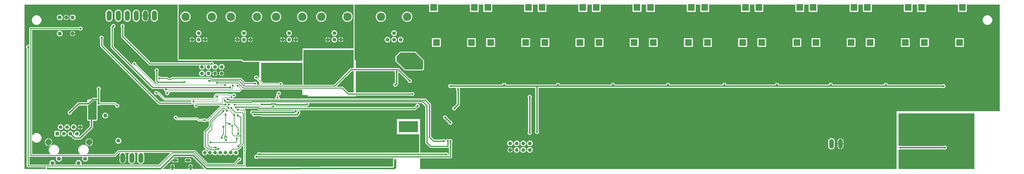
<source format=gbr>
G04 EAGLE Gerber RS-274X export*
G75*
%MOMM*%
%FSLAX34Y34*%
%LPD*%
%INBottom Copper*%
%IPPOS*%
%AMOC8*
5,1,8,0,0,1.08239X$1,22.5*%
G01*
%ADD10C,1.800000*%
%ADD11C,1.508000*%
%ADD12P,1.539592X8X202.500000*%
%ADD13P,1.415766X8X112.500000*%
%ADD14C,1.408000*%
%ADD15C,3.216000*%
%ADD16C,1.950000*%
%ADD17R,2.655000X2.655000*%
%ADD18C,1.058000*%
%ADD19C,1.008000*%
%ADD20R,1.408000X1.408000*%
%ADD21C,1.530000*%
%ADD22C,2.400000*%
%ADD23C,1.500000*%
%ADD24C,0.800100*%
%ADD25C,0.812800*%
%ADD26C,0.609600*%
%ADD27C,0.812800*%
%ADD28C,0.203200*%
%ADD29C,0.406400*%
%ADD30R,1.006400X1.006400*%
%ADD31C,0.304800*%
%ADD32C,0.254000*%
%ADD33C,0.787400*%
%ADD34C,0.508000*%

G36*
X88102Y5850D02*
X88102Y5850D01*
X88148Y5848D01*
X88223Y5870D01*
X88299Y5882D01*
X88340Y5904D01*
X88384Y5917D01*
X88448Y5961D01*
X88517Y5998D01*
X88548Y6031D01*
X88586Y6057D01*
X88633Y6120D01*
X88686Y6176D01*
X88705Y6218D01*
X88733Y6254D01*
X88757Y6328D01*
X88790Y6399D01*
X88795Y6445D01*
X88809Y6488D01*
X88808Y6566D01*
X88817Y6643D01*
X88807Y6688D01*
X88807Y6734D01*
X88769Y6865D01*
X88765Y6884D01*
X88762Y6888D01*
X88760Y6895D01*
X88709Y7019D01*
X88709Y10126D01*
X89233Y11393D01*
X89244Y11437D01*
X89263Y11479D01*
X89272Y11556D01*
X89290Y11632D01*
X89285Y11678D01*
X89290Y11723D01*
X89274Y11800D01*
X89266Y11877D01*
X89248Y11919D01*
X89238Y11964D01*
X89198Y12031D01*
X89166Y12102D01*
X89135Y12136D01*
X89112Y12175D01*
X89053Y12226D01*
X89000Y12283D01*
X88960Y12305D01*
X88925Y12335D01*
X88853Y12364D01*
X88785Y12401D01*
X88739Y12410D01*
X88697Y12427D01*
X88561Y12442D01*
X88543Y12445D01*
X88538Y12444D01*
X88530Y12445D01*
X19259Y12445D01*
X17298Y13257D01*
X15797Y14758D01*
X14985Y16719D01*
X14985Y474033D01*
X14983Y474044D01*
X14984Y474051D01*
X14976Y474088D01*
X14971Y474123D01*
X14963Y474214D01*
X14951Y474243D01*
X14946Y474275D01*
X14903Y474356D01*
X14867Y474440D01*
X14841Y474472D01*
X14830Y474493D01*
X14807Y474515D01*
X14762Y474571D01*
X13698Y475635D01*
X12509Y478506D01*
X12509Y481614D01*
X13698Y484485D01*
X15895Y486682D01*
X18766Y487871D01*
X21874Y487871D01*
X24093Y486952D01*
X24137Y486942D01*
X24179Y486922D01*
X24256Y486914D01*
X24332Y486896D01*
X24378Y486900D01*
X24423Y486895D01*
X24500Y486912D01*
X24577Y486919D01*
X24619Y486938D01*
X24664Y486947D01*
X24731Y486987D01*
X24802Y487019D01*
X24836Y487050D01*
X24875Y487074D01*
X24926Y487133D01*
X24983Y487185D01*
X25005Y487226D01*
X25035Y487261D01*
X25064Y487333D01*
X25101Y487401D01*
X25110Y487446D01*
X25127Y487489D01*
X25142Y487625D01*
X25145Y487643D01*
X25144Y487648D01*
X25145Y487655D01*
X25145Y552241D01*
X25957Y554202D01*
X27458Y555703D01*
X29419Y556515D01*
X217493Y556515D01*
X217583Y556529D01*
X217674Y556537D01*
X217703Y556549D01*
X217735Y556554D01*
X217816Y556597D01*
X217900Y556633D01*
X217932Y556659D01*
X217953Y556670D01*
X217975Y556693D01*
X218031Y556738D01*
X219095Y557802D01*
X221966Y558991D01*
X225074Y558991D01*
X227945Y557802D01*
X230142Y555605D01*
X231331Y552734D01*
X231331Y549626D01*
X230142Y546755D01*
X227945Y544558D01*
X225074Y543369D01*
X221966Y543369D01*
X219095Y544558D01*
X218031Y545622D01*
X217957Y545675D01*
X217888Y545735D01*
X217857Y545747D01*
X217831Y545766D01*
X217744Y545793D01*
X217659Y545827D01*
X217618Y545831D01*
X217596Y545838D01*
X217564Y545837D01*
X217493Y545845D01*
X36576Y545845D01*
X36556Y545842D01*
X36537Y545844D01*
X36435Y545822D01*
X36333Y545806D01*
X36316Y545796D01*
X36296Y545792D01*
X36207Y545739D01*
X36116Y545690D01*
X36102Y545676D01*
X36085Y545666D01*
X36018Y545587D01*
X35946Y545512D01*
X35938Y545494D01*
X35925Y545479D01*
X35886Y545383D01*
X35843Y545289D01*
X35841Y545269D01*
X35833Y545251D01*
X35815Y545084D01*
X35815Y136972D01*
X35830Y136876D01*
X35840Y136779D01*
X35850Y136755D01*
X35854Y136729D01*
X35900Y136643D01*
X35940Y136554D01*
X35957Y136535D01*
X35970Y136512D01*
X36040Y136445D01*
X36106Y136373D01*
X36129Y136360D01*
X36148Y136342D01*
X36236Y136301D01*
X36322Y136254D01*
X36347Y136250D01*
X36371Y136239D01*
X36468Y136228D01*
X36564Y136211D01*
X36590Y136214D01*
X36615Y136212D01*
X36711Y136232D01*
X36807Y136246D01*
X36830Y136258D01*
X36856Y136264D01*
X36940Y136314D01*
X37026Y136358D01*
X37044Y136377D01*
X37067Y136390D01*
X37130Y136464D01*
X37198Y136534D01*
X37214Y136562D01*
X37227Y136577D01*
X37239Y136608D01*
X37279Y136680D01*
X37620Y137504D01*
X42836Y142720D01*
X49652Y145543D01*
X57028Y145543D01*
X63844Y142720D01*
X69060Y137504D01*
X71883Y130688D01*
X71883Y123312D01*
X69060Y116496D01*
X63844Y111280D01*
X57028Y108457D01*
X49652Y108457D01*
X42836Y111280D01*
X37620Y116496D01*
X37279Y117320D01*
X37228Y117402D01*
X37182Y117488D01*
X37163Y117506D01*
X37150Y117529D01*
X37075Y117591D01*
X37004Y117658D01*
X36980Y117669D01*
X36960Y117685D01*
X36869Y117720D01*
X36781Y117761D01*
X36755Y117764D01*
X36731Y117774D01*
X36633Y117778D01*
X36537Y117788D01*
X36511Y117783D01*
X36485Y117784D01*
X36391Y117757D01*
X36296Y117736D01*
X36274Y117723D01*
X36249Y117715D01*
X36169Y117660D01*
X36085Y117610D01*
X36068Y117590D01*
X36047Y117575D01*
X35988Y117497D01*
X35925Y117423D01*
X35915Y117399D01*
X35900Y117378D01*
X35870Y117285D01*
X35833Y117195D01*
X35830Y117162D01*
X35824Y117144D01*
X35824Y117111D01*
X35815Y117028D01*
X35815Y64516D01*
X35818Y64496D01*
X35816Y64477D01*
X35838Y64375D01*
X35854Y64273D01*
X35864Y64256D01*
X35868Y64236D01*
X35921Y64147D01*
X35970Y64056D01*
X35984Y64042D01*
X35994Y64025D01*
X36073Y63958D01*
X36148Y63886D01*
X36166Y63878D01*
X36181Y63865D01*
X36277Y63826D01*
X36371Y63783D01*
X36391Y63781D01*
X36409Y63773D01*
X36576Y63755D01*
X106427Y63755D01*
X106498Y63766D01*
X106570Y63768D01*
X106619Y63786D01*
X106670Y63794D01*
X106733Y63828D01*
X106801Y63853D01*
X106841Y63885D01*
X106887Y63910D01*
X106937Y63962D01*
X106993Y64006D01*
X107021Y64050D01*
X107057Y64088D01*
X107087Y64153D01*
X107126Y64213D01*
X107139Y64264D01*
X107160Y64311D01*
X107168Y64382D01*
X107186Y64452D01*
X107182Y64504D01*
X107188Y64555D01*
X107172Y64626D01*
X107167Y64697D01*
X107146Y64745D01*
X107135Y64796D01*
X107098Y64857D01*
X107070Y64923D01*
X107026Y64979D01*
X107009Y65007D01*
X106991Y65022D01*
X106966Y65054D01*
X103643Y68376D01*
X100589Y75750D01*
X100589Y83730D01*
X103643Y91104D01*
X109286Y96747D01*
X116660Y99801D01*
X124640Y99801D01*
X132014Y96747D01*
X137657Y91104D01*
X140711Y83730D01*
X140711Y75750D01*
X137657Y68376D01*
X134334Y65054D01*
X134293Y64996D01*
X134243Y64944D01*
X134221Y64897D01*
X134191Y64855D01*
X134170Y64786D01*
X134140Y64721D01*
X134134Y64669D01*
X134118Y64619D01*
X134120Y64548D01*
X134112Y64477D01*
X134124Y64426D01*
X134125Y64374D01*
X134149Y64306D01*
X134165Y64236D01*
X134191Y64191D01*
X134209Y64143D01*
X134254Y64087D01*
X134291Y64025D01*
X134330Y63991D01*
X134363Y63951D01*
X134423Y63912D01*
X134478Y63865D01*
X134526Y63846D01*
X134570Y63818D01*
X134639Y63800D01*
X134706Y63773D01*
X134777Y63765D01*
X134808Y63757D01*
X134832Y63759D01*
X134873Y63755D01*
X220727Y63755D01*
X220798Y63766D01*
X220870Y63768D01*
X220919Y63786D01*
X220970Y63794D01*
X221033Y63828D01*
X221101Y63853D01*
X221141Y63885D01*
X221187Y63910D01*
X221237Y63962D01*
X221293Y64006D01*
X221321Y64050D01*
X221357Y64088D01*
X221387Y64153D01*
X221426Y64213D01*
X221439Y64264D01*
X221460Y64311D01*
X221468Y64382D01*
X221486Y64452D01*
X221482Y64504D01*
X221488Y64555D01*
X221472Y64626D01*
X221467Y64697D01*
X221446Y64745D01*
X221435Y64796D01*
X221398Y64857D01*
X221370Y64923D01*
X221326Y64979D01*
X221309Y65007D01*
X221291Y65022D01*
X221266Y65054D01*
X217943Y68376D01*
X214889Y75750D01*
X214889Y83730D01*
X217943Y91104D01*
X223586Y96747D01*
X230960Y99801D01*
X238940Y99801D01*
X246314Y96747D01*
X251957Y91104D01*
X255011Y83730D01*
X255011Y75750D01*
X251957Y68376D01*
X248634Y65054D01*
X248593Y64996D01*
X248543Y64944D01*
X248521Y64897D01*
X248491Y64855D01*
X248470Y64786D01*
X248440Y64721D01*
X248434Y64669D01*
X248418Y64619D01*
X248420Y64548D01*
X248412Y64477D01*
X248424Y64426D01*
X248425Y64374D01*
X248449Y64306D01*
X248465Y64236D01*
X248491Y64191D01*
X248509Y64143D01*
X248554Y64087D01*
X248591Y64025D01*
X248630Y63991D01*
X248663Y63951D01*
X248723Y63912D01*
X248778Y63865D01*
X248826Y63846D01*
X248870Y63818D01*
X248939Y63800D01*
X249006Y63773D01*
X249077Y63765D01*
X249108Y63757D01*
X249132Y63759D01*
X249173Y63755D01*
X353075Y63755D01*
X353165Y63769D01*
X353256Y63777D01*
X353286Y63789D01*
X353318Y63794D01*
X353398Y63837D01*
X353482Y63873D01*
X353514Y63899D01*
X353535Y63910D01*
X353557Y63933D01*
X353613Y63978D01*
X367818Y78183D01*
X369779Y78995D01*
X666541Y78995D01*
X668502Y78183D01*
X670110Y76575D01*
X717759Y28926D01*
X717833Y28873D01*
X717902Y28813D01*
X717932Y28801D01*
X717958Y28782D01*
X718045Y28755D01*
X718130Y28721D01*
X718171Y28717D01*
X718194Y28710D01*
X718226Y28711D01*
X718297Y28703D01*
X815863Y28703D01*
X815953Y28717D01*
X816044Y28725D01*
X816074Y28737D01*
X816106Y28742D01*
X816186Y28785D01*
X816270Y28821D01*
X816302Y28847D01*
X816323Y28858D01*
X816345Y28881D01*
X816401Y28926D01*
X830166Y42690D01*
X830219Y42764D01*
X830278Y42834D01*
X830291Y42864D01*
X830309Y42890D01*
X830336Y42977D01*
X830370Y43062D01*
X830375Y43103D01*
X830382Y43125D01*
X830381Y43157D01*
X830389Y43229D01*
X830389Y44734D01*
X831578Y47605D01*
X833775Y49802D01*
X836646Y50991D01*
X839754Y50991D01*
X842625Y49802D01*
X844822Y47605D01*
X846011Y44734D01*
X846011Y41626D01*
X844822Y38755D01*
X842625Y36558D01*
X839754Y35369D01*
X838249Y35369D01*
X838158Y35354D01*
X838068Y35347D01*
X838038Y35334D01*
X838006Y35329D01*
X837925Y35286D01*
X837841Y35251D01*
X837809Y35225D01*
X837788Y35214D01*
X837766Y35191D01*
X837710Y35146D01*
X826979Y24414D01*
X826937Y24356D01*
X826887Y24304D01*
X826865Y24257D01*
X826835Y24215D01*
X826814Y24146D01*
X826784Y24081D01*
X826778Y24029D01*
X826763Y23979D01*
X826765Y23908D01*
X826757Y23837D01*
X826768Y23786D01*
X826769Y23734D01*
X826794Y23666D01*
X826809Y23596D01*
X826836Y23552D01*
X826854Y23503D01*
X826898Y23447D01*
X826935Y23385D01*
X826975Y23351D01*
X827007Y23311D01*
X827068Y23272D01*
X827122Y23225D01*
X827170Y23206D01*
X827214Y23178D01*
X827284Y23160D01*
X827350Y23133D01*
X827422Y23125D01*
X827453Y23117D01*
X827476Y23119D01*
X827517Y23115D01*
X852932Y23115D01*
X852952Y23118D01*
X852971Y23116D01*
X853073Y23138D01*
X853175Y23154D01*
X853192Y23164D01*
X853212Y23168D01*
X853301Y23221D01*
X853392Y23270D01*
X853406Y23284D01*
X853423Y23294D01*
X853490Y23373D01*
X853562Y23448D01*
X853570Y23466D01*
X853583Y23481D01*
X853622Y23577D01*
X853665Y23671D01*
X853667Y23691D01*
X853675Y23709D01*
X853693Y23876D01*
X853693Y70986D01*
X853679Y71076D01*
X853671Y71167D01*
X853659Y71197D01*
X853654Y71229D01*
X853611Y71310D01*
X853575Y71393D01*
X853549Y71426D01*
X853538Y71446D01*
X853515Y71468D01*
X853470Y71524D01*
X853439Y71555D01*
X853439Y95116D01*
X853428Y95187D01*
X853426Y95259D01*
X853408Y95308D01*
X853400Y95359D01*
X853366Y95422D01*
X853341Y95490D01*
X853309Y95530D01*
X853284Y95576D01*
X853232Y95626D01*
X853188Y95682D01*
X853144Y95710D01*
X853106Y95746D01*
X853041Y95776D01*
X852981Y95815D01*
X852930Y95827D01*
X852883Y95849D01*
X852812Y95857D01*
X852742Y95875D01*
X852690Y95871D01*
X852639Y95876D01*
X852568Y95861D01*
X852497Y95856D01*
X852449Y95835D01*
X852398Y95824D01*
X852337Y95787D01*
X852271Y95759D01*
X852215Y95715D01*
X852187Y95698D01*
X852172Y95680D01*
X852140Y95655D01*
X845929Y89444D01*
X845876Y89370D01*
X845816Y89300D01*
X845804Y89270D01*
X845785Y89244D01*
X845759Y89157D01*
X845757Y89152D01*
X842507Y85902D01*
X840055Y83450D01*
X840017Y83397D01*
X839971Y83350D01*
X839931Y83278D01*
X839911Y83251D01*
X839906Y83232D01*
X839890Y83203D01*
X839778Y82934D01*
X836142Y79297D01*
X835669Y79101D01*
X835613Y79067D01*
X835553Y79041D01*
X835488Y78989D01*
X835460Y78972D01*
X835447Y78957D01*
X835422Y78936D01*
X835224Y78739D01*
X834946Y78739D01*
X834881Y78729D01*
X834816Y78728D01*
X834736Y78705D01*
X834703Y78700D01*
X834686Y78690D01*
X834654Y78681D01*
X834181Y78485D01*
X832381Y78485D01*
X832310Y78474D01*
X832238Y78472D01*
X832189Y78454D01*
X832138Y78446D01*
X832075Y78412D01*
X832007Y78387D01*
X831967Y78355D01*
X831921Y78330D01*
X831871Y78278D01*
X831815Y78234D01*
X831787Y78190D01*
X831751Y78152D01*
X831721Y78087D01*
X831682Y78027D01*
X831669Y77976D01*
X831648Y77929D01*
X831640Y77858D01*
X831622Y77788D01*
X831626Y77736D01*
X831620Y77685D01*
X831636Y77614D01*
X831641Y77543D01*
X831662Y77495D01*
X831673Y77444D01*
X831710Y77383D01*
X831738Y77317D01*
X831782Y77261D01*
X831799Y77233D01*
X831817Y77218D01*
X831842Y77186D01*
X834891Y74137D01*
X834891Y65563D01*
X828827Y59499D01*
X820253Y59499D01*
X815078Y64674D01*
X815062Y64685D01*
X815050Y64701D01*
X814962Y64757D01*
X814879Y64817D01*
X814860Y64823D01*
X814843Y64834D01*
X814742Y64859D01*
X814643Y64889D01*
X814624Y64889D01*
X814604Y64894D01*
X814501Y64886D01*
X814398Y64883D01*
X814379Y64876D01*
X814359Y64875D01*
X814264Y64834D01*
X814167Y64799D01*
X814151Y64786D01*
X814133Y64778D01*
X814002Y64674D01*
X808827Y59499D01*
X800253Y59499D01*
X795078Y64674D01*
X795062Y64685D01*
X795050Y64701D01*
X794962Y64757D01*
X794879Y64817D01*
X794860Y64823D01*
X794843Y64834D01*
X794742Y64859D01*
X794643Y64889D01*
X794624Y64889D01*
X794604Y64894D01*
X794501Y64886D01*
X794398Y64883D01*
X794379Y64876D01*
X794359Y64875D01*
X794264Y64834D01*
X794167Y64799D01*
X794151Y64786D01*
X794133Y64778D01*
X794002Y64674D01*
X788827Y59499D01*
X780253Y59499D01*
X775078Y64674D01*
X775062Y64685D01*
X775050Y64701D01*
X774962Y64757D01*
X774879Y64817D01*
X774860Y64823D01*
X774843Y64834D01*
X774742Y64859D01*
X774643Y64889D01*
X774624Y64889D01*
X774604Y64894D01*
X774501Y64886D01*
X774398Y64883D01*
X774379Y64876D01*
X774359Y64875D01*
X774264Y64834D01*
X774167Y64799D01*
X774151Y64786D01*
X774133Y64778D01*
X774002Y64674D01*
X768827Y59499D01*
X760253Y59499D01*
X755078Y64674D01*
X755062Y64685D01*
X755050Y64701D01*
X754962Y64757D01*
X754879Y64817D01*
X754860Y64823D01*
X754843Y64834D01*
X754742Y64859D01*
X754643Y64889D01*
X754624Y64889D01*
X754604Y64894D01*
X754501Y64886D01*
X754398Y64883D01*
X754379Y64876D01*
X754359Y64875D01*
X754264Y64834D01*
X754167Y64799D01*
X754151Y64786D01*
X754133Y64778D01*
X754002Y64674D01*
X748827Y59499D01*
X740253Y59499D01*
X734180Y65572D01*
X734164Y65583D01*
X734152Y65599D01*
X734064Y65655D01*
X733980Y65715D01*
X733962Y65721D01*
X733945Y65732D01*
X733844Y65757D01*
X733745Y65788D01*
X733725Y65787D01*
X733706Y65792D01*
X733603Y65784D01*
X733500Y65781D01*
X733481Y65774D01*
X733461Y65773D01*
X733366Y65732D01*
X733269Y65697D01*
X733253Y65684D01*
X733235Y65676D01*
X733104Y65572D01*
X728301Y60769D01*
X726063Y60769D01*
X726063Y69088D01*
X726060Y69108D01*
X726062Y69127D01*
X726040Y69229D01*
X726023Y69331D01*
X726014Y69348D01*
X726010Y69368D01*
X725957Y69457D01*
X725908Y69548D01*
X725894Y69562D01*
X725884Y69579D01*
X725805Y69646D01*
X725730Y69717D01*
X725712Y69726D01*
X725697Y69739D01*
X725601Y69777D01*
X725507Y69821D01*
X725487Y69823D01*
X725469Y69831D01*
X725302Y69849D01*
X723778Y69849D01*
X723758Y69846D01*
X723739Y69848D01*
X723637Y69826D01*
X723535Y69809D01*
X723518Y69800D01*
X723498Y69796D01*
X723409Y69743D01*
X723318Y69694D01*
X723304Y69680D01*
X723287Y69670D01*
X723220Y69591D01*
X723149Y69516D01*
X723140Y69498D01*
X723127Y69483D01*
X723088Y69387D01*
X723045Y69293D01*
X723043Y69273D01*
X723035Y69255D01*
X723017Y69088D01*
X723017Y60769D01*
X720779Y60769D01*
X715976Y65572D01*
X715960Y65583D01*
X715948Y65599D01*
X715860Y65655D01*
X715777Y65715D01*
X715758Y65721D01*
X715741Y65732D01*
X715640Y65757D01*
X715541Y65788D01*
X715522Y65787D01*
X715502Y65792D01*
X715399Y65784D01*
X715296Y65781D01*
X715277Y65774D01*
X715257Y65773D01*
X715162Y65732D01*
X715065Y65697D01*
X715049Y65684D01*
X715031Y65676D01*
X714900Y65572D01*
X708827Y59499D01*
X700253Y59499D01*
X694189Y65563D01*
X694189Y74137D01*
X700253Y80201D01*
X708827Y80201D01*
X714900Y74128D01*
X714916Y74117D01*
X714928Y74101D01*
X715016Y74045D01*
X715099Y73985D01*
X715118Y73979D01*
X715135Y73968D01*
X715236Y73943D01*
X715335Y73912D01*
X715354Y73913D01*
X715374Y73908D01*
X715477Y73916D01*
X715580Y73919D01*
X715599Y73926D01*
X715619Y73927D01*
X715714Y73968D01*
X715811Y74003D01*
X715827Y74016D01*
X715845Y74024D01*
X715976Y74128D01*
X719034Y77186D01*
X719076Y77244D01*
X719125Y77296D01*
X719147Y77343D01*
X719177Y77385D01*
X719198Y77454D01*
X719229Y77519D01*
X719234Y77571D01*
X719250Y77621D01*
X719248Y77692D01*
X719256Y77763D01*
X719245Y77814D01*
X719243Y77866D01*
X719219Y77934D01*
X719203Y78004D01*
X719177Y78049D01*
X719159Y78097D01*
X719114Y78153D01*
X719077Y78215D01*
X719038Y78249D01*
X719005Y78289D01*
X718945Y78328D01*
X718890Y78375D01*
X718842Y78394D01*
X718798Y78422D01*
X718729Y78440D01*
X718662Y78467D01*
X718591Y78475D01*
X718560Y78483D01*
X718536Y78481D01*
X718495Y78485D01*
X715219Y78485D01*
X713258Y79297D01*
X711650Y80905D01*
X703205Y89350D01*
X701597Y90958D01*
X700785Y92919D01*
X700785Y150921D01*
X701597Y152882D01*
X720628Y171913D01*
X720681Y171987D01*
X720741Y172056D01*
X720753Y172086D01*
X720772Y172113D01*
X720799Y172199D01*
X720833Y172284D01*
X720837Y172325D01*
X720844Y172348D01*
X720843Y172380D01*
X720851Y172451D01*
X720851Y191487D01*
X720840Y191558D01*
X720838Y191630D01*
X720820Y191679D01*
X720812Y191730D01*
X720778Y191794D01*
X720753Y191861D01*
X720721Y191902D01*
X720696Y191948D01*
X720644Y191997D01*
X720600Y192053D01*
X720556Y192081D01*
X720518Y192117D01*
X720453Y192147D01*
X720393Y192186D01*
X720342Y192199D01*
X720295Y192221D01*
X720224Y192228D01*
X720154Y192246D01*
X720102Y192242D01*
X720051Y192248D01*
X719980Y192232D01*
X719909Y192227D01*
X719861Y192206D01*
X719810Y192195D01*
X719749Y192159D01*
X719683Y192131D01*
X719627Y192086D01*
X719599Y192069D01*
X719584Y192051D01*
X719552Y192026D01*
X718279Y190753D01*
X710459Y190753D01*
X710369Y190739D01*
X710278Y190731D01*
X710248Y190719D01*
X710216Y190714D01*
X710136Y190671D01*
X710052Y190635D01*
X710020Y190609D01*
X709999Y190598D01*
X709977Y190575D01*
X709921Y190530D01*
X708295Y188904D01*
X705400Y187705D01*
X702268Y187705D01*
X699373Y188904D01*
X697747Y190530D01*
X697673Y190583D01*
X697604Y190643D01*
X697574Y190655D01*
X697547Y190674D01*
X697460Y190701D01*
X697376Y190735D01*
X697335Y190739D01*
X697312Y190746D01*
X697280Y190745D01*
X697209Y190753D01*
X678721Y190753D01*
X673864Y195610D01*
X673790Y195663D01*
X673720Y195723D01*
X673690Y195735D01*
X673664Y195754D01*
X673577Y195781D01*
X673492Y195815D01*
X673451Y195819D01*
X673429Y195826D01*
X673397Y195825D01*
X673325Y195833D01*
X594964Y195833D01*
X593092Y197706D01*
X593018Y197759D01*
X592948Y197818D01*
X592918Y197831D01*
X592892Y197849D01*
X592805Y197876D01*
X592720Y197910D01*
X592679Y197915D01*
X592657Y197922D01*
X592625Y197921D01*
X592553Y197929D01*
X590330Y197929D01*
X587459Y199118D01*
X585261Y201315D01*
X584072Y204186D01*
X584072Y207294D01*
X585261Y210165D01*
X587459Y212362D01*
X590330Y213551D01*
X593437Y213551D01*
X596308Y212362D01*
X598506Y210165D01*
X599695Y207294D01*
X599695Y206248D01*
X599698Y206228D01*
X599696Y206209D01*
X599718Y206107D01*
X599734Y206005D01*
X599744Y205988D01*
X599748Y205968D01*
X599801Y205879D01*
X599850Y205788D01*
X599864Y205774D01*
X599874Y205757D01*
X599953Y205690D01*
X600028Y205618D01*
X600046Y205610D01*
X600061Y205597D01*
X600157Y205558D01*
X600251Y205515D01*
X600271Y205513D01*
X600289Y205505D01*
X600456Y205487D01*
X677639Y205487D01*
X682496Y200630D01*
X682570Y200577D01*
X682640Y200517D01*
X682670Y200505D01*
X682696Y200486D01*
X682783Y200459D01*
X682868Y200425D01*
X682909Y200421D01*
X682931Y200414D01*
X682963Y200415D01*
X683035Y200407D01*
X697209Y200407D01*
X697299Y200421D01*
X697390Y200429D01*
X697420Y200441D01*
X697452Y200446D01*
X697532Y200489D01*
X697616Y200525D01*
X697648Y200551D01*
X697669Y200562D01*
X697691Y200585D01*
X697747Y200630D01*
X699373Y202256D01*
X702268Y203455D01*
X705400Y203455D01*
X708295Y202256D01*
X709921Y200630D01*
X709995Y200577D01*
X710064Y200517D01*
X710094Y200505D01*
X710121Y200486D01*
X710208Y200459D01*
X710292Y200425D01*
X710333Y200421D01*
X710356Y200414D01*
X710388Y200415D01*
X710459Y200407D01*
X713965Y200407D01*
X714055Y200421D01*
X714146Y200429D01*
X714176Y200441D01*
X714208Y200446D01*
X714289Y200489D01*
X714373Y200525D01*
X714405Y200551D01*
X714425Y200562D01*
X714448Y200585D01*
X714504Y200630D01*
X763808Y249934D01*
X764224Y250350D01*
X764266Y250408D01*
X764315Y250460D01*
X764337Y250508D01*
X764368Y250550D01*
X764389Y250618D01*
X764419Y250684D01*
X764425Y250735D01*
X764440Y250785D01*
X764438Y250857D01*
X764446Y250928D01*
X764435Y250979D01*
X764434Y251031D01*
X764409Y251098D01*
X764394Y251168D01*
X764367Y251213D01*
X764349Y251262D01*
X764304Y251318D01*
X764268Y251379D01*
X764228Y251413D01*
X764196Y251454D01*
X764135Y251493D01*
X764081Y251539D01*
X764032Y251559D01*
X763989Y251587D01*
X763919Y251604D01*
X763853Y251631D01*
X763781Y251639D01*
X763750Y251647D01*
X763727Y251645D01*
X763686Y251650D01*
X679132Y251650D01*
X679113Y251647D01*
X679093Y251649D01*
X678992Y251627D01*
X678890Y251610D01*
X678872Y251601D01*
X678853Y251596D01*
X678764Y251543D01*
X678672Y251495D01*
X678659Y251481D01*
X678642Y251470D01*
X678574Y251392D01*
X678503Y251317D01*
X678495Y251299D01*
X678482Y251283D01*
X678443Y251187D01*
X678399Y251094D01*
X678397Y251074D01*
X678390Y251055D01*
X678371Y250889D01*
X678371Y249906D01*
X677182Y247035D01*
X674985Y244838D01*
X672114Y243649D01*
X669006Y243649D01*
X666135Y244838D01*
X663938Y247035D01*
X662749Y249906D01*
X662749Y253014D01*
X663878Y255741D01*
X663889Y255785D01*
X663908Y255827D01*
X663917Y255904D01*
X663934Y255980D01*
X663930Y256026D01*
X663935Y256071D01*
X663919Y256148D01*
X663911Y256225D01*
X663893Y256267D01*
X663883Y256312D01*
X663843Y256379D01*
X663811Y256450D01*
X663780Y256484D01*
X663757Y256523D01*
X663698Y256574D01*
X663645Y256631D01*
X663605Y256653D01*
X663570Y256683D01*
X663498Y256712D01*
X663429Y256749D01*
X663384Y256758D01*
X663342Y256775D01*
X663206Y256790D01*
X663187Y256793D01*
X663182Y256792D01*
X663175Y256793D01*
X653991Y256793D01*
X653901Y256779D01*
X653810Y256771D01*
X653781Y256759D01*
X653749Y256754D01*
X653700Y256728D01*
X653690Y256725D01*
X651402Y255777D01*
X527158Y255777D01*
X525010Y256667D01*
X299847Y481830D01*
X298957Y483978D01*
X298957Y510101D01*
X298943Y510191D01*
X298935Y510282D01*
X298923Y510311D01*
X298918Y510343D01*
X298875Y510424D01*
X298839Y510508D01*
X298813Y510540D01*
X298802Y510561D01*
X298779Y510583D01*
X298734Y510639D01*
X298178Y511195D01*
X296989Y514066D01*
X296989Y517174D01*
X298178Y520045D01*
X300375Y522242D01*
X303246Y523431D01*
X306354Y523431D01*
X309225Y522242D01*
X311422Y520045D01*
X312611Y517174D01*
X312611Y514066D01*
X311422Y511195D01*
X310866Y510639D01*
X310813Y510565D01*
X310753Y510496D01*
X310741Y510465D01*
X310722Y510439D01*
X310695Y510352D01*
X310661Y510267D01*
X310657Y510226D01*
X310650Y510204D01*
X310651Y510172D01*
X310643Y510101D01*
X310643Y487875D01*
X310657Y487785D01*
X310665Y487694D01*
X310677Y487665D01*
X310682Y487633D01*
X310725Y487552D01*
X310761Y487468D01*
X310787Y487436D01*
X310798Y487415D01*
X310821Y487393D01*
X310866Y487337D01*
X530517Y267686D01*
X530591Y267633D01*
X530661Y267573D01*
X530691Y267561D01*
X530717Y267542D01*
X530804Y267515D01*
X530889Y267481D01*
X530930Y267477D01*
X530952Y267470D01*
X530984Y267471D01*
X531055Y267463D01*
X651402Y267463D01*
X651536Y267407D01*
X651581Y267397D01*
X651623Y267377D01*
X651700Y267369D01*
X651776Y267351D01*
X651821Y267355D01*
X651867Y267350D01*
X651943Y267367D01*
X652020Y267374D01*
X652062Y267393D01*
X652107Y267403D01*
X652174Y267443D01*
X652245Y267474D01*
X652279Y267505D01*
X652318Y267529D01*
X652369Y267588D01*
X652426Y267641D01*
X652448Y267681D01*
X652478Y267716D01*
X652507Y267788D01*
X652545Y267856D01*
X652553Y267901D01*
X652570Y267944D01*
X652585Y268080D01*
X652589Y268098D01*
X652588Y268103D01*
X652589Y268111D01*
X652589Y270794D01*
X652666Y270981D01*
X652677Y271025D01*
X652696Y271067D01*
X652705Y271144D01*
X652722Y271220D01*
X652718Y271266D01*
X652723Y271311D01*
X652707Y271388D01*
X652699Y271465D01*
X652681Y271507D01*
X652671Y271552D01*
X652631Y271619D01*
X652599Y271690D01*
X652568Y271724D01*
X652545Y271763D01*
X652486Y271814D01*
X652433Y271871D01*
X652393Y271893D01*
X652358Y271923D01*
X652285Y271952D01*
X652217Y271989D01*
X652172Y271998D01*
X652130Y272015D01*
X651994Y272030D01*
X651975Y272033D01*
X651970Y272032D01*
X651963Y272033D01*
X546641Y272033D01*
X523400Y295274D01*
X523326Y295327D01*
X523257Y295386D01*
X523227Y295398D01*
X523201Y295417D01*
X523114Y295444D01*
X523029Y295478D01*
X522988Y295483D01*
X522966Y295489D01*
X522933Y295489D01*
X522862Y295497D01*
X521552Y295497D01*
X521462Y295482D01*
X521371Y295475D01*
X521341Y295462D01*
X521309Y295457D01*
X521229Y295414D01*
X521145Y295378D01*
X521113Y295353D01*
X521092Y295342D01*
X521070Y295318D01*
X521014Y295274D01*
X520807Y295066D01*
X517936Y293877D01*
X514828Y293877D01*
X511957Y295066D01*
X509760Y297264D01*
X508571Y300135D01*
X508571Y303242D01*
X509760Y306113D01*
X511957Y308311D01*
X514828Y309500D01*
X517936Y309500D01*
X520807Y308311D01*
X523004Y306113D01*
X523208Y305620D01*
X523270Y305521D01*
X523330Y305420D01*
X523335Y305416D01*
X523338Y305411D01*
X523428Y305337D01*
X523517Y305260D01*
X523523Y305258D01*
X523527Y305254D01*
X523636Y305213D01*
X523745Y305168D01*
X523753Y305168D01*
X523757Y305166D01*
X523775Y305165D01*
X523912Y305150D01*
X527176Y305150D01*
X550416Y281910D01*
X550490Y281857D01*
X550560Y281797D01*
X550590Y281785D01*
X550616Y281766D01*
X550703Y281739D01*
X550788Y281705D01*
X550829Y281701D01*
X550851Y281694D01*
X550883Y281695D01*
X550955Y281687D01*
X738696Y281687D01*
X738715Y281690D01*
X738735Y281688D01*
X738836Y281710D01*
X738938Y281726D01*
X738956Y281736D01*
X738975Y281740D01*
X739064Y281793D01*
X739156Y281842D01*
X739169Y281856D01*
X739186Y281866D01*
X739254Y281945D01*
X739325Y282020D01*
X739333Y282038D01*
X739346Y282053D01*
X739385Y282149D01*
X739429Y282243D01*
X739431Y282263D01*
X739438Y282281D01*
X739457Y282448D01*
X739457Y291832D01*
X746711Y299086D01*
X794625Y299086D01*
X796561Y297150D01*
X796635Y297097D01*
X796704Y297037D01*
X796734Y297025D01*
X796761Y297006D01*
X796848Y296979D01*
X796932Y296945D01*
X796973Y296941D01*
X796996Y296934D01*
X797028Y296935D01*
X797099Y296927D01*
X811345Y296927D01*
X811435Y296941D01*
X811526Y296949D01*
X811555Y296961D01*
X811587Y296966D01*
X811668Y297009D01*
X811752Y297045D01*
X811784Y297071D01*
X811805Y297082D01*
X811827Y297105D01*
X811883Y297150D01*
X813455Y298722D01*
X816326Y299911D01*
X819434Y299911D01*
X822305Y298722D01*
X824502Y296525D01*
X825691Y293654D01*
X825691Y290546D01*
X824502Y287675D01*
X822305Y285478D01*
X819434Y284289D01*
X816292Y284289D01*
X816273Y284286D01*
X816253Y284288D01*
X816152Y284266D01*
X816050Y284249D01*
X816032Y284240D01*
X816013Y284235D01*
X815924Y284182D01*
X815832Y284134D01*
X815819Y284120D01*
X815802Y284109D01*
X815734Y284031D01*
X815663Y283956D01*
X815655Y283938D01*
X815642Y283922D01*
X815603Y283826D01*
X815559Y283733D01*
X815557Y283713D01*
X815550Y283694D01*
X815531Y283528D01*
X815531Y282926D01*
X814402Y280199D01*
X814391Y280155D01*
X814372Y280113D01*
X814363Y280036D01*
X814346Y279960D01*
X814350Y279914D01*
X814345Y279869D01*
X814361Y279792D01*
X814369Y279715D01*
X814387Y279673D01*
X814397Y279628D01*
X814437Y279561D01*
X814469Y279490D01*
X814500Y279456D01*
X814523Y279417D01*
X814582Y279366D01*
X814635Y279309D01*
X814675Y279287D01*
X814710Y279257D01*
X814782Y279228D01*
X814851Y279191D01*
X814896Y279182D01*
X814938Y279165D01*
X815074Y279150D01*
X815093Y279147D01*
X815098Y279148D01*
X815105Y279147D01*
X977838Y279147D01*
X977883Y279154D01*
X977929Y279152D01*
X978004Y279174D01*
X978081Y279186D01*
X978121Y279208D01*
X978165Y279221D01*
X978229Y279265D01*
X978298Y279302D01*
X978330Y279335D01*
X978367Y279361D01*
X978414Y279424D01*
X978467Y279480D01*
X978487Y279522D01*
X978514Y279558D01*
X978538Y279632D01*
X978571Y279703D01*
X978576Y279749D01*
X978590Y279792D01*
X978589Y279870D01*
X978598Y279947D01*
X978588Y279992D01*
X978588Y280038D01*
X978550Y280169D01*
X978546Y280188D01*
X978543Y280192D01*
X978541Y280199D01*
X978153Y281136D01*
X978153Y284268D01*
X979352Y287163D01*
X980978Y288789D01*
X981031Y288863D01*
X981091Y288932D01*
X981103Y288962D01*
X981122Y288989D01*
X981149Y289076D01*
X981183Y289160D01*
X981187Y289201D01*
X981194Y289224D01*
X981193Y289256D01*
X981201Y289327D01*
X981201Y295877D01*
X983328Y298004D01*
X983381Y298078D01*
X983440Y298147D01*
X983453Y298177D01*
X983471Y298204D01*
X983498Y298291D01*
X983532Y298375D01*
X983537Y298416D01*
X983544Y298439D01*
X983543Y298471D01*
X983551Y298542D01*
X983551Y301540D01*
X984750Y304435D01*
X986965Y306650D01*
X989859Y307849D01*
X992992Y307849D01*
X995886Y306650D01*
X998101Y304435D01*
X999300Y301540D01*
X999300Y298408D01*
X998101Y295513D01*
X995886Y293298D01*
X992992Y292099D01*
X991616Y292099D01*
X991596Y292096D01*
X991577Y292098D01*
X991475Y292076D01*
X991373Y292060D01*
X991356Y292050D01*
X991336Y292046D01*
X991247Y291993D01*
X991156Y291944D01*
X991142Y291930D01*
X991125Y291920D01*
X991058Y291841D01*
X990986Y291766D01*
X990978Y291748D01*
X990965Y291733D01*
X990926Y291637D01*
X990883Y291543D01*
X990881Y291523D01*
X990873Y291505D01*
X990855Y291338D01*
X990855Y289327D01*
X990869Y289237D01*
X990877Y289146D01*
X990889Y289116D01*
X990894Y289084D01*
X990937Y289004D01*
X990973Y288920D01*
X990999Y288888D01*
X991010Y288867D01*
X991033Y288845D01*
X991078Y288789D01*
X992704Y287163D01*
X993903Y284268D01*
X993903Y281136D01*
X993515Y280199D01*
X993504Y280155D01*
X993485Y280113D01*
X993476Y280036D01*
X993459Y279960D01*
X993463Y279914D01*
X993458Y279869D01*
X993475Y279792D01*
X993482Y279715D01*
X993500Y279673D01*
X993510Y279628D01*
X993550Y279561D01*
X993582Y279490D01*
X993613Y279456D01*
X993636Y279417D01*
X993696Y279366D01*
X993748Y279309D01*
X993788Y279287D01*
X993823Y279257D01*
X993896Y279228D01*
X993964Y279191D01*
X994009Y279182D01*
X994051Y279165D01*
X994187Y279150D01*
X994206Y279147D01*
X994211Y279148D01*
X994218Y279147D01*
X1559198Y279147D01*
X1561346Y278257D01*
X1579753Y259850D01*
X1580643Y257702D01*
X1580643Y132275D01*
X1580657Y132185D01*
X1580665Y132094D01*
X1580677Y132065D01*
X1580682Y132033D01*
X1580725Y131952D01*
X1580761Y131868D01*
X1580787Y131836D01*
X1580798Y131815D01*
X1580821Y131793D01*
X1580866Y131737D01*
X1592237Y120366D01*
X1592311Y120313D01*
X1592381Y120253D01*
X1592411Y120241D01*
X1592437Y120222D01*
X1592524Y120195D01*
X1592609Y120161D01*
X1592650Y120157D01*
X1592672Y120150D01*
X1592704Y120151D01*
X1592775Y120143D01*
X1625161Y120143D01*
X1625251Y120157D01*
X1625342Y120165D01*
X1625371Y120177D01*
X1625403Y120182D01*
X1625484Y120225D01*
X1625568Y120261D01*
X1625600Y120287D01*
X1625621Y120298D01*
X1625643Y120321D01*
X1625699Y120366D01*
X1626255Y120922D01*
X1629126Y122111D01*
X1632234Y122111D01*
X1635105Y120922D01*
X1637302Y118725D01*
X1637597Y118013D01*
X1637634Y117952D01*
X1637664Y117887D01*
X1637699Y117848D01*
X1637726Y117804D01*
X1637782Y117759D01*
X1637830Y117706D01*
X1637876Y117681D01*
X1637916Y117647D01*
X1637983Y117622D01*
X1638046Y117587D01*
X1638097Y117578D01*
X1638145Y117559D01*
X1638217Y117556D01*
X1638288Y117543D01*
X1638339Y117551D01*
X1638391Y117549D01*
X1638460Y117569D01*
X1638531Y117579D01*
X1638577Y117603D01*
X1638627Y117617D01*
X1638686Y117658D01*
X1638750Y117691D01*
X1638787Y117728D01*
X1638829Y117758D01*
X1638872Y117815D01*
X1638922Y117866D01*
X1638957Y117929D01*
X1638976Y117955D01*
X1638984Y117977D01*
X1639003Y118013D01*
X1639298Y118725D01*
X1641495Y120922D01*
X1644366Y122111D01*
X1647474Y122111D01*
X1650345Y120922D01*
X1650652Y120615D01*
X1650668Y120603D01*
X1650681Y120587D01*
X1650768Y120531D01*
X1650852Y120471D01*
X1650871Y120465D01*
X1650888Y120454D01*
X1650988Y120429D01*
X1651087Y120399D01*
X1651107Y120399D01*
X1651126Y120394D01*
X1651229Y120402D01*
X1651333Y120405D01*
X1651352Y120412D01*
X1651371Y120413D01*
X1651466Y120454D01*
X1651564Y120489D01*
X1651580Y120502D01*
X1651598Y120510D01*
X1651729Y120615D01*
X1652036Y120922D01*
X1654907Y122111D01*
X1658015Y122111D01*
X1660886Y120922D01*
X1663083Y118725D01*
X1664272Y115854D01*
X1664272Y112746D01*
X1663083Y109875D01*
X1662527Y109319D01*
X1662474Y109245D01*
X1662414Y109176D01*
X1662402Y109145D01*
X1662383Y109119D01*
X1662356Y109032D01*
X1662322Y108947D01*
X1662318Y108906D01*
X1662311Y108884D01*
X1662312Y108852D01*
X1662304Y108781D01*
X1662304Y52559D01*
X1661414Y50411D01*
X1659390Y48387D01*
X1657242Y47497D01*
X1539240Y47497D01*
X1539220Y47494D01*
X1539201Y47496D01*
X1539099Y47474D01*
X1538997Y47458D01*
X1538980Y47448D01*
X1538960Y47444D01*
X1538871Y47391D01*
X1538780Y47342D01*
X1538766Y47328D01*
X1538749Y47318D01*
X1538682Y47239D01*
X1538611Y47164D01*
X1538602Y47146D01*
X1538589Y47131D01*
X1538550Y47035D01*
X1538507Y46941D01*
X1538505Y46921D01*
X1538497Y46903D01*
X1538479Y46736D01*
X1538479Y6604D01*
X1538482Y6584D01*
X1538480Y6565D01*
X1538502Y6463D01*
X1538519Y6361D01*
X1538528Y6344D01*
X1538532Y6324D01*
X1538585Y6235D01*
X1538634Y6144D01*
X1538648Y6130D01*
X1538658Y6113D01*
X1538737Y6046D01*
X1538812Y5974D01*
X1538830Y5966D01*
X1538845Y5953D01*
X1538941Y5914D01*
X1539035Y5871D01*
X1539055Y5869D01*
X1539073Y5861D01*
X1539240Y5843D01*
X3383280Y5843D01*
X3383300Y5846D01*
X3383319Y5844D01*
X3383421Y5866D01*
X3383523Y5882D01*
X3383540Y5892D01*
X3383560Y5896D01*
X3383649Y5949D01*
X3383740Y5998D01*
X3383754Y6012D01*
X3383771Y6022D01*
X3383838Y6101D01*
X3383910Y6176D01*
X3383918Y6194D01*
X3383931Y6209D01*
X3383970Y6305D01*
X3384013Y6399D01*
X3384015Y6419D01*
X3384023Y6437D01*
X3384041Y6604D01*
X3384041Y230379D01*
X3783076Y230379D01*
X3783096Y230382D01*
X3783115Y230380D01*
X3783217Y230402D01*
X3783319Y230419D01*
X3783336Y230428D01*
X3783356Y230432D01*
X3783445Y230485D01*
X3783536Y230534D01*
X3783550Y230548D01*
X3783567Y230558D01*
X3783634Y230637D01*
X3783706Y230712D01*
X3783714Y230730D01*
X3783727Y230745D01*
X3783766Y230841D01*
X3783809Y230935D01*
X3783811Y230955D01*
X3783819Y230973D01*
X3783837Y231140D01*
X3783837Y643636D01*
X3783834Y643656D01*
X3783836Y643675D01*
X3783814Y643777D01*
X3783798Y643879D01*
X3783788Y643896D01*
X3783784Y643916D01*
X3783731Y644005D01*
X3783682Y644096D01*
X3783668Y644110D01*
X3783658Y644127D01*
X3783579Y644194D01*
X3783504Y644266D01*
X3783486Y644274D01*
X3783471Y644287D01*
X3783375Y644326D01*
X3783281Y644369D01*
X3783261Y644371D01*
X3783243Y644379D01*
X3783076Y644397D01*
X3657165Y644397D01*
X3657145Y644394D01*
X3657126Y644396D01*
X3657024Y644374D01*
X3656922Y644358D01*
X3656905Y644348D01*
X3656885Y644344D01*
X3656796Y644291D01*
X3656705Y644242D01*
X3656691Y644228D01*
X3656674Y644218D01*
X3656607Y644139D01*
X3656535Y644064D01*
X3656527Y644046D01*
X3656514Y644031D01*
X3656475Y643935D01*
X3656432Y643841D01*
X3656430Y643821D01*
X3656422Y643803D01*
X3656404Y643636D01*
X3656404Y618235D01*
X3654171Y616002D01*
X3624465Y616002D01*
X3622232Y618235D01*
X3622232Y643636D01*
X3622229Y643656D01*
X3622231Y643675D01*
X3622209Y643777D01*
X3622193Y643879D01*
X3622183Y643896D01*
X3622179Y643916D01*
X3622126Y644005D01*
X3622077Y644096D01*
X3622063Y644110D01*
X3622053Y644127D01*
X3621974Y644194D01*
X3621899Y644266D01*
X3621881Y644274D01*
X3621866Y644287D01*
X3621770Y644326D01*
X3621676Y644369D01*
X3621656Y644371D01*
X3621638Y644379D01*
X3621471Y644397D01*
X3499165Y644397D01*
X3499145Y644394D01*
X3499126Y644396D01*
X3499024Y644374D01*
X3498922Y644358D01*
X3498905Y644348D01*
X3498885Y644344D01*
X3498796Y644291D01*
X3498705Y644242D01*
X3498691Y644228D01*
X3498674Y644218D01*
X3498607Y644139D01*
X3498535Y644064D01*
X3498527Y644046D01*
X3498514Y644031D01*
X3498475Y643935D01*
X3498432Y643841D01*
X3498430Y643821D01*
X3498422Y643803D01*
X3498404Y643636D01*
X3498404Y618235D01*
X3496171Y616002D01*
X3466465Y616002D01*
X3464232Y618235D01*
X3464232Y643636D01*
X3464229Y643656D01*
X3464231Y643675D01*
X3464209Y643777D01*
X3464193Y643879D01*
X3464183Y643896D01*
X3464179Y643916D01*
X3464126Y644005D01*
X3464077Y644096D01*
X3464063Y644110D01*
X3464053Y644127D01*
X3463974Y644194D01*
X3463899Y644266D01*
X3463881Y644274D01*
X3463866Y644287D01*
X3463770Y644326D01*
X3463676Y644369D01*
X3463656Y644371D01*
X3463638Y644379D01*
X3463471Y644397D01*
X3447107Y644397D01*
X3447087Y644394D01*
X3447068Y644396D01*
X3446966Y644374D01*
X3446864Y644358D01*
X3446847Y644348D01*
X3446827Y644344D01*
X3446738Y644291D01*
X3446647Y644242D01*
X3446633Y644228D01*
X3446616Y644218D01*
X3446549Y644139D01*
X3446477Y644064D01*
X3446469Y644046D01*
X3446456Y644031D01*
X3446417Y643935D01*
X3446374Y643841D01*
X3446372Y643821D01*
X3446364Y643803D01*
X3446346Y643636D01*
X3446346Y618235D01*
X3444113Y616002D01*
X3414407Y616002D01*
X3412174Y618235D01*
X3412174Y643636D01*
X3412171Y643656D01*
X3412173Y643675D01*
X3412151Y643777D01*
X3412135Y643879D01*
X3412125Y643896D01*
X3412121Y643916D01*
X3412068Y644005D01*
X3412019Y644096D01*
X3412005Y644110D01*
X3411995Y644127D01*
X3411916Y644194D01*
X3411841Y644266D01*
X3411823Y644274D01*
X3411808Y644287D01*
X3411712Y644326D01*
X3411618Y644369D01*
X3411598Y644371D01*
X3411580Y644379D01*
X3411413Y644397D01*
X3289107Y644397D01*
X3289087Y644394D01*
X3289068Y644396D01*
X3288966Y644374D01*
X3288864Y644358D01*
X3288847Y644348D01*
X3288827Y644344D01*
X3288738Y644291D01*
X3288647Y644242D01*
X3288633Y644228D01*
X3288616Y644218D01*
X3288549Y644139D01*
X3288477Y644064D01*
X3288469Y644046D01*
X3288456Y644031D01*
X3288417Y643935D01*
X3288374Y643841D01*
X3288372Y643821D01*
X3288364Y643803D01*
X3288346Y643636D01*
X3288346Y618235D01*
X3286113Y616002D01*
X3256407Y616002D01*
X3254174Y618235D01*
X3254174Y643636D01*
X3254171Y643656D01*
X3254173Y643675D01*
X3254151Y643777D01*
X3254135Y643879D01*
X3254125Y643896D01*
X3254121Y643916D01*
X3254068Y644005D01*
X3254019Y644096D01*
X3254005Y644110D01*
X3253995Y644127D01*
X3253916Y644194D01*
X3253841Y644266D01*
X3253823Y644274D01*
X3253808Y644287D01*
X3253712Y644326D01*
X3253618Y644369D01*
X3253598Y644371D01*
X3253580Y644379D01*
X3253413Y644397D01*
X3237049Y644397D01*
X3237029Y644394D01*
X3237010Y644396D01*
X3236908Y644374D01*
X3236806Y644358D01*
X3236789Y644348D01*
X3236769Y644344D01*
X3236680Y644291D01*
X3236589Y644242D01*
X3236575Y644228D01*
X3236558Y644218D01*
X3236491Y644139D01*
X3236419Y644064D01*
X3236411Y644046D01*
X3236398Y644031D01*
X3236359Y643935D01*
X3236316Y643841D01*
X3236314Y643821D01*
X3236306Y643803D01*
X3236288Y643636D01*
X3236288Y618235D01*
X3234055Y616002D01*
X3204349Y616002D01*
X3202116Y618235D01*
X3202116Y643636D01*
X3202113Y643656D01*
X3202115Y643675D01*
X3202093Y643777D01*
X3202077Y643879D01*
X3202067Y643896D01*
X3202063Y643916D01*
X3202010Y644005D01*
X3201961Y644096D01*
X3201947Y644110D01*
X3201937Y644127D01*
X3201858Y644194D01*
X3201783Y644266D01*
X3201765Y644274D01*
X3201750Y644287D01*
X3201654Y644326D01*
X3201560Y644369D01*
X3201540Y644371D01*
X3201522Y644379D01*
X3201355Y644397D01*
X3079049Y644397D01*
X3079029Y644394D01*
X3079010Y644396D01*
X3078908Y644374D01*
X3078806Y644358D01*
X3078789Y644348D01*
X3078769Y644344D01*
X3078680Y644291D01*
X3078589Y644242D01*
X3078575Y644228D01*
X3078558Y644218D01*
X3078491Y644139D01*
X3078419Y644064D01*
X3078411Y644046D01*
X3078398Y644031D01*
X3078359Y643935D01*
X3078316Y643841D01*
X3078314Y643821D01*
X3078306Y643803D01*
X3078288Y643636D01*
X3078288Y618235D01*
X3076055Y616002D01*
X3046349Y616002D01*
X3044116Y618235D01*
X3044116Y643636D01*
X3044113Y643656D01*
X3044115Y643675D01*
X3044093Y643777D01*
X3044077Y643879D01*
X3044067Y643896D01*
X3044063Y643916D01*
X3044010Y644005D01*
X3043961Y644096D01*
X3043947Y644110D01*
X3043937Y644127D01*
X3043858Y644194D01*
X3043783Y644266D01*
X3043765Y644274D01*
X3043750Y644287D01*
X3043654Y644326D01*
X3043560Y644369D01*
X3043540Y644371D01*
X3043522Y644379D01*
X3043355Y644397D01*
X3026991Y644397D01*
X3026971Y644394D01*
X3026952Y644396D01*
X3026850Y644374D01*
X3026748Y644358D01*
X3026731Y644348D01*
X3026711Y644344D01*
X3026622Y644291D01*
X3026531Y644242D01*
X3026517Y644228D01*
X3026500Y644218D01*
X3026433Y644139D01*
X3026361Y644064D01*
X3026353Y644046D01*
X3026340Y644031D01*
X3026301Y643935D01*
X3026258Y643841D01*
X3026256Y643821D01*
X3026248Y643803D01*
X3026230Y643636D01*
X3026230Y618235D01*
X3023997Y616002D01*
X2994291Y616002D01*
X2992058Y618235D01*
X2992058Y643636D01*
X2992055Y643656D01*
X2992057Y643675D01*
X2992035Y643777D01*
X2992019Y643879D01*
X2992009Y643896D01*
X2992005Y643916D01*
X2991952Y644005D01*
X2991903Y644096D01*
X2991889Y644110D01*
X2991879Y644127D01*
X2991800Y644194D01*
X2991725Y644266D01*
X2991707Y644274D01*
X2991692Y644287D01*
X2991596Y644326D01*
X2991502Y644369D01*
X2991482Y644371D01*
X2991464Y644379D01*
X2991297Y644397D01*
X2868991Y644397D01*
X2868971Y644394D01*
X2868952Y644396D01*
X2868850Y644374D01*
X2868748Y644358D01*
X2868731Y644348D01*
X2868711Y644344D01*
X2868622Y644291D01*
X2868531Y644242D01*
X2868517Y644228D01*
X2868500Y644218D01*
X2868433Y644139D01*
X2868361Y644064D01*
X2868353Y644046D01*
X2868340Y644031D01*
X2868301Y643935D01*
X2868258Y643841D01*
X2868256Y643821D01*
X2868248Y643803D01*
X2868230Y643636D01*
X2868230Y618235D01*
X2865997Y616002D01*
X2836291Y616002D01*
X2834058Y618235D01*
X2834058Y643636D01*
X2834055Y643656D01*
X2834057Y643675D01*
X2834035Y643777D01*
X2834019Y643879D01*
X2834009Y643896D01*
X2834005Y643916D01*
X2833952Y644005D01*
X2833903Y644096D01*
X2833889Y644110D01*
X2833879Y644127D01*
X2833800Y644194D01*
X2833725Y644266D01*
X2833707Y644274D01*
X2833692Y644287D01*
X2833596Y644326D01*
X2833502Y644369D01*
X2833482Y644371D01*
X2833464Y644379D01*
X2833297Y644397D01*
X2816933Y644397D01*
X2816913Y644394D01*
X2816894Y644396D01*
X2816792Y644374D01*
X2816690Y644358D01*
X2816673Y644348D01*
X2816653Y644344D01*
X2816564Y644291D01*
X2816473Y644242D01*
X2816459Y644228D01*
X2816442Y644218D01*
X2816375Y644139D01*
X2816303Y644064D01*
X2816295Y644046D01*
X2816282Y644031D01*
X2816243Y643935D01*
X2816200Y643841D01*
X2816198Y643821D01*
X2816190Y643803D01*
X2816172Y643636D01*
X2816172Y618235D01*
X2813939Y616002D01*
X2784233Y616002D01*
X2782000Y618235D01*
X2782000Y643636D01*
X2781997Y643656D01*
X2781999Y643675D01*
X2781977Y643777D01*
X2781961Y643879D01*
X2781951Y643896D01*
X2781947Y643916D01*
X2781894Y644005D01*
X2781845Y644096D01*
X2781831Y644110D01*
X2781821Y644127D01*
X2781742Y644194D01*
X2781667Y644266D01*
X2781649Y644274D01*
X2781634Y644287D01*
X2781538Y644326D01*
X2781444Y644369D01*
X2781424Y644371D01*
X2781406Y644379D01*
X2781239Y644397D01*
X2658933Y644397D01*
X2658913Y644394D01*
X2658894Y644396D01*
X2658792Y644374D01*
X2658690Y644358D01*
X2658673Y644348D01*
X2658653Y644344D01*
X2658564Y644291D01*
X2658473Y644242D01*
X2658459Y644228D01*
X2658442Y644218D01*
X2658375Y644139D01*
X2658303Y644064D01*
X2658295Y644046D01*
X2658282Y644031D01*
X2658243Y643935D01*
X2658200Y643841D01*
X2658198Y643821D01*
X2658190Y643803D01*
X2658172Y643636D01*
X2658172Y618235D01*
X2655939Y616002D01*
X2626233Y616002D01*
X2624000Y618235D01*
X2624000Y643636D01*
X2623997Y643656D01*
X2623999Y643675D01*
X2623977Y643777D01*
X2623961Y643879D01*
X2623951Y643896D01*
X2623947Y643916D01*
X2623894Y644005D01*
X2623845Y644096D01*
X2623831Y644110D01*
X2623821Y644127D01*
X2623742Y644194D01*
X2623667Y644266D01*
X2623649Y644274D01*
X2623634Y644287D01*
X2623538Y644326D01*
X2623444Y644369D01*
X2623424Y644371D01*
X2623406Y644379D01*
X2623239Y644397D01*
X2606875Y644397D01*
X2606855Y644394D01*
X2606836Y644396D01*
X2606734Y644374D01*
X2606632Y644358D01*
X2606615Y644348D01*
X2606595Y644344D01*
X2606506Y644291D01*
X2606415Y644242D01*
X2606401Y644228D01*
X2606384Y644218D01*
X2606317Y644139D01*
X2606245Y644064D01*
X2606237Y644046D01*
X2606224Y644031D01*
X2606185Y643935D01*
X2606142Y643841D01*
X2606140Y643821D01*
X2606132Y643803D01*
X2606114Y643636D01*
X2606114Y618235D01*
X2603881Y616002D01*
X2574175Y616002D01*
X2571942Y618235D01*
X2571942Y643636D01*
X2571939Y643656D01*
X2571941Y643675D01*
X2571919Y643777D01*
X2571903Y643879D01*
X2571893Y643896D01*
X2571889Y643916D01*
X2571836Y644005D01*
X2571787Y644096D01*
X2571773Y644110D01*
X2571763Y644127D01*
X2571684Y644194D01*
X2571609Y644266D01*
X2571591Y644274D01*
X2571576Y644287D01*
X2571480Y644326D01*
X2571386Y644369D01*
X2571366Y644371D01*
X2571348Y644379D01*
X2571181Y644397D01*
X2448875Y644397D01*
X2448855Y644394D01*
X2448836Y644396D01*
X2448734Y644374D01*
X2448632Y644358D01*
X2448615Y644348D01*
X2448595Y644344D01*
X2448506Y644291D01*
X2448415Y644242D01*
X2448401Y644228D01*
X2448384Y644218D01*
X2448317Y644139D01*
X2448245Y644064D01*
X2448237Y644046D01*
X2448224Y644031D01*
X2448185Y643935D01*
X2448142Y643841D01*
X2448140Y643821D01*
X2448132Y643803D01*
X2448114Y643636D01*
X2448114Y618235D01*
X2445881Y616002D01*
X2416175Y616002D01*
X2413942Y618235D01*
X2413942Y643636D01*
X2413939Y643656D01*
X2413941Y643675D01*
X2413919Y643777D01*
X2413903Y643879D01*
X2413893Y643896D01*
X2413889Y643916D01*
X2413836Y644005D01*
X2413787Y644096D01*
X2413773Y644110D01*
X2413763Y644127D01*
X2413684Y644194D01*
X2413609Y644266D01*
X2413591Y644274D01*
X2413576Y644287D01*
X2413480Y644326D01*
X2413386Y644369D01*
X2413366Y644371D01*
X2413348Y644379D01*
X2413181Y644397D01*
X2396817Y644397D01*
X2396797Y644394D01*
X2396778Y644396D01*
X2396676Y644374D01*
X2396574Y644358D01*
X2396557Y644348D01*
X2396537Y644344D01*
X2396448Y644291D01*
X2396357Y644242D01*
X2396343Y644228D01*
X2396326Y644218D01*
X2396259Y644139D01*
X2396187Y644064D01*
X2396179Y644046D01*
X2396166Y644031D01*
X2396127Y643935D01*
X2396084Y643841D01*
X2396082Y643821D01*
X2396074Y643803D01*
X2396056Y643636D01*
X2396056Y618235D01*
X2393823Y616002D01*
X2364117Y616002D01*
X2361884Y618235D01*
X2361884Y643636D01*
X2361881Y643656D01*
X2361883Y643675D01*
X2361861Y643777D01*
X2361845Y643879D01*
X2361835Y643896D01*
X2361831Y643916D01*
X2361778Y644005D01*
X2361729Y644096D01*
X2361715Y644110D01*
X2361705Y644127D01*
X2361626Y644194D01*
X2361551Y644266D01*
X2361533Y644274D01*
X2361518Y644287D01*
X2361422Y644326D01*
X2361328Y644369D01*
X2361308Y644371D01*
X2361290Y644379D01*
X2361123Y644397D01*
X2238817Y644397D01*
X2238797Y644394D01*
X2238778Y644396D01*
X2238676Y644374D01*
X2238574Y644358D01*
X2238557Y644348D01*
X2238537Y644344D01*
X2238448Y644291D01*
X2238357Y644242D01*
X2238343Y644228D01*
X2238326Y644218D01*
X2238259Y644139D01*
X2238187Y644064D01*
X2238179Y644046D01*
X2238166Y644031D01*
X2238127Y643935D01*
X2238084Y643841D01*
X2238082Y643821D01*
X2238074Y643803D01*
X2238056Y643636D01*
X2238056Y618235D01*
X2235823Y616002D01*
X2206117Y616002D01*
X2203884Y618235D01*
X2203884Y643636D01*
X2203881Y643656D01*
X2203883Y643675D01*
X2203861Y643777D01*
X2203845Y643879D01*
X2203835Y643896D01*
X2203831Y643916D01*
X2203778Y644005D01*
X2203729Y644096D01*
X2203715Y644110D01*
X2203705Y644127D01*
X2203626Y644194D01*
X2203551Y644266D01*
X2203533Y644274D01*
X2203518Y644287D01*
X2203422Y644326D01*
X2203328Y644369D01*
X2203308Y644371D01*
X2203290Y644379D01*
X2203123Y644397D01*
X2186759Y644397D01*
X2186739Y644394D01*
X2186720Y644396D01*
X2186618Y644374D01*
X2186516Y644358D01*
X2186499Y644348D01*
X2186479Y644344D01*
X2186390Y644291D01*
X2186299Y644242D01*
X2186285Y644228D01*
X2186268Y644218D01*
X2186201Y644139D01*
X2186129Y644064D01*
X2186121Y644046D01*
X2186108Y644031D01*
X2186069Y643935D01*
X2186026Y643841D01*
X2186024Y643821D01*
X2186016Y643803D01*
X2185998Y643636D01*
X2185998Y618235D01*
X2183765Y616002D01*
X2154059Y616002D01*
X2151826Y618235D01*
X2151826Y643636D01*
X2151823Y643656D01*
X2151825Y643675D01*
X2151803Y643777D01*
X2151787Y643879D01*
X2151777Y643896D01*
X2151773Y643916D01*
X2151720Y644005D01*
X2151671Y644096D01*
X2151657Y644110D01*
X2151647Y644127D01*
X2151568Y644194D01*
X2151493Y644266D01*
X2151475Y644274D01*
X2151460Y644287D01*
X2151364Y644326D01*
X2151270Y644369D01*
X2151250Y644371D01*
X2151232Y644379D01*
X2151065Y644397D01*
X2028759Y644397D01*
X2028739Y644394D01*
X2028720Y644396D01*
X2028618Y644374D01*
X2028516Y644358D01*
X2028499Y644348D01*
X2028479Y644344D01*
X2028390Y644291D01*
X2028299Y644242D01*
X2028285Y644228D01*
X2028268Y644218D01*
X2028201Y644139D01*
X2028129Y644064D01*
X2028121Y644046D01*
X2028108Y644031D01*
X2028069Y643935D01*
X2028026Y643841D01*
X2028024Y643821D01*
X2028016Y643803D01*
X2027998Y643636D01*
X2027998Y618235D01*
X2025765Y616002D01*
X1996059Y616002D01*
X1993826Y618235D01*
X1993826Y643636D01*
X1993823Y643656D01*
X1993825Y643675D01*
X1993803Y643777D01*
X1993787Y643879D01*
X1993777Y643896D01*
X1993773Y643916D01*
X1993720Y644005D01*
X1993671Y644096D01*
X1993657Y644110D01*
X1993647Y644127D01*
X1993568Y644194D01*
X1993493Y644266D01*
X1993475Y644274D01*
X1993460Y644287D01*
X1993364Y644326D01*
X1993270Y644369D01*
X1993250Y644371D01*
X1993232Y644379D01*
X1993065Y644397D01*
X1976701Y644397D01*
X1976681Y644394D01*
X1976662Y644396D01*
X1976560Y644374D01*
X1976458Y644358D01*
X1976441Y644348D01*
X1976421Y644344D01*
X1976332Y644291D01*
X1976241Y644242D01*
X1976227Y644228D01*
X1976210Y644218D01*
X1976143Y644139D01*
X1976071Y644064D01*
X1976063Y644046D01*
X1976050Y644031D01*
X1976011Y643935D01*
X1975968Y643841D01*
X1975966Y643821D01*
X1975958Y643803D01*
X1975940Y643636D01*
X1975940Y618235D01*
X1973707Y616002D01*
X1944001Y616002D01*
X1941768Y618235D01*
X1941768Y643636D01*
X1941765Y643656D01*
X1941767Y643675D01*
X1941745Y643777D01*
X1941729Y643879D01*
X1941719Y643896D01*
X1941715Y643916D01*
X1941662Y644005D01*
X1941613Y644096D01*
X1941599Y644110D01*
X1941589Y644127D01*
X1941510Y644194D01*
X1941435Y644266D01*
X1941417Y644274D01*
X1941402Y644287D01*
X1941306Y644326D01*
X1941212Y644369D01*
X1941192Y644371D01*
X1941174Y644379D01*
X1941007Y644397D01*
X1818701Y644397D01*
X1818681Y644394D01*
X1818662Y644396D01*
X1818560Y644374D01*
X1818458Y644358D01*
X1818441Y644348D01*
X1818421Y644344D01*
X1818332Y644291D01*
X1818241Y644242D01*
X1818227Y644228D01*
X1818210Y644218D01*
X1818143Y644139D01*
X1818071Y644064D01*
X1818063Y644046D01*
X1818050Y644031D01*
X1818011Y643935D01*
X1817968Y643841D01*
X1817966Y643821D01*
X1817958Y643803D01*
X1817940Y643636D01*
X1817940Y618235D01*
X1815707Y616002D01*
X1786001Y616002D01*
X1783768Y618235D01*
X1783768Y643636D01*
X1783765Y643656D01*
X1783767Y643675D01*
X1783745Y643777D01*
X1783729Y643879D01*
X1783719Y643896D01*
X1783715Y643916D01*
X1783662Y644005D01*
X1783613Y644096D01*
X1783599Y644110D01*
X1783589Y644127D01*
X1783510Y644194D01*
X1783435Y644266D01*
X1783417Y644274D01*
X1783402Y644287D01*
X1783306Y644326D01*
X1783212Y644369D01*
X1783192Y644371D01*
X1783174Y644379D01*
X1783007Y644397D01*
X1766643Y644397D01*
X1766623Y644394D01*
X1766604Y644396D01*
X1766502Y644374D01*
X1766400Y644358D01*
X1766383Y644348D01*
X1766363Y644344D01*
X1766274Y644291D01*
X1766183Y644242D01*
X1766169Y644228D01*
X1766152Y644218D01*
X1766085Y644139D01*
X1766013Y644064D01*
X1766005Y644046D01*
X1765992Y644031D01*
X1765953Y643935D01*
X1765910Y643841D01*
X1765908Y643821D01*
X1765900Y643803D01*
X1765882Y643636D01*
X1765882Y618235D01*
X1763649Y616002D01*
X1733943Y616002D01*
X1731710Y618235D01*
X1731710Y643636D01*
X1731707Y643656D01*
X1731709Y643675D01*
X1731687Y643777D01*
X1731671Y643879D01*
X1731661Y643896D01*
X1731657Y643916D01*
X1731604Y644005D01*
X1731555Y644096D01*
X1731541Y644110D01*
X1731531Y644127D01*
X1731452Y644194D01*
X1731377Y644266D01*
X1731359Y644274D01*
X1731344Y644287D01*
X1731248Y644326D01*
X1731154Y644369D01*
X1731134Y644371D01*
X1731116Y644379D01*
X1730949Y644397D01*
X1608643Y644397D01*
X1608623Y644394D01*
X1608604Y644396D01*
X1608502Y644374D01*
X1608400Y644358D01*
X1608383Y644348D01*
X1608363Y644344D01*
X1608274Y644291D01*
X1608183Y644242D01*
X1608169Y644228D01*
X1608152Y644218D01*
X1608085Y644139D01*
X1608013Y644064D01*
X1608005Y644046D01*
X1607992Y644031D01*
X1607953Y643935D01*
X1607910Y643841D01*
X1607908Y643821D01*
X1607900Y643803D01*
X1607882Y643636D01*
X1607882Y618235D01*
X1605649Y616002D01*
X1575943Y616002D01*
X1573710Y618235D01*
X1573710Y643636D01*
X1573707Y643656D01*
X1573709Y643675D01*
X1573687Y643777D01*
X1573671Y643879D01*
X1573661Y643896D01*
X1573657Y643916D01*
X1573604Y644005D01*
X1573555Y644096D01*
X1573541Y644110D01*
X1573531Y644127D01*
X1573452Y644194D01*
X1573377Y644266D01*
X1573359Y644274D01*
X1573344Y644287D01*
X1573248Y644326D01*
X1573154Y644369D01*
X1573134Y644371D01*
X1573116Y644379D01*
X1572949Y644397D01*
X1285748Y644397D01*
X1285728Y644394D01*
X1285709Y644396D01*
X1285607Y644374D01*
X1285505Y644358D01*
X1285488Y644348D01*
X1285468Y644344D01*
X1285379Y644291D01*
X1285288Y644242D01*
X1285274Y644228D01*
X1285257Y644218D01*
X1285190Y644139D01*
X1285118Y644064D01*
X1285110Y644046D01*
X1285097Y644031D01*
X1285058Y643935D01*
X1285015Y643841D01*
X1285013Y643821D01*
X1285005Y643803D01*
X1284987Y643636D01*
X1284987Y472981D01*
X1284702Y472696D01*
X1284649Y472622D01*
X1284589Y472552D01*
X1284577Y472522D01*
X1284558Y472496D01*
X1284531Y472409D01*
X1284497Y472324D01*
X1284493Y472283D01*
X1284486Y472261D01*
X1284487Y472229D01*
X1284479Y472157D01*
X1284479Y470331D01*
X1284494Y470241D01*
X1284501Y470150D01*
X1284513Y470121D01*
X1284519Y470089D01*
X1284561Y470008D01*
X1284597Y469924D01*
X1284623Y469892D01*
X1284634Y469871D01*
X1284657Y469849D01*
X1284702Y469793D01*
X1284733Y469762D01*
X1284733Y429260D01*
X1284736Y429240D01*
X1284734Y429221D01*
X1284756Y429119D01*
X1284772Y429017D01*
X1284782Y429000D01*
X1284786Y428980D01*
X1284839Y428891D01*
X1284888Y428800D01*
X1284902Y428786D01*
X1284912Y428769D01*
X1284991Y428702D01*
X1285066Y428631D01*
X1285084Y428622D01*
X1285099Y428609D01*
X1285195Y428570D01*
X1285289Y428527D01*
X1285309Y428525D01*
X1285327Y428517D01*
X1285494Y428499D01*
X1289559Y428499D01*
X1289559Y398716D01*
X1289562Y398697D01*
X1289560Y398677D01*
X1289582Y398576D01*
X1289599Y398474D01*
X1289608Y398456D01*
X1289612Y398437D01*
X1289665Y398348D01*
X1289714Y398256D01*
X1289728Y398243D01*
X1289738Y398226D01*
X1289817Y398158D01*
X1289892Y398087D01*
X1289910Y398079D01*
X1289925Y398066D01*
X1290021Y398027D01*
X1290115Y397983D01*
X1290135Y397981D01*
X1290153Y397974D01*
X1290320Y397955D01*
X1452513Y397955D01*
X1453600Y397505D01*
X1453663Y397490D01*
X1453724Y397466D01*
X1453807Y397457D01*
X1453839Y397449D01*
X1453858Y397451D01*
X1453891Y397447D01*
X1456138Y397447D01*
X1458285Y396558D01*
X1498900Y355943D01*
X1498974Y355890D01*
X1499043Y355831D01*
X1499073Y355819D01*
X1499099Y355800D01*
X1499186Y355773D01*
X1499271Y355739D01*
X1499312Y355734D01*
X1499334Y355727D01*
X1499367Y355728D01*
X1499438Y355720D01*
X1500225Y355720D01*
X1503096Y354531D01*
X1505293Y352334D01*
X1506482Y349463D01*
X1506482Y346355D01*
X1505293Y343484D01*
X1503096Y341287D01*
X1500225Y340098D01*
X1497117Y340098D01*
X1494246Y341287D01*
X1492049Y343484D01*
X1490860Y346355D01*
X1490860Y347142D01*
X1490845Y347232D01*
X1490838Y347323D01*
X1490825Y347353D01*
X1490820Y347385D01*
X1490777Y347466D01*
X1490742Y347549D01*
X1490716Y347582D01*
X1490705Y347602D01*
X1490681Y347624D01*
X1490637Y347680D01*
X1456628Y381690D01*
X1456590Y381716D01*
X1456559Y381750D01*
X1456513Y381776D01*
X1456496Y381790D01*
X1456477Y381798D01*
X1456428Y381833D01*
X1456384Y381847D01*
X1456344Y381869D01*
X1456267Y381883D01*
X1456193Y381905D01*
X1456147Y381904D01*
X1456102Y381912D01*
X1456025Y381901D01*
X1455947Y381899D01*
X1455904Y381883D01*
X1455858Y381877D01*
X1455789Y381841D01*
X1455716Y381815D01*
X1455680Y381786D01*
X1455639Y381765D01*
X1455585Y381710D01*
X1455524Y381661D01*
X1455499Y381622D01*
X1455467Y381590D01*
X1455401Y381470D01*
X1455391Y381454D01*
X1455390Y381449D01*
X1455386Y381443D01*
X1454422Y379115D01*
X1454374Y379067D01*
X1454321Y378993D01*
X1454261Y378924D01*
X1454249Y378893D01*
X1454230Y378867D01*
X1454203Y378780D01*
X1454169Y378695D01*
X1454165Y378654D01*
X1454158Y378632D01*
X1454159Y378600D01*
X1454151Y378529D01*
X1454151Y336557D01*
X1453184Y334223D01*
X1450754Y331793D01*
X1450701Y331719D01*
X1450642Y331649D01*
X1450629Y331619D01*
X1450611Y331593D01*
X1450584Y331506D01*
X1450550Y331421D01*
X1450545Y331380D01*
X1450538Y331358D01*
X1450539Y331326D01*
X1450531Y331255D01*
X1450531Y331186D01*
X1449342Y328315D01*
X1447145Y326118D01*
X1444274Y324929D01*
X1441166Y324929D01*
X1438295Y326118D01*
X1436098Y328315D01*
X1434909Y331186D01*
X1434909Y334294D01*
X1436098Y337165D01*
X1438295Y339362D01*
X1440979Y340474D01*
X1441079Y340535D01*
X1441179Y340595D01*
X1441183Y340600D01*
X1441188Y340603D01*
X1441263Y340693D01*
X1441339Y340782D01*
X1441341Y340788D01*
X1441345Y340793D01*
X1441387Y340901D01*
X1441431Y341010D01*
X1441432Y341018D01*
X1441433Y341023D01*
X1441434Y341041D01*
X1441449Y341177D01*
X1441449Y378529D01*
X1441435Y378619D01*
X1441427Y378710D01*
X1441415Y378739D01*
X1441410Y378771D01*
X1441367Y378852D01*
X1441331Y378936D01*
X1441305Y378968D01*
X1441294Y378989D01*
X1441271Y379011D01*
X1441226Y379067D01*
X1441178Y379115D01*
X1439989Y381986D01*
X1439989Y385094D01*
X1440040Y385217D01*
X1440050Y385262D01*
X1440070Y385304D01*
X1440078Y385381D01*
X1440096Y385457D01*
X1440092Y385502D01*
X1440097Y385548D01*
X1440080Y385624D01*
X1440073Y385702D01*
X1440054Y385743D01*
X1440045Y385788D01*
X1440005Y385855D01*
X1439973Y385926D01*
X1439942Y385960D01*
X1439918Y385999D01*
X1439859Y386050D01*
X1439807Y386107D01*
X1439766Y386129D01*
X1439731Y386159D01*
X1439659Y386189D01*
X1439591Y386226D01*
X1439546Y386234D01*
X1439503Y386251D01*
X1439367Y386266D01*
X1439349Y386270D01*
X1439344Y386269D01*
X1439337Y386270D01*
X1290320Y386270D01*
X1290300Y386267D01*
X1290281Y386269D01*
X1290179Y386247D01*
X1290077Y386230D01*
X1290060Y386221D01*
X1290040Y386216D01*
X1289951Y386163D01*
X1289860Y386115D01*
X1289846Y386101D01*
X1289829Y386090D01*
X1289762Y386012D01*
X1289691Y385937D01*
X1289682Y385919D01*
X1289669Y385903D01*
X1289630Y385807D01*
X1289587Y385714D01*
X1289585Y385694D01*
X1289577Y385675D01*
X1289559Y385509D01*
X1289559Y303784D01*
X1289562Y303764D01*
X1289560Y303745D01*
X1289582Y303643D01*
X1289599Y303541D01*
X1289608Y303524D01*
X1289612Y303504D01*
X1289665Y303415D01*
X1289714Y303324D01*
X1289728Y303310D01*
X1289738Y303293D01*
X1289817Y303226D01*
X1289892Y303154D01*
X1289910Y303146D01*
X1289925Y303133D01*
X1290021Y303094D01*
X1290115Y303051D01*
X1290135Y303049D01*
X1290153Y303041D01*
X1290320Y303023D01*
X1503241Y303023D01*
X1503331Y303037D01*
X1503422Y303045D01*
X1503451Y303057D01*
X1503483Y303062D01*
X1503564Y303105D01*
X1503648Y303141D01*
X1503680Y303167D01*
X1503701Y303178D01*
X1503723Y303201D01*
X1503779Y303246D01*
X1504335Y303802D01*
X1507206Y304991D01*
X1510314Y304991D01*
X1513185Y303802D01*
X1515382Y301605D01*
X1516571Y298734D01*
X1516571Y295626D01*
X1515382Y292755D01*
X1513185Y290558D01*
X1510314Y289369D01*
X1507206Y289369D01*
X1504335Y290558D01*
X1503779Y291114D01*
X1503705Y291167D01*
X1503636Y291227D01*
X1503605Y291239D01*
X1503579Y291258D01*
X1503492Y291285D01*
X1503407Y291319D01*
X1503366Y291323D01*
X1503344Y291330D01*
X1503312Y291329D01*
X1503241Y291337D01*
X1290320Y291337D01*
X1290300Y291334D01*
X1290281Y291336D01*
X1290179Y291314D01*
X1290077Y291298D01*
X1290060Y291288D01*
X1290040Y291284D01*
X1289951Y291231D01*
X1289860Y291182D01*
X1289846Y291168D01*
X1289829Y291158D01*
X1289762Y291079D01*
X1289691Y291004D01*
X1289682Y290986D01*
X1289669Y290971D01*
X1289630Y290875D01*
X1289587Y290781D01*
X1289585Y290761D01*
X1289577Y290743D01*
X1289559Y290576D01*
X1289559Y287781D01*
X1103121Y287781D01*
X1103121Y291846D01*
X1103118Y291866D01*
X1103120Y291885D01*
X1103098Y291987D01*
X1103082Y292089D01*
X1103072Y292106D01*
X1103068Y292126D01*
X1103015Y292215D01*
X1102966Y292306D01*
X1102952Y292320D01*
X1102942Y292337D01*
X1102863Y292404D01*
X1102788Y292476D01*
X1102770Y292484D01*
X1102755Y292497D01*
X1102659Y292536D01*
X1102565Y292579D01*
X1102545Y292581D01*
X1102527Y292589D01*
X1102360Y292607D01*
X1085226Y292607D01*
X1082547Y295286D01*
X1082547Y314008D01*
X1082544Y314027D01*
X1082546Y314047D01*
X1082524Y314148D01*
X1082508Y314250D01*
X1082498Y314268D01*
X1082494Y314287D01*
X1082441Y314376D01*
X1082392Y314468D01*
X1082378Y314481D01*
X1082368Y314498D01*
X1082289Y314566D01*
X1082214Y314637D01*
X1082196Y314645D01*
X1082181Y314658D01*
X1082085Y314697D01*
X1081991Y314741D01*
X1081971Y314743D01*
X1081953Y314750D01*
X1081786Y314769D01*
X852252Y314769D01*
X850291Y315581D01*
X849406Y316466D01*
X849348Y316508D01*
X849296Y316557D01*
X849249Y316579D01*
X849207Y316609D01*
X849138Y316630D01*
X849073Y316661D01*
X849021Y316666D01*
X848971Y316682D01*
X848900Y316680D01*
X848829Y316688D01*
X848778Y316677D01*
X848726Y316675D01*
X848658Y316651D01*
X848588Y316635D01*
X848543Y316609D01*
X848495Y316591D01*
X848439Y316546D01*
X848377Y316509D01*
X848343Y316470D01*
X848303Y316437D01*
X848264Y316377D01*
X848217Y316322D01*
X848198Y316274D01*
X848170Y316230D01*
X848152Y316161D01*
X848125Y316094D01*
X848117Y316023D01*
X848109Y315992D01*
X848111Y315968D01*
X848107Y315928D01*
X848107Y312961D01*
X845056Y309910D01*
X842996Y307850D01*
X839945Y304799D01*
X571783Y304799D01*
X571693Y304785D01*
X571602Y304777D01*
X571572Y304765D01*
X571540Y304760D01*
X571459Y304717D01*
X571375Y304681D01*
X571343Y304655D01*
X571322Y304644D01*
X571300Y304621D01*
X571244Y304576D01*
X566910Y300242D01*
X566857Y300168D01*
X566797Y300099D01*
X566785Y300068D01*
X566766Y300042D01*
X566740Y299955D01*
X566705Y299870D01*
X566701Y299829D01*
X566694Y299807D01*
X566695Y299775D01*
X566687Y299704D01*
X566687Y298649D01*
X565488Y295755D01*
X563273Y293540D01*
X560379Y292341D01*
X557246Y292341D01*
X554352Y293540D01*
X552136Y295755D01*
X550938Y298649D01*
X550938Y301782D01*
X552136Y304676D01*
X553246Y305786D01*
X553288Y305844D01*
X553337Y305896D01*
X553359Y305943D01*
X553389Y305985D01*
X553410Y306054D01*
X553441Y306119D01*
X553446Y306171D01*
X553462Y306221D01*
X553460Y306292D01*
X553468Y306363D01*
X553457Y306414D01*
X553455Y306466D01*
X553431Y306534D01*
X553415Y306604D01*
X553389Y306649D01*
X553371Y306697D01*
X553326Y306753D01*
X553289Y306815D01*
X553250Y306849D01*
X553217Y306889D01*
X553157Y306928D01*
X553102Y306975D01*
X553054Y306994D01*
X553010Y307022D01*
X552941Y307040D01*
X552874Y307067D01*
X552803Y307075D01*
X552772Y307083D01*
X552748Y307081D01*
X552707Y307085D01*
X552154Y307085D01*
X549259Y308284D01*
X547044Y310499D01*
X545845Y313394D01*
X545845Y315976D01*
X545842Y315996D01*
X545844Y316015D01*
X545822Y316117D01*
X545806Y316219D01*
X545796Y316236D01*
X545792Y316256D01*
X545739Y316345D01*
X545690Y316436D01*
X545676Y316450D01*
X545666Y316467D01*
X545587Y316534D01*
X545512Y316606D01*
X545494Y316614D01*
X545479Y316627D01*
X545383Y316666D01*
X545289Y316709D01*
X545269Y316711D01*
X545251Y316719D01*
X545084Y316737D01*
X501758Y316737D01*
X499610Y317627D01*
X340487Y476750D01*
X339597Y478898D01*
X339597Y553619D01*
X339587Y553684D01*
X339586Y553749D01*
X339563Y553829D01*
X339558Y553862D01*
X339548Y553879D01*
X339539Y553910D01*
X339089Y554997D01*
X339089Y557523D01*
X340056Y559857D01*
X342486Y562287D01*
X342539Y562361D01*
X342598Y562431D01*
X342611Y562461D01*
X342629Y562487D01*
X342656Y562574D01*
X342690Y562659D01*
X342695Y562700D01*
X342702Y562722D01*
X342701Y562754D01*
X342709Y562825D01*
X342709Y562894D01*
X343898Y565765D01*
X346095Y567962D01*
X348966Y569151D01*
X352074Y569151D01*
X354945Y567962D01*
X357142Y565765D01*
X358331Y562894D01*
X358331Y559786D01*
X357142Y556915D01*
X354945Y554718D01*
X352074Y553529D01*
X352044Y553529D01*
X352024Y553526D01*
X352005Y553528D01*
X351903Y553506D01*
X351801Y553489D01*
X351784Y553480D01*
X351764Y553475D01*
X351675Y553422D01*
X351584Y553374D01*
X351570Y553360D01*
X351553Y553349D01*
X351486Y553271D01*
X351414Y553196D01*
X351406Y553178D01*
X351393Y553162D01*
X351354Y553066D01*
X351311Y552973D01*
X351309Y552953D01*
X351301Y552934D01*
X351283Y552768D01*
X351283Y482795D01*
X351297Y482705D01*
X351305Y482614D01*
X351317Y482585D01*
X351322Y482553D01*
X351365Y482472D01*
X351401Y482388D01*
X351427Y482356D01*
X351438Y482335D01*
X351461Y482313D01*
X351506Y482257D01*
X423186Y410577D01*
X423265Y410520D01*
X423340Y410458D01*
X423365Y410448D01*
X423386Y410433D01*
X423479Y410404D01*
X423570Y410369D01*
X423596Y410368D01*
X423621Y410361D01*
X423718Y410363D01*
X423816Y410359D01*
X423841Y410366D01*
X423867Y410367D01*
X423959Y410400D01*
X424052Y410428D01*
X424073Y410442D01*
X424098Y410451D01*
X424174Y410512D01*
X424254Y410568D01*
X424270Y410589D01*
X424290Y410605D01*
X424343Y410687D01*
X424401Y410765D01*
X424409Y410790D01*
X424423Y410812D01*
X424447Y410907D01*
X424477Y410999D01*
X424477Y411025D01*
X424483Y411051D01*
X424476Y411148D01*
X424475Y411245D01*
X424466Y411276D01*
X424464Y411296D01*
X424451Y411326D01*
X424428Y411406D01*
X423989Y412466D01*
X423989Y415574D01*
X425178Y418445D01*
X427375Y420642D01*
X430246Y421831D01*
X433354Y421831D01*
X436225Y420642D01*
X438422Y418445D01*
X439611Y415574D01*
X439611Y413350D01*
X439626Y413260D01*
X439633Y413169D01*
X439646Y413139D01*
X439651Y413107D01*
X439694Y413027D01*
X439729Y412943D01*
X439755Y412911D01*
X439766Y412890D01*
X439789Y412868D01*
X439834Y412812D01*
X515618Y337028D01*
X515692Y336975D01*
X515762Y336915D01*
X515792Y336903D01*
X515818Y336884D01*
X515905Y336857D01*
X515990Y336823D01*
X516031Y336819D01*
X516053Y336812D01*
X516085Y336813D01*
X516157Y336805D01*
X519235Y336805D01*
X519305Y336816D01*
X519377Y336818D01*
X519426Y336836D01*
X519477Y336844D01*
X519541Y336878D01*
X519608Y336903D01*
X519649Y336935D01*
X519695Y336960D01*
X519744Y337012D01*
X519800Y337056D01*
X519828Y337100D01*
X519864Y337138D01*
X519894Y337203D01*
X519933Y337263D01*
X519946Y337314D01*
X519968Y337361D01*
X519976Y337432D01*
X519993Y337502D01*
X519989Y337554D01*
X519995Y337605D01*
X519980Y337676D01*
X519974Y337747D01*
X519954Y337795D01*
X519943Y337846D01*
X519906Y337907D01*
X519878Y337973D01*
X519833Y338029D01*
X519816Y338057D01*
X519799Y338072D01*
X519773Y338104D01*
X518180Y339697D01*
X513207Y344670D01*
X512317Y346818D01*
X512317Y383101D01*
X512303Y383191D01*
X512295Y383282D01*
X512283Y383311D01*
X512278Y383343D01*
X512235Y383424D01*
X512199Y383508D01*
X512173Y383540D01*
X512162Y383561D01*
X512139Y383583D01*
X512094Y383639D01*
X511538Y384195D01*
X510349Y387066D01*
X510349Y390174D01*
X511538Y393045D01*
X513735Y395242D01*
X516606Y396431D01*
X519714Y396431D01*
X522585Y395242D01*
X524782Y393045D01*
X525971Y390174D01*
X525971Y387066D01*
X524782Y384195D01*
X524226Y383639D01*
X524173Y383565D01*
X524113Y383496D01*
X524101Y383465D01*
X524082Y383439D01*
X524055Y383352D01*
X524021Y383267D01*
X524017Y383226D01*
X524010Y383204D01*
X524011Y383172D01*
X524003Y383101D01*
X524003Y365946D01*
X524010Y365901D01*
X524008Y365855D01*
X524030Y365780D01*
X524042Y365703D01*
X524064Y365663D01*
X524077Y365618D01*
X524121Y365554D01*
X524158Y365486D01*
X524191Y365454D01*
X524217Y365416D01*
X524280Y365370D01*
X524336Y365316D01*
X524378Y365297D01*
X524414Y365270D01*
X524488Y365245D01*
X524559Y365213D01*
X524605Y365208D01*
X524648Y365193D01*
X524726Y365194D01*
X524803Y365186D01*
X524848Y365195D01*
X524894Y365196D01*
X525026Y365234D01*
X525044Y365238D01*
X525048Y365240D01*
X525055Y365243D01*
X526766Y365951D01*
X529874Y365951D01*
X532745Y364762D01*
X533809Y363698D01*
X533883Y363645D01*
X533952Y363585D01*
X533983Y363573D01*
X534009Y363554D01*
X534096Y363527D01*
X534181Y363493D01*
X534222Y363489D01*
X534244Y363482D01*
X534276Y363483D01*
X534347Y363475D01*
X559861Y363475D01*
X561822Y362663D01*
X565867Y358618D01*
X565941Y358565D01*
X566010Y358505D01*
X566040Y358493D01*
X566067Y358474D01*
X566153Y358447D01*
X566238Y358413D01*
X566279Y358409D01*
X566302Y358402D01*
X566334Y358403D01*
X566405Y358395D01*
X571515Y358395D01*
X571605Y358409D01*
X571696Y358417D01*
X571726Y358429D01*
X571758Y358434D01*
X571838Y358477D01*
X571922Y358513D01*
X571954Y358539D01*
X571975Y358550D01*
X571997Y358573D01*
X572053Y358618D01*
X576098Y362663D01*
X578059Y363475D01*
X726007Y363475D01*
X726039Y363480D01*
X726114Y363482D01*
X726736Y363571D01*
X727020Y363499D01*
X727031Y363498D01*
X727042Y363493D01*
X727208Y363475D01*
X727501Y363475D01*
X728081Y363234D01*
X728113Y363227D01*
X728184Y363200D01*
X728792Y363044D01*
X729026Y362869D01*
X729036Y362864D01*
X729045Y362855D01*
X729192Y362775D01*
X729462Y362663D01*
X729906Y362219D01*
X729932Y362199D01*
X729987Y362148D01*
X733095Y359817D01*
X733129Y359800D01*
X733157Y359775D01*
X733237Y359743D01*
X733313Y359703D01*
X733350Y359697D01*
X733385Y359683D01*
X733552Y359665D01*
X842194Y359665D01*
X842243Y359673D01*
X842294Y359671D01*
X842411Y359700D01*
X842428Y359703D01*
X843372Y359665D01*
X843384Y359667D01*
X843402Y359665D01*
X844359Y359665D01*
X844367Y359663D01*
X844413Y359642D01*
X844532Y359624D01*
X844549Y359620D01*
X845407Y359224D01*
X845418Y359221D01*
X845434Y359212D01*
X846318Y358846D01*
X846325Y358841D01*
X846360Y358804D01*
X846463Y358742D01*
X846477Y358732D01*
X847118Y358038D01*
X847127Y358030D01*
X847139Y358016D01*
X847815Y357339D01*
X847819Y357332D01*
X847837Y357285D01*
X847909Y357188D01*
X847922Y357166D01*
X847929Y357161D01*
X847937Y357150D01*
X860630Y343400D01*
X860713Y343334D01*
X860794Y343265D01*
X860810Y343259D01*
X860823Y343248D01*
X860923Y343213D01*
X861022Y343173D01*
X861043Y343171D01*
X861055Y343167D01*
X861086Y343166D01*
X861189Y343155D01*
X893133Y343155D01*
X893223Y343169D01*
X893314Y343177D01*
X893343Y343189D01*
X893375Y343194D01*
X893456Y343237D01*
X893540Y343273D01*
X893572Y343299D01*
X893593Y343310D01*
X893615Y343333D01*
X893671Y343378D01*
X894735Y344442D01*
X897606Y345631D01*
X900714Y345631D01*
X903585Y344442D01*
X905782Y342245D01*
X906971Y339374D01*
X906971Y336266D01*
X906052Y334047D01*
X906042Y334003D01*
X906022Y333961D01*
X906014Y333884D01*
X905996Y333808D01*
X906000Y333762D01*
X905995Y333717D01*
X906012Y333640D01*
X906019Y333563D01*
X906038Y333521D01*
X906047Y333476D01*
X906087Y333409D01*
X906119Y333338D01*
X906150Y333304D01*
X906174Y333265D01*
X906233Y333214D01*
X906285Y333157D01*
X906326Y333135D01*
X906361Y333105D01*
X906433Y333076D01*
X906501Y333039D01*
X906546Y333030D01*
X906589Y333013D01*
X906725Y332998D01*
X906743Y332995D01*
X906748Y332996D01*
X906755Y332995D01*
X914400Y332995D01*
X914420Y332998D01*
X914439Y332996D01*
X914541Y333018D01*
X914643Y333034D01*
X914660Y333044D01*
X914680Y333048D01*
X914769Y333101D01*
X914860Y333150D01*
X914874Y333164D01*
X914891Y333174D01*
X914958Y333253D01*
X915030Y333328D01*
X915038Y333346D01*
X915051Y333361D01*
X915090Y333457D01*
X915133Y333551D01*
X915135Y333571D01*
X915143Y333589D01*
X915161Y333756D01*
X915161Y342617D01*
X915147Y342707D01*
X915139Y342798D01*
X915127Y342828D01*
X915122Y342860D01*
X915079Y342941D01*
X915043Y343025D01*
X915017Y343057D01*
X915006Y343078D01*
X914983Y343100D01*
X914938Y343156D01*
X905004Y353090D01*
X904930Y353143D01*
X904860Y353203D01*
X904830Y353215D01*
X904804Y353234D01*
X904717Y353261D01*
X904632Y353295D01*
X904591Y353299D01*
X904569Y353306D01*
X904537Y353305D01*
X904465Y353313D01*
X902420Y353313D01*
X899525Y354512D01*
X897310Y356727D01*
X896111Y359622D01*
X896111Y362754D01*
X897310Y365649D01*
X899525Y367864D01*
X902420Y369063D01*
X905552Y369063D01*
X908447Y367864D01*
X910662Y365649D01*
X911861Y362754D01*
X911861Y360201D01*
X911875Y360111D01*
X911883Y360020D01*
X911895Y359990D01*
X911900Y359958D01*
X911943Y359877D01*
X911979Y359793D01*
X912005Y359761D01*
X912016Y359741D01*
X912039Y359718D01*
X912084Y359662D01*
X913862Y357884D01*
X913920Y357843D01*
X913972Y357793D01*
X914019Y357771D01*
X914061Y357741D01*
X914130Y357720D01*
X914195Y357689D01*
X914247Y357684D01*
X914297Y357668D01*
X914368Y357670D01*
X914439Y357662D01*
X914490Y357673D01*
X914542Y357675D01*
X914610Y357699D01*
X914680Y357715D01*
X914724Y357741D01*
X914773Y357759D01*
X914829Y357804D01*
X914891Y357841D01*
X914925Y357880D01*
X914965Y357913D01*
X915004Y357973D01*
X915051Y358028D01*
X915070Y358076D01*
X915098Y358120D01*
X915116Y358189D01*
X915143Y358256D01*
X915151Y358327D01*
X915159Y358358D01*
X915157Y358382D01*
X915161Y358423D01*
X915161Y421132D01*
X915158Y421152D01*
X915160Y421171D01*
X915138Y421273D01*
X915122Y421375D01*
X915112Y421392D01*
X915108Y421412D01*
X915055Y421501D01*
X915006Y421592D01*
X914992Y421606D01*
X914982Y421623D01*
X914903Y421690D01*
X914828Y421762D01*
X914810Y421770D01*
X914795Y421783D01*
X914699Y421822D01*
X914605Y421865D01*
X914585Y421867D01*
X914567Y421875D01*
X914400Y421893D01*
X854532Y421893D01*
X854470Y421883D01*
X854407Y421883D01*
X854322Y421859D01*
X854289Y421854D01*
X854274Y421845D01*
X854245Y421837D01*
X853405Y421496D01*
X852605Y421833D01*
X852539Y421849D01*
X852476Y421875D01*
X852398Y421883D01*
X852366Y421891D01*
X852345Y421889D01*
X852309Y421893D01*
X851441Y421893D01*
X850799Y422535D01*
X850748Y422572D01*
X850703Y422616D01*
X850626Y422659D01*
X850599Y422678D01*
X850582Y422684D01*
X850557Y422698D01*
X849721Y423051D01*
X849394Y423855D01*
X849359Y423913D01*
X849332Y423976D01*
X849283Y424037D01*
X849266Y424065D01*
X849250Y424079D01*
X849227Y424107D01*
X848613Y424721D01*
X848613Y425628D01*
X848603Y425690D01*
X848603Y425753D01*
X848579Y425838D01*
X848574Y425871D01*
X848565Y425887D01*
X848557Y425915D01*
X848320Y426499D01*
X848258Y426600D01*
X848197Y426703D01*
X848194Y426705D01*
X848192Y426708D01*
X848100Y426785D01*
X848010Y426863D01*
X848006Y426864D01*
X848003Y426867D01*
X847894Y426910D01*
X847781Y426955D01*
X847777Y426955D01*
X847774Y426956D01*
X847762Y426957D01*
X847615Y426973D01*
X602521Y426973D01*
X599693Y429801D01*
X599693Y643636D01*
X599690Y643656D01*
X599692Y643675D01*
X599670Y643777D01*
X599654Y643879D01*
X599644Y643896D01*
X599640Y643916D01*
X599587Y644005D01*
X599538Y644096D01*
X599524Y644110D01*
X599514Y644127D01*
X599435Y644194D01*
X599360Y644266D01*
X599342Y644274D01*
X599327Y644287D01*
X599231Y644326D01*
X599137Y644369D01*
X599117Y644371D01*
X599099Y644379D01*
X598932Y644397D01*
X6604Y644397D01*
X6584Y644394D01*
X6565Y644396D01*
X6463Y644374D01*
X6361Y644358D01*
X6344Y644348D01*
X6324Y644344D01*
X6235Y644291D01*
X6144Y644242D01*
X6130Y644228D01*
X6113Y644218D01*
X6046Y644139D01*
X5974Y644064D01*
X5966Y644046D01*
X5953Y644031D01*
X5914Y643935D01*
X5871Y643841D01*
X5869Y643821D01*
X5861Y643803D01*
X5843Y643636D01*
X5843Y6604D01*
X5846Y6584D01*
X5844Y6565D01*
X5866Y6463D01*
X5882Y6361D01*
X5892Y6344D01*
X5896Y6324D01*
X5949Y6235D01*
X5998Y6144D01*
X6012Y6130D01*
X6022Y6113D01*
X6101Y6046D01*
X6176Y5974D01*
X6194Y5966D01*
X6209Y5953D01*
X6305Y5914D01*
X6399Y5871D01*
X6419Y5869D01*
X6437Y5861D01*
X6604Y5843D01*
X88057Y5843D01*
X88102Y5850D01*
G37*
G36*
X1077047Y425717D02*
X1077047Y425717D01*
X1077134Y425720D01*
X1077187Y425737D01*
X1077242Y425745D01*
X1077321Y425780D01*
X1077405Y425807D01*
X1077444Y425835D01*
X1077501Y425861D01*
X1077614Y425957D01*
X1077678Y426002D01*
X1082758Y431082D01*
X1082774Y431104D01*
X1082794Y431121D01*
X1082826Y431169D01*
X1082870Y431216D01*
X1082896Y431265D01*
X1082929Y431309D01*
X1082941Y431341D01*
X1082952Y431357D01*
X1082966Y431404D01*
X1083000Y431469D01*
X1083008Y431517D01*
X1083030Y431575D01*
X1083033Y431615D01*
X1083038Y431628D01*
X1083039Y431682D01*
X1083042Y431723D01*
X1083055Y431800D01*
X1083055Y472020D01*
X1085001Y473965D01*
X1280160Y473965D01*
X1280218Y473973D01*
X1280276Y473971D01*
X1280358Y473993D01*
X1280442Y474005D01*
X1280495Y474029D01*
X1280551Y474043D01*
X1280624Y474086D01*
X1280701Y474121D01*
X1280746Y474159D01*
X1280796Y474189D01*
X1280854Y474250D01*
X1280918Y474305D01*
X1280950Y474353D01*
X1280990Y474396D01*
X1281029Y474471D01*
X1281076Y474541D01*
X1281093Y474597D01*
X1281120Y474649D01*
X1281131Y474717D01*
X1281161Y474812D01*
X1281164Y474912D01*
X1281175Y474980D01*
X1281175Y643382D01*
X1281167Y643440D01*
X1281169Y643498D01*
X1281147Y643580D01*
X1281135Y643664D01*
X1281112Y643717D01*
X1281097Y643773D01*
X1281054Y643846D01*
X1281019Y643923D01*
X1280981Y643968D01*
X1280952Y644018D01*
X1280890Y644076D01*
X1280836Y644140D01*
X1280787Y644172D01*
X1280744Y644212D01*
X1280669Y644251D01*
X1280599Y644298D01*
X1280543Y644315D01*
X1280491Y644342D01*
X1280423Y644353D01*
X1280328Y644383D01*
X1280228Y644386D01*
X1280160Y644397D01*
X604520Y644397D01*
X604462Y644389D01*
X604404Y644391D01*
X604322Y644369D01*
X604239Y644357D01*
X604185Y644334D01*
X604129Y644319D01*
X604056Y644276D01*
X603979Y644241D01*
X603934Y644203D01*
X603884Y644174D01*
X603826Y644112D01*
X603762Y644058D01*
X603730Y644009D01*
X603690Y643966D01*
X603651Y643891D01*
X603605Y643821D01*
X603587Y643765D01*
X603560Y643713D01*
X603549Y643645D01*
X603519Y643550D01*
X603516Y643450D01*
X603505Y643382D01*
X603505Y431800D01*
X603513Y431742D01*
X603511Y431684D01*
X603533Y431602D01*
X603545Y431519D01*
X603569Y431465D01*
X603583Y431409D01*
X603626Y431336D01*
X603661Y431259D01*
X603699Y431214D01*
X603729Y431164D01*
X603790Y431106D01*
X603845Y431042D01*
X603893Y431010D01*
X603936Y430970D01*
X604011Y430931D01*
X604081Y430885D01*
X604137Y430867D01*
X604189Y430840D01*
X604257Y430829D01*
X604352Y430799D01*
X604452Y430796D01*
X604520Y430785D01*
X850693Y430785D01*
X852499Y426338D01*
X852502Y426333D01*
X852503Y426329D01*
X852573Y426211D01*
X852642Y426092D01*
X852646Y426089D01*
X852649Y426084D01*
X852749Y425989D01*
X852848Y425895D01*
X852852Y425893D01*
X852856Y425890D01*
X852979Y425827D01*
X853100Y425764D01*
X853104Y425763D01*
X853109Y425760D01*
X853147Y425754D01*
X853378Y425707D01*
X853412Y425709D01*
X853440Y425705D01*
X1076960Y425705D01*
X1077047Y425717D01*
G37*
G36*
X1433042Y15489D02*
X1433042Y15489D01*
X1433131Y15503D01*
X1433222Y15510D01*
X1433252Y15523D01*
X1433284Y15529D01*
X1433365Y15571D01*
X1433448Y15607D01*
X1433481Y15633D01*
X1433502Y15644D01*
X1433524Y15667D01*
X1433579Y15712D01*
X1433869Y16001D01*
X1433917Y16068D01*
X1433921Y16072D01*
X1433922Y16076D01*
X1433981Y16145D01*
X1433994Y16175D01*
X1434012Y16201D01*
X1434039Y16288D01*
X1434073Y16373D01*
X1434078Y16414D01*
X1434085Y16436D01*
X1434084Y16468D01*
X1434092Y16540D01*
X1434092Y41967D01*
X1435291Y44861D01*
X1436628Y46198D01*
X1436669Y46256D01*
X1436719Y46308D01*
X1436741Y46355D01*
X1436771Y46397D01*
X1436792Y46466D01*
X1436822Y46531D01*
X1436828Y46583D01*
X1436843Y46633D01*
X1436842Y46704D01*
X1436849Y46775D01*
X1436838Y46826D01*
X1436837Y46878D01*
X1436812Y46946D01*
X1436797Y47016D01*
X1436770Y47061D01*
X1436753Y47109D01*
X1436708Y47165D01*
X1436671Y47227D01*
X1436631Y47261D01*
X1436599Y47301D01*
X1436539Y47340D01*
X1436484Y47387D01*
X1436436Y47406D01*
X1436392Y47434D01*
X1436323Y47452D01*
X1436256Y47479D01*
X1436185Y47487D01*
X1436153Y47495D01*
X1436130Y47493D01*
X1436089Y47497D01*
X909759Y47497D01*
X909669Y47483D01*
X909578Y47475D01*
X909549Y47463D01*
X909517Y47458D01*
X909436Y47415D01*
X909352Y47379D01*
X909320Y47353D01*
X909299Y47342D01*
X909277Y47319D01*
X909221Y47274D01*
X908665Y46718D01*
X905794Y45529D01*
X902686Y45529D01*
X899815Y46718D01*
X897618Y48915D01*
X896429Y51786D01*
X896429Y54894D01*
X897618Y57765D01*
X899815Y59962D01*
X902686Y61151D01*
X905828Y61151D01*
X905847Y61154D01*
X905867Y61152D01*
X905968Y61174D01*
X906070Y61191D01*
X906088Y61200D01*
X906107Y61205D01*
X906196Y61258D01*
X906288Y61306D01*
X906301Y61320D01*
X906318Y61331D01*
X906386Y61409D01*
X906457Y61484D01*
X906465Y61502D01*
X906478Y61518D01*
X906517Y61614D01*
X906561Y61707D01*
X906563Y61727D01*
X906570Y61746D01*
X906589Y61912D01*
X906589Y65054D01*
X907778Y67925D01*
X909975Y70122D01*
X912846Y71311D01*
X915954Y71311D01*
X918825Y70122D01*
X919381Y69566D01*
X919455Y69513D01*
X919524Y69453D01*
X919555Y69441D01*
X919581Y69422D01*
X919668Y69395D01*
X919753Y69361D01*
X919794Y69357D01*
X919816Y69350D01*
X919848Y69351D01*
X919919Y69343D01*
X1534160Y69343D01*
X1534180Y69346D01*
X1534199Y69344D01*
X1534301Y69366D01*
X1534403Y69382D01*
X1534420Y69392D01*
X1534440Y69396D01*
X1534529Y69449D01*
X1534620Y69498D01*
X1534634Y69512D01*
X1534651Y69522D01*
X1534718Y69601D01*
X1534790Y69676D01*
X1534798Y69694D01*
X1534811Y69709D01*
X1534850Y69805D01*
X1534893Y69899D01*
X1534895Y69919D01*
X1534903Y69937D01*
X1534921Y70104D01*
X1534921Y139700D01*
X1534918Y139720D01*
X1534920Y139739D01*
X1534898Y139841D01*
X1534882Y139943D01*
X1534872Y139960D01*
X1534868Y139980D01*
X1534815Y140069D01*
X1534766Y140160D01*
X1534752Y140174D01*
X1534742Y140191D01*
X1534663Y140258D01*
X1534588Y140330D01*
X1534570Y140338D01*
X1534555Y140351D01*
X1534459Y140390D01*
X1534365Y140433D01*
X1534345Y140435D01*
X1534327Y140443D01*
X1534160Y140461D01*
X1448561Y140461D01*
X1448561Y199899D01*
X1538479Y199899D01*
X1538479Y70104D01*
X1538482Y70084D01*
X1538480Y70065D01*
X1538502Y69963D01*
X1538519Y69861D01*
X1538528Y69844D01*
X1538532Y69824D01*
X1538585Y69735D01*
X1538634Y69644D01*
X1538648Y69630D01*
X1538658Y69613D01*
X1538737Y69546D01*
X1538812Y69474D01*
X1538830Y69466D01*
X1538845Y69453D01*
X1538941Y69414D01*
X1539035Y69371D01*
X1539055Y69369D01*
X1539073Y69361D01*
X1539240Y69343D01*
X1636965Y69343D01*
X1637030Y69353D01*
X1637096Y69354D01*
X1637176Y69377D01*
X1637208Y69382D01*
X1637225Y69392D01*
X1637257Y69401D01*
X1638833Y70054D01*
X1641941Y70054D01*
X1644812Y68864D01*
X1647009Y66667D01*
X1648198Y63796D01*
X1648198Y60689D01*
X1648010Y60235D01*
X1648000Y60191D01*
X1647980Y60149D01*
X1647972Y60072D01*
X1647954Y59996D01*
X1647958Y59950D01*
X1647953Y59905D01*
X1647970Y59828D01*
X1647977Y59751D01*
X1647996Y59709D01*
X1648006Y59664D01*
X1648046Y59597D01*
X1648077Y59526D01*
X1648108Y59492D01*
X1648132Y59453D01*
X1648191Y59402D01*
X1648244Y59345D01*
X1648284Y59323D01*
X1648319Y59293D01*
X1648391Y59264D01*
X1648459Y59227D01*
X1648504Y59218D01*
X1648547Y59201D01*
X1648683Y59186D01*
X1648701Y59183D01*
X1648706Y59184D01*
X1648714Y59183D01*
X1649857Y59183D01*
X1649877Y59186D01*
X1649896Y59184D01*
X1649998Y59206D01*
X1650100Y59222D01*
X1650117Y59232D01*
X1650137Y59236D01*
X1650226Y59289D01*
X1650317Y59338D01*
X1650331Y59352D01*
X1650348Y59362D01*
X1650415Y59441D01*
X1650487Y59516D01*
X1650495Y59534D01*
X1650508Y59549D01*
X1650547Y59645D01*
X1650590Y59739D01*
X1650592Y59759D01*
X1650600Y59777D01*
X1650618Y59944D01*
X1650618Y88578D01*
X1650607Y88648D01*
X1650605Y88720D01*
X1650587Y88769D01*
X1650579Y88820D01*
X1650545Y88884D01*
X1650520Y88951D01*
X1650488Y88992D01*
X1650463Y89038D01*
X1650412Y89087D01*
X1650367Y89143D01*
X1650323Y89171D01*
X1650285Y89207D01*
X1650220Y89237D01*
X1650160Y89276D01*
X1650109Y89289D01*
X1650062Y89311D01*
X1649991Y89319D01*
X1649921Y89336D01*
X1649869Y89332D01*
X1649818Y89338D01*
X1649747Y89323D01*
X1649676Y89317D01*
X1649628Y89297D01*
X1649577Y89286D01*
X1649516Y89249D01*
X1649450Y89221D01*
X1649394Y89176D01*
X1649366Y89159D01*
X1649351Y89142D01*
X1649319Y89116D01*
X1649230Y89027D01*
X1647082Y88137D01*
X1578718Y88137D01*
X1576570Y89027D01*
X1559687Y105910D01*
X1558797Y108058D01*
X1558797Y248725D01*
X1558783Y248815D01*
X1558775Y248906D01*
X1558763Y248935D01*
X1558758Y248967D01*
X1558715Y249048D01*
X1558679Y249132D01*
X1558653Y249164D01*
X1558642Y249185D01*
X1558619Y249207D01*
X1558574Y249263D01*
X1546695Y261142D01*
X1546621Y261195D01*
X1546551Y261255D01*
X1546521Y261267D01*
X1546495Y261286D01*
X1546408Y261313D01*
X1546323Y261347D01*
X1546282Y261351D01*
X1546260Y261358D01*
X1546228Y261357D01*
X1546157Y261365D01*
X1109211Y261365D01*
X1109166Y261358D01*
X1109120Y261360D01*
X1109045Y261338D01*
X1108969Y261326D01*
X1108928Y261304D01*
X1108884Y261291D01*
X1108820Y261247D01*
X1108751Y261210D01*
X1108720Y261177D01*
X1108682Y261151D01*
X1108636Y261089D01*
X1108582Y261032D01*
X1108563Y260990D01*
X1108535Y260954D01*
X1108511Y260880D01*
X1108478Y260809D01*
X1108473Y260763D01*
X1108459Y260720D01*
X1108460Y260642D01*
X1108451Y260565D01*
X1108461Y260520D01*
X1108461Y260474D01*
X1108500Y260342D01*
X1108503Y260324D01*
X1108506Y260320D01*
X1108508Y260313D01*
X1108901Y259364D01*
X1108901Y256256D01*
X1107712Y253385D01*
X1105515Y251188D01*
X1102644Y249999D01*
X1102575Y249999D01*
X1102485Y249984D01*
X1102394Y249977D01*
X1102365Y249964D01*
X1102333Y249959D01*
X1102252Y249916D01*
X1102168Y249881D01*
X1102136Y249855D01*
X1102115Y249844D01*
X1102093Y249821D01*
X1102037Y249776D01*
X1101385Y249124D01*
X1099051Y248157D01*
X980512Y248157D01*
X978699Y248908D01*
X978655Y248918D01*
X978613Y248938D01*
X978536Y248946D01*
X978460Y248964D01*
X978414Y248960D01*
X978369Y248965D01*
X978292Y248948D01*
X978215Y248941D01*
X978173Y248922D01*
X978128Y248913D01*
X978061Y248873D01*
X977990Y248841D01*
X977956Y248810D01*
X977917Y248786D01*
X977866Y248727D01*
X977809Y248675D01*
X977787Y248634D01*
X977757Y248599D01*
X977728Y248527D01*
X977691Y248459D01*
X977682Y248414D01*
X977665Y248371D01*
X977650Y248235D01*
X977647Y248217D01*
X977648Y248212D01*
X977647Y248205D01*
X977647Y247354D01*
X977601Y247243D01*
X977590Y247198D01*
X977571Y247156D01*
X977562Y247079D01*
X977545Y247003D01*
X977549Y246958D01*
X977544Y246912D01*
X977560Y246836D01*
X977568Y246759D01*
X977586Y246717D01*
X977596Y246672D01*
X977636Y246605D01*
X977668Y246534D01*
X977699Y246500D01*
X977722Y246461D01*
X977781Y246410D01*
X977834Y246353D01*
X977874Y246331D01*
X977909Y246301D01*
X977981Y246272D01*
X978050Y246234D01*
X978095Y246226D01*
X978137Y246209D01*
X978273Y246194D01*
X978292Y246190D01*
X978297Y246191D01*
X978304Y246190D01*
X1515232Y246190D01*
X1515322Y246205D01*
X1515413Y246212D01*
X1515443Y246225D01*
X1515475Y246230D01*
X1515555Y246273D01*
X1515639Y246308D01*
X1515671Y246334D01*
X1515692Y246345D01*
X1515714Y246368D01*
X1515770Y246413D01*
X1521046Y251689D01*
X1521099Y251763D01*
X1521158Y251832D01*
X1521171Y251862D01*
X1521189Y251888D01*
X1521216Y251975D01*
X1521250Y252060D01*
X1521255Y252101D01*
X1521262Y252123D01*
X1521261Y252156D01*
X1521269Y252227D01*
X1521269Y253014D01*
X1522458Y255885D01*
X1524655Y258082D01*
X1527526Y259271D01*
X1530634Y259271D01*
X1533505Y258082D01*
X1535702Y255885D01*
X1536891Y253014D01*
X1536891Y249906D01*
X1535702Y247035D01*
X1533505Y244838D01*
X1530634Y243649D01*
X1529847Y243649D01*
X1529757Y243634D01*
X1529666Y243627D01*
X1529636Y243614D01*
X1529604Y243609D01*
X1529524Y243566D01*
X1529440Y243531D01*
X1529408Y243505D01*
X1529387Y243494D01*
X1529365Y243471D01*
X1529309Y243426D01*
X1521277Y235394D01*
X1519130Y234505D01*
X1070651Y234505D01*
X1070555Y234489D01*
X1070458Y234480D01*
X1070434Y234469D01*
X1070409Y234465D01*
X1070323Y234420D01*
X1070234Y234380D01*
X1070214Y234362D01*
X1070191Y234350D01*
X1070124Y234279D01*
X1070052Y234213D01*
X1070040Y234191D01*
X1070022Y234172D01*
X1069981Y234083D01*
X1069934Y233998D01*
X1069929Y233972D01*
X1069918Y233949D01*
X1069907Y233852D01*
X1069890Y233756D01*
X1069894Y233730D01*
X1069891Y233704D01*
X1069912Y233609D01*
X1069926Y233513D01*
X1069938Y233489D01*
X1069943Y233464D01*
X1069993Y233380D01*
X1070037Y233293D01*
X1070056Y233275D01*
X1070069Y233253D01*
X1070143Y233189D01*
X1070213Y233121D01*
X1070242Y233105D01*
X1070256Y233093D01*
X1070287Y233080D01*
X1070360Y233040D01*
X1071225Y232682D01*
X1073422Y230485D01*
X1074611Y227614D01*
X1074611Y224506D01*
X1073422Y221635D01*
X1073374Y221587D01*
X1073321Y221513D01*
X1073261Y221444D01*
X1073249Y221413D01*
X1073230Y221387D01*
X1073203Y221300D01*
X1073169Y221215D01*
X1073165Y221174D01*
X1073158Y221152D01*
X1073159Y221120D01*
X1073151Y221049D01*
X1073151Y219717D01*
X1072184Y217383D01*
X1065317Y210516D01*
X1062983Y209549D01*
X923297Y209549D01*
X920963Y210516D01*
X920262Y211216D01*
X920189Y211269D01*
X920119Y211329D01*
X920089Y211341D01*
X920063Y211360D01*
X919976Y211387D01*
X919891Y211421D01*
X919850Y211425D01*
X919828Y211432D01*
X919795Y211431D01*
X919724Y211439D01*
X901185Y211439D01*
X901095Y211424D01*
X901004Y211417D01*
X900974Y211405D01*
X900942Y211399D01*
X900861Y211357D01*
X900778Y211321D01*
X900745Y211295D01*
X900725Y211284D01*
X900703Y211261D01*
X900647Y211216D01*
X900598Y211168D01*
X897727Y209979D01*
X894620Y209979D01*
X891749Y211168D01*
X889551Y213365D01*
X888362Y216236D01*
X888362Y217488D01*
X888360Y217500D01*
X888361Y217510D01*
X888360Y217516D01*
X888361Y217527D01*
X888339Y217628D01*
X888323Y217730D01*
X888313Y217748D01*
X888309Y217767D01*
X888256Y217856D01*
X888207Y217948D01*
X888193Y217961D01*
X888183Y217978D01*
X888104Y218046D01*
X888029Y218117D01*
X888011Y218125D01*
X887996Y218138D01*
X887900Y218177D01*
X887806Y218221D01*
X887786Y218223D01*
X887768Y218230D01*
X887601Y218249D01*
X887446Y218249D01*
X884575Y219438D01*
X882378Y221635D01*
X881189Y224506D01*
X881189Y227614D01*
X882378Y230485D01*
X884575Y232682D01*
X887446Y233871D01*
X890554Y233871D01*
X891983Y233279D01*
X892047Y233264D01*
X892108Y233240D01*
X892191Y233230D01*
X892223Y233223D01*
X892242Y233225D01*
X892275Y233221D01*
X901198Y233221D01*
X903015Y232469D01*
X903078Y232454D01*
X903139Y232429D01*
X903222Y232420D01*
X903254Y232413D01*
X903274Y232414D01*
X903306Y232411D01*
X1048203Y232411D01*
X1048318Y232430D01*
X1048434Y232447D01*
X1048439Y232449D01*
X1048446Y232450D01*
X1048549Y232505D01*
X1048653Y232558D01*
X1048657Y232563D01*
X1048663Y232566D01*
X1048744Y232651D01*
X1048825Y232734D01*
X1048829Y232740D01*
X1048832Y232744D01*
X1048840Y232761D01*
X1048906Y232881D01*
X1049143Y233452D01*
X1049153Y233497D01*
X1049173Y233539D01*
X1049181Y233616D01*
X1049199Y233692D01*
X1049195Y233737D01*
X1049200Y233783D01*
X1049183Y233859D01*
X1049176Y233937D01*
X1049157Y233978D01*
X1049148Y234023D01*
X1049108Y234090D01*
X1049076Y234161D01*
X1049045Y234195D01*
X1049021Y234234D01*
X1048962Y234285D01*
X1048910Y234342D01*
X1048869Y234364D01*
X1048835Y234394D01*
X1048762Y234423D01*
X1048694Y234461D01*
X1048649Y234469D01*
X1048606Y234486D01*
X1048470Y234501D01*
X1048452Y234505D01*
X1048447Y234504D01*
X1048440Y234505D01*
X913715Y234505D01*
X911567Y235394D01*
X906647Y240314D01*
X906573Y240367D01*
X906504Y240427D01*
X906474Y240439D01*
X906448Y240458D01*
X906361Y240485D01*
X906276Y240519D01*
X906235Y240523D01*
X906213Y240530D01*
X906180Y240529D01*
X906109Y240537D01*
X858146Y240537D01*
X858075Y240526D01*
X858003Y240524D01*
X857954Y240506D01*
X857903Y240498D01*
X857840Y240464D01*
X857772Y240439D01*
X857732Y240407D01*
X857686Y240382D01*
X857636Y240330D01*
X857580Y240286D01*
X857552Y240242D01*
X857516Y240204D01*
X857486Y240139D01*
X857447Y240079D01*
X857435Y240028D01*
X857413Y239981D01*
X857405Y239910D01*
X857387Y239840D01*
X857391Y239788D01*
X857386Y239737D01*
X857401Y239666D01*
X857406Y239595D01*
X857427Y239547D01*
X857438Y239496D01*
X857475Y239435D01*
X857503Y239369D01*
X857547Y239313D01*
X857564Y239285D01*
X857582Y239270D01*
X857607Y239238D01*
X860014Y236832D01*
X863601Y233245D01*
X863601Y228995D01*
X863560Y228939D01*
X863554Y228920D01*
X863543Y228903D01*
X863518Y228803D01*
X863488Y228704D01*
X863488Y228684D01*
X863483Y228664D01*
X863491Y228561D01*
X863494Y228458D01*
X863501Y228439D01*
X863502Y228419D01*
X863543Y228324D01*
X863578Y228227D01*
X863591Y228211D01*
X863599Y228193D01*
X863601Y228190D01*
X863601Y225863D01*
X863615Y225773D01*
X863623Y225682D01*
X863635Y225652D01*
X863640Y225621D01*
X863683Y225540D01*
X863719Y225456D01*
X863745Y225424D01*
X863756Y225403D01*
X863779Y225381D01*
X863794Y225362D01*
X863799Y225353D01*
X863805Y225348D01*
X863824Y225325D01*
X863855Y225294D01*
X863855Y97911D01*
X863824Y97880D01*
X863771Y97806D01*
X863711Y97736D01*
X863699Y97706D01*
X863680Y97680D01*
X863653Y97593D01*
X863619Y97508D01*
X863615Y97467D01*
X863608Y97445D01*
X863609Y97413D01*
X863601Y97341D01*
X863601Y71555D01*
X863570Y71524D01*
X863517Y71451D01*
X863457Y71381D01*
X863445Y71351D01*
X863426Y71325D01*
X863399Y71238D01*
X863365Y71153D01*
X863361Y71112D01*
X863354Y71090D01*
X863355Y71057D01*
X863347Y70986D01*
X863347Y20219D01*
X863357Y20154D01*
X863358Y20089D01*
X863381Y20009D01*
X863386Y19976D01*
X863396Y19959D01*
X863405Y19928D01*
X863855Y18841D01*
X863855Y16719D01*
X863467Y15783D01*
X863456Y15738D01*
X863437Y15695D01*
X863428Y15618D01*
X863411Y15543D01*
X863415Y15497D01*
X863410Y15451D01*
X863427Y15375D01*
X863434Y15298D01*
X863453Y15256D01*
X863463Y15211D01*
X863502Y15144D01*
X863534Y15074D01*
X863565Y15039D01*
X863589Y15000D01*
X863648Y14949D01*
X863700Y14893D01*
X863741Y14870D01*
X863776Y14840D01*
X863848Y14811D01*
X863916Y14774D01*
X863961Y14766D01*
X864005Y14748D01*
X864138Y14734D01*
X864158Y14730D01*
X864163Y14731D01*
X864171Y14730D01*
X1433042Y15489D01*
G37*
G36*
X3684896Y5858D02*
X3684896Y5858D01*
X3685015Y5865D01*
X3685053Y5878D01*
X3685094Y5883D01*
X3685204Y5926D01*
X3685317Y5963D01*
X3685352Y5985D01*
X3685389Y6000D01*
X3685485Y6069D01*
X3685586Y6133D01*
X3685614Y6163D01*
X3685647Y6186D01*
X3685723Y6278D01*
X3685804Y6365D01*
X3685824Y6400D01*
X3685849Y6431D01*
X3685900Y6539D01*
X3685958Y6643D01*
X3685968Y6683D01*
X3685985Y6719D01*
X3686007Y6836D01*
X3686037Y6951D01*
X3686041Y7011D01*
X3686045Y7031D01*
X3686043Y7052D01*
X3686047Y7112D01*
X3686047Y220980D01*
X3686032Y221098D01*
X3686025Y221217D01*
X3686012Y221255D01*
X3686007Y221296D01*
X3685964Y221406D01*
X3685927Y221519D01*
X3685905Y221554D01*
X3685890Y221591D01*
X3685821Y221687D01*
X3685757Y221788D01*
X3685727Y221816D01*
X3685704Y221849D01*
X3685612Y221925D01*
X3685525Y222006D01*
X3685490Y222026D01*
X3685459Y222051D01*
X3685351Y222102D01*
X3685247Y222160D01*
X3685207Y222170D01*
X3685171Y222187D01*
X3685054Y222209D01*
X3684939Y222239D01*
X3684879Y222243D01*
X3684859Y222247D01*
X3684838Y222245D01*
X3684778Y222249D01*
X3393440Y222249D01*
X3393322Y222234D01*
X3393203Y222227D01*
X3393165Y222214D01*
X3393124Y222209D01*
X3393014Y222166D01*
X3392901Y222129D01*
X3392866Y222107D01*
X3392829Y222092D01*
X3392733Y222023D01*
X3392632Y221959D01*
X3392604Y221929D01*
X3392571Y221906D01*
X3392496Y221814D01*
X3392414Y221727D01*
X3392394Y221692D01*
X3392369Y221661D01*
X3392318Y221553D01*
X3392260Y221449D01*
X3392250Y221409D01*
X3392233Y221373D01*
X3392211Y221256D01*
X3392181Y221141D01*
X3392177Y221081D01*
X3392173Y221061D01*
X3392175Y221040D01*
X3392171Y220980D01*
X3392171Y96624D01*
X3392177Y96575D01*
X3392175Y96526D01*
X3392197Y96418D01*
X3392211Y96309D01*
X3392229Y96263D01*
X3392239Y96214D01*
X3392287Y96115D01*
X3392328Y96013D01*
X3392357Y95973D01*
X3392379Y95928D01*
X3392450Y95845D01*
X3392514Y95756D01*
X3392553Y95724D01*
X3392585Y95686D01*
X3392675Y95623D01*
X3392759Y95553D01*
X3392804Y95532D01*
X3392845Y95503D01*
X3392948Y95464D01*
X3393047Y95418D01*
X3393096Y95408D01*
X3393142Y95391D01*
X3393252Y95378D01*
X3393360Y95358D01*
X3393409Y95361D01*
X3393458Y95355D01*
X3393567Y95371D01*
X3393677Y95378D01*
X3393724Y95393D01*
X3393773Y95400D01*
X3393926Y95452D01*
X3396966Y96711D01*
X3400074Y96711D01*
X3402981Y95507D01*
X3402995Y95494D01*
X3403048Y95465D01*
X3403096Y95428D01*
X3403187Y95388D01*
X3403273Y95340D01*
X3403332Y95325D01*
X3403387Y95301D01*
X3403485Y95286D01*
X3403581Y95261D01*
X3403681Y95255D01*
X3403702Y95251D01*
X3403714Y95253D01*
X3403742Y95251D01*
X3566018Y95251D01*
X3566116Y95263D01*
X3566215Y95266D01*
X3566274Y95283D01*
X3566334Y95291D01*
X3566426Y95327D01*
X3566521Y95355D01*
X3566573Y95385D01*
X3566629Y95408D01*
X3566709Y95466D01*
X3566781Y95508D01*
X3569686Y96711D01*
X3572794Y96711D01*
X3575665Y95522D01*
X3577862Y93325D01*
X3579051Y90454D01*
X3579051Y87346D01*
X3577862Y84475D01*
X3575665Y82278D01*
X3572794Y81089D01*
X3569686Y81089D01*
X3566779Y82293D01*
X3566765Y82306D01*
X3566712Y82335D01*
X3566664Y82372D01*
X3566573Y82412D01*
X3566487Y82460D01*
X3566428Y82475D01*
X3566373Y82499D01*
X3566275Y82514D01*
X3566179Y82539D01*
X3566079Y82545D01*
X3566058Y82549D01*
X3566046Y82547D01*
X3566018Y82549D01*
X3403742Y82549D01*
X3403644Y82537D01*
X3403545Y82534D01*
X3403486Y82517D01*
X3403426Y82509D01*
X3403334Y82473D01*
X3403239Y82445D01*
X3403187Y82415D01*
X3403131Y82392D01*
X3403051Y82334D01*
X3402979Y82292D01*
X3400074Y81089D01*
X3396966Y81089D01*
X3393926Y82348D01*
X3393878Y82361D01*
X3393833Y82382D01*
X3393725Y82403D01*
X3393619Y82432D01*
X3393569Y82433D01*
X3393521Y82442D01*
X3393411Y82435D01*
X3393301Y82437D01*
X3393253Y82426D01*
X3393203Y82422D01*
X3393099Y82389D01*
X3392992Y82363D01*
X3392948Y82340D01*
X3392901Y82324D01*
X3392808Y82266D01*
X3392711Y82214D01*
X3392674Y82181D01*
X3392632Y82154D01*
X3392557Y82074D01*
X3392475Y82000D01*
X3392448Y81959D01*
X3392414Y81923D01*
X3392361Y81827D01*
X3392301Y81735D01*
X3392284Y81688D01*
X3392260Y81644D01*
X3392233Y81538D01*
X3392197Y81434D01*
X3392193Y81384D01*
X3392181Y81336D01*
X3392171Y81176D01*
X3392171Y7112D01*
X3392186Y6994D01*
X3392193Y6875D01*
X3392206Y6837D01*
X3392211Y6796D01*
X3392254Y6686D01*
X3392291Y6573D01*
X3392313Y6538D01*
X3392328Y6501D01*
X3392398Y6405D01*
X3392461Y6304D01*
X3392491Y6276D01*
X3392514Y6243D01*
X3392606Y6167D01*
X3392693Y6086D01*
X3392728Y6066D01*
X3392759Y6041D01*
X3392867Y5990D01*
X3392971Y5932D01*
X3393011Y5922D01*
X3393047Y5905D01*
X3393164Y5883D01*
X3393279Y5853D01*
X3393340Y5849D01*
X3393360Y5845D01*
X3393380Y5847D01*
X3393440Y5843D01*
X3684778Y5843D01*
X3684896Y5858D01*
G37*
%LPC*%
G36*
X1989806Y142049D02*
X1989806Y142049D01*
X1986935Y143238D01*
X1984738Y145435D01*
X1983549Y148306D01*
X1983549Y151414D01*
X1984738Y154285D01*
X1984786Y154333D01*
X1984839Y154407D01*
X1984899Y154476D01*
X1984911Y154507D01*
X1984930Y154533D01*
X1984957Y154620D01*
X1984991Y154705D01*
X1984995Y154746D01*
X1985002Y154768D01*
X1985001Y154800D01*
X1985009Y154871D01*
X1985009Y320548D01*
X1985006Y320568D01*
X1985008Y320587D01*
X1984986Y320689D01*
X1984970Y320791D01*
X1984960Y320808D01*
X1984956Y320828D01*
X1984903Y320917D01*
X1984854Y321008D01*
X1984840Y321022D01*
X1984830Y321039D01*
X1984751Y321106D01*
X1984676Y321178D01*
X1984658Y321186D01*
X1984643Y321199D01*
X1984547Y321238D01*
X1984453Y321281D01*
X1984433Y321283D01*
X1984415Y321291D01*
X1984248Y321309D01*
X1692372Y321309D01*
X1692327Y321302D01*
X1692281Y321304D01*
X1692206Y321282D01*
X1692130Y321270D01*
X1692089Y321248D01*
X1692045Y321235D01*
X1691981Y321191D01*
X1691912Y321154D01*
X1691881Y321121D01*
X1691843Y321095D01*
X1691797Y321032D01*
X1691743Y320976D01*
X1691724Y320934D01*
X1691696Y320898D01*
X1691672Y320824D01*
X1691639Y320753D01*
X1691634Y320707D01*
X1691620Y320664D01*
X1691621Y320586D01*
X1691612Y320509D01*
X1691622Y320464D01*
X1691622Y320418D01*
X1691661Y320286D01*
X1691664Y320268D01*
X1691667Y320264D01*
X1691669Y320257D01*
X1692813Y317495D01*
X1692813Y314363D01*
X1692809Y314354D01*
X1692805Y314325D01*
X1692787Y314269D01*
X1692788Y314237D01*
X1692780Y314206D01*
X1692786Y314148D01*
X1692782Y314110D01*
X1692789Y314074D01*
X1692790Y314023D01*
X1692801Y313984D01*
X1692803Y313961D01*
X1692817Y313931D01*
X1692832Y313879D01*
X1692834Y313869D01*
X1692835Y313867D01*
X1692837Y313862D01*
X1692911Y313683D01*
X1692911Y255277D01*
X1691944Y252943D01*
X1679354Y240353D01*
X1679301Y240279D01*
X1679242Y240209D01*
X1679229Y240179D01*
X1679211Y240153D01*
X1679184Y240066D01*
X1679150Y239981D01*
X1679145Y239940D01*
X1679138Y239918D01*
X1679139Y239886D01*
X1679131Y239815D01*
X1679131Y239746D01*
X1677942Y236875D01*
X1675745Y234678D01*
X1672874Y233489D01*
X1669766Y233489D01*
X1666895Y234678D01*
X1664698Y236875D01*
X1663509Y239746D01*
X1663509Y242854D01*
X1664698Y245725D01*
X1666895Y247922D01*
X1669766Y249111D01*
X1669835Y249111D01*
X1669925Y249126D01*
X1670016Y249133D01*
X1670045Y249146D01*
X1670077Y249151D01*
X1670158Y249194D01*
X1670242Y249229D01*
X1670274Y249255D01*
X1670295Y249266D01*
X1670317Y249289D01*
X1670373Y249334D01*
X1679986Y258948D01*
X1680039Y259022D01*
X1680099Y259091D01*
X1680111Y259121D01*
X1680130Y259147D01*
X1680157Y259234D01*
X1680191Y259319D01*
X1680195Y259360D01*
X1680202Y259382D01*
X1680201Y259415D01*
X1680209Y259486D01*
X1680209Y309372D01*
X1680195Y309462D01*
X1680187Y309553D01*
X1680175Y309583D01*
X1680170Y309615D01*
X1680127Y309695D01*
X1680091Y309779D01*
X1680065Y309811D01*
X1680054Y309832D01*
X1680031Y309854D01*
X1679986Y309910D01*
X1678380Y311517D01*
X1677190Y314388D01*
X1677190Y317495D01*
X1678334Y320257D01*
X1678345Y320301D01*
X1678364Y320343D01*
X1678373Y320420D01*
X1678390Y320496D01*
X1678386Y320542D01*
X1678391Y320587D01*
X1678375Y320664D01*
X1678367Y320741D01*
X1678349Y320783D01*
X1678339Y320828D01*
X1678299Y320895D01*
X1678267Y320966D01*
X1678236Y321000D01*
X1678213Y321039D01*
X1678154Y321090D01*
X1678101Y321147D01*
X1678061Y321169D01*
X1678026Y321199D01*
X1677954Y321228D01*
X1677885Y321265D01*
X1677840Y321274D01*
X1677798Y321291D01*
X1677662Y321306D01*
X1677643Y321309D01*
X1677638Y321308D01*
X1677631Y321309D01*
X1661091Y321309D01*
X1661001Y321295D01*
X1660910Y321287D01*
X1660881Y321275D01*
X1660849Y321270D01*
X1660768Y321227D01*
X1660684Y321191D01*
X1660652Y321165D01*
X1660631Y321154D01*
X1660609Y321131D01*
X1660553Y321086D01*
X1660505Y321038D01*
X1657634Y319849D01*
X1654526Y319849D01*
X1651655Y321038D01*
X1649458Y323235D01*
X1648269Y326106D01*
X1648269Y329214D01*
X1649458Y332085D01*
X1651655Y334282D01*
X1654526Y335471D01*
X1657634Y335471D01*
X1660505Y334282D01*
X1660553Y334234D01*
X1660627Y334181D01*
X1660696Y334121D01*
X1660727Y334109D01*
X1660753Y334090D01*
X1660840Y334063D01*
X1660925Y334029D01*
X1660966Y334025D01*
X1660988Y334018D01*
X1661020Y334019D01*
X1661091Y334011D01*
X1855923Y334011D01*
X1856038Y334030D01*
X1856154Y334047D01*
X1856159Y334049D01*
X1856166Y334050D01*
X1856268Y334105D01*
X1856373Y334158D01*
X1856378Y334163D01*
X1856383Y334166D01*
X1856463Y334250D01*
X1856545Y334334D01*
X1856549Y334340D01*
X1856552Y334344D01*
X1856560Y334361D01*
X1856626Y334481D01*
X1857738Y337165D01*
X1859935Y339362D01*
X1862806Y340551D01*
X1865914Y340551D01*
X1868785Y339362D01*
X1870982Y337165D01*
X1872094Y334481D01*
X1872155Y334381D01*
X1872215Y334281D01*
X1872220Y334277D01*
X1872223Y334272D01*
X1872313Y334197D01*
X1872402Y334121D01*
X1872408Y334119D01*
X1872413Y334115D01*
X1872521Y334073D01*
X1872630Y334029D01*
X1872638Y334028D01*
X1872643Y334027D01*
X1872661Y334026D01*
X1872797Y334011D01*
X2064203Y334011D01*
X2064318Y334030D01*
X2064434Y334047D01*
X2064439Y334049D01*
X2064446Y334050D01*
X2064548Y334105D01*
X2064653Y334158D01*
X2064658Y334163D01*
X2064663Y334166D01*
X2064743Y334250D01*
X2064825Y334334D01*
X2064829Y334340D01*
X2064832Y334344D01*
X2064840Y334361D01*
X2064906Y334481D01*
X2066018Y337165D01*
X2068215Y339362D01*
X2071086Y340551D01*
X2074194Y340551D01*
X2077065Y339362D01*
X2079262Y337165D01*
X2080374Y334481D01*
X2080435Y334381D01*
X2080495Y334281D01*
X2080500Y334277D01*
X2080503Y334272D01*
X2080593Y334197D01*
X2080682Y334121D01*
X2080688Y334119D01*
X2080693Y334115D01*
X2080801Y334073D01*
X2080910Y334029D01*
X2080918Y334028D01*
X2080923Y334027D01*
X2080941Y334026D01*
X2081077Y334011D01*
X2277563Y334011D01*
X2277678Y334030D01*
X2277794Y334047D01*
X2277799Y334049D01*
X2277806Y334050D01*
X2277908Y334105D01*
X2278013Y334158D01*
X2278018Y334163D01*
X2278023Y334166D01*
X2278103Y334250D01*
X2278185Y334334D01*
X2278189Y334340D01*
X2278192Y334344D01*
X2278200Y334361D01*
X2278266Y334481D01*
X2279378Y337165D01*
X2281575Y339362D01*
X2284446Y340551D01*
X2287554Y340551D01*
X2290425Y339362D01*
X2292622Y337165D01*
X2293734Y334481D01*
X2293795Y334381D01*
X2293855Y334281D01*
X2293860Y334277D01*
X2293863Y334272D01*
X2293953Y334197D01*
X2294042Y334121D01*
X2294048Y334119D01*
X2294053Y334115D01*
X2294161Y334073D01*
X2294270Y334029D01*
X2294278Y334028D01*
X2294283Y334027D01*
X2294301Y334026D01*
X2294437Y334011D01*
X2490923Y334011D01*
X2491038Y334030D01*
X2491154Y334047D01*
X2491159Y334049D01*
X2491166Y334050D01*
X2491268Y334105D01*
X2491373Y334158D01*
X2491378Y334163D01*
X2491383Y334166D01*
X2491463Y334250D01*
X2491545Y334334D01*
X2491549Y334340D01*
X2491552Y334344D01*
X2491560Y334361D01*
X2491626Y334481D01*
X2492738Y337165D01*
X2494935Y339362D01*
X2497806Y340551D01*
X2500914Y340551D01*
X2503785Y339362D01*
X2505982Y337165D01*
X2507094Y334481D01*
X2507155Y334381D01*
X2507215Y334281D01*
X2507220Y334277D01*
X2507223Y334272D01*
X2507313Y334197D01*
X2507402Y334121D01*
X2507408Y334119D01*
X2507413Y334115D01*
X2507521Y334073D01*
X2507630Y334029D01*
X2507638Y334028D01*
X2507643Y334027D01*
X2507661Y334026D01*
X2507797Y334011D01*
X2709363Y334011D01*
X2709478Y334030D01*
X2709594Y334047D01*
X2709599Y334049D01*
X2709606Y334050D01*
X2709708Y334105D01*
X2709813Y334158D01*
X2709818Y334163D01*
X2709823Y334166D01*
X2709903Y334250D01*
X2709985Y334334D01*
X2709989Y334340D01*
X2709992Y334344D01*
X2710000Y334361D01*
X2710066Y334481D01*
X2711178Y337165D01*
X2713375Y339362D01*
X2716246Y340551D01*
X2719354Y340551D01*
X2722225Y339362D01*
X2724422Y337165D01*
X2725534Y334481D01*
X2725595Y334381D01*
X2725655Y334281D01*
X2725660Y334277D01*
X2725663Y334272D01*
X2725753Y334197D01*
X2725842Y334121D01*
X2725848Y334119D01*
X2725853Y334115D01*
X2725961Y334073D01*
X2726070Y334029D01*
X2726078Y334028D01*
X2726083Y334027D01*
X2726101Y334026D01*
X2726237Y334011D01*
X2912563Y334011D01*
X2912678Y334030D01*
X2912794Y334047D01*
X2912799Y334049D01*
X2912806Y334050D01*
X2912908Y334105D01*
X2913013Y334158D01*
X2913018Y334163D01*
X2913023Y334166D01*
X2913103Y334250D01*
X2913185Y334334D01*
X2913189Y334340D01*
X2913192Y334344D01*
X2913200Y334361D01*
X2913266Y334481D01*
X2914378Y337165D01*
X2916575Y339362D01*
X2919446Y340551D01*
X2922554Y340551D01*
X2925425Y339362D01*
X2927622Y337165D01*
X2928734Y334481D01*
X2928795Y334381D01*
X2928855Y334281D01*
X2928860Y334277D01*
X2928863Y334272D01*
X2928953Y334197D01*
X2929042Y334121D01*
X2929048Y334119D01*
X2929053Y334115D01*
X2929161Y334073D01*
X2929270Y334029D01*
X2929278Y334028D01*
X2929283Y334027D01*
X2929301Y334026D01*
X2929437Y334011D01*
X3120843Y334011D01*
X3120958Y334030D01*
X3121074Y334047D01*
X3121079Y334049D01*
X3121086Y334050D01*
X3121188Y334105D01*
X3121293Y334158D01*
X3121298Y334163D01*
X3121303Y334166D01*
X3121383Y334250D01*
X3121465Y334334D01*
X3121469Y334340D01*
X3121472Y334344D01*
X3121480Y334361D01*
X3121546Y334481D01*
X3122658Y337165D01*
X3124855Y339362D01*
X3127726Y340551D01*
X3130834Y340551D01*
X3133705Y339362D01*
X3135902Y337165D01*
X3137014Y334481D01*
X3137075Y334381D01*
X3137135Y334281D01*
X3137140Y334277D01*
X3137143Y334272D01*
X3137233Y334197D01*
X3137322Y334121D01*
X3137328Y334119D01*
X3137333Y334115D01*
X3137441Y334073D01*
X3137550Y334029D01*
X3137558Y334028D01*
X3137563Y334027D01*
X3137581Y334026D01*
X3137717Y334011D01*
X3334203Y334011D01*
X3334318Y334030D01*
X3334434Y334047D01*
X3334439Y334049D01*
X3334446Y334050D01*
X3334548Y334105D01*
X3334653Y334158D01*
X3334658Y334163D01*
X3334663Y334166D01*
X3334743Y334250D01*
X3334825Y334334D01*
X3334829Y334340D01*
X3334832Y334344D01*
X3334840Y334361D01*
X3334906Y334481D01*
X3336018Y337165D01*
X3338215Y339362D01*
X3341086Y340551D01*
X3344194Y340551D01*
X3347065Y339362D01*
X3349262Y337165D01*
X3350374Y334481D01*
X3350435Y334381D01*
X3350495Y334281D01*
X3350500Y334277D01*
X3350503Y334272D01*
X3350593Y334197D01*
X3350682Y334121D01*
X3350688Y334119D01*
X3350693Y334115D01*
X3350801Y334073D01*
X3350910Y334029D01*
X3350918Y334028D01*
X3350923Y334027D01*
X3350941Y334026D01*
X3351077Y334011D01*
X3561149Y334011D01*
X3561239Y334025D01*
X3561330Y334033D01*
X3561360Y334045D01*
X3561391Y334050D01*
X3561472Y334093D01*
X3561556Y334129D01*
X3561588Y334155D01*
X3561609Y334166D01*
X3561631Y334189D01*
X3561687Y334234D01*
X3561735Y334282D01*
X3564606Y335471D01*
X3567714Y335471D01*
X3570585Y334282D01*
X3572782Y332085D01*
X3573971Y329214D01*
X3573971Y326106D01*
X3572782Y323235D01*
X3570585Y321038D01*
X3567714Y319849D01*
X3564606Y319849D01*
X3561735Y321038D01*
X3561687Y321086D01*
X3561613Y321139D01*
X3561544Y321199D01*
X3561514Y321211D01*
X3561487Y321230D01*
X3561400Y321257D01*
X3561315Y321291D01*
X3561275Y321295D01*
X3561252Y321302D01*
X3561220Y321301D01*
X3561149Y321309D01*
X1998472Y321309D01*
X1998452Y321306D01*
X1998433Y321308D01*
X1998331Y321286D01*
X1998229Y321270D01*
X1998212Y321260D01*
X1998192Y321256D01*
X1998103Y321203D01*
X1998012Y321154D01*
X1997998Y321140D01*
X1997981Y321130D01*
X1997914Y321051D01*
X1997842Y320976D01*
X1997834Y320958D01*
X1997821Y320943D01*
X1997782Y320847D01*
X1997739Y320753D01*
X1997737Y320733D01*
X1997729Y320715D01*
X1997711Y320548D01*
X1997711Y154871D01*
X1997725Y154781D01*
X1997733Y154690D01*
X1997745Y154661D01*
X1997750Y154629D01*
X1997793Y154548D01*
X1997829Y154464D01*
X1997855Y154432D01*
X1997866Y154411D01*
X1997889Y154389D01*
X1997934Y154333D01*
X1997982Y154285D01*
X1999171Y151414D01*
X1999171Y148306D01*
X1997982Y145435D01*
X1995785Y143238D01*
X1992914Y142049D01*
X1989806Y142049D01*
G37*
%LPD*%
G36*
X1204642Y333009D02*
X1204642Y333009D01*
X1204733Y333017D01*
X1204762Y333029D01*
X1204794Y333034D01*
X1204875Y333077D01*
X1204959Y333113D01*
X1204991Y333139D01*
X1205012Y333150D01*
X1205034Y333173D01*
X1205090Y333218D01*
X1235539Y363667D01*
X1235577Y363720D01*
X1235623Y363767D01*
X1235664Y363840D01*
X1235683Y363867D01*
X1235688Y363885D01*
X1235704Y363914D01*
X1236154Y365001D01*
X1242819Y371666D01*
X1243906Y372116D01*
X1243962Y372150D01*
X1244022Y372176D01*
X1244087Y372228D01*
X1244115Y372245D01*
X1244128Y372260D01*
X1244153Y372281D01*
X1268938Y397066D01*
X1271085Y397955D01*
X1280160Y397955D01*
X1280180Y397958D01*
X1280199Y397956D01*
X1280301Y397978D01*
X1280403Y397995D01*
X1280420Y398004D01*
X1280440Y398009D01*
X1280529Y398062D01*
X1280620Y398110D01*
X1280634Y398124D01*
X1280651Y398135D01*
X1280718Y398213D01*
X1280790Y398288D01*
X1280798Y398306D01*
X1280811Y398322D01*
X1280850Y398418D01*
X1280893Y398511D01*
X1280895Y398531D01*
X1280903Y398550D01*
X1280921Y398716D01*
X1280921Y467868D01*
X1280918Y467888D01*
X1280920Y467907D01*
X1280898Y468009D01*
X1280882Y468111D01*
X1280872Y468128D01*
X1280868Y468148D01*
X1280815Y468237D01*
X1280766Y468328D01*
X1280752Y468342D01*
X1280742Y468359D01*
X1280663Y468426D01*
X1280588Y468498D01*
X1280570Y468506D01*
X1280555Y468519D01*
X1280459Y468558D01*
X1280365Y468601D01*
X1280345Y468603D01*
X1280327Y468611D01*
X1280160Y468629D01*
X1087120Y468629D01*
X1087100Y468626D01*
X1087081Y468628D01*
X1086979Y468606D01*
X1086877Y468590D01*
X1086860Y468580D01*
X1086840Y468576D01*
X1086751Y468523D01*
X1086660Y468474D01*
X1086646Y468460D01*
X1086629Y468450D01*
X1086562Y468371D01*
X1086491Y468296D01*
X1086482Y468278D01*
X1086469Y468263D01*
X1086430Y468167D01*
X1086387Y468073D01*
X1086385Y468053D01*
X1086377Y468035D01*
X1086359Y467868D01*
X1086359Y333756D01*
X1086362Y333736D01*
X1086360Y333717D01*
X1086382Y333615D01*
X1086399Y333513D01*
X1086408Y333496D01*
X1086412Y333476D01*
X1086465Y333387D01*
X1086514Y333296D01*
X1086528Y333282D01*
X1086538Y333265D01*
X1086617Y333198D01*
X1086692Y333126D01*
X1086710Y333118D01*
X1086725Y333105D01*
X1086821Y333066D01*
X1086915Y333023D01*
X1086935Y333021D01*
X1086953Y333013D01*
X1087120Y332995D01*
X1204552Y332995D01*
X1204642Y333009D01*
G37*
G36*
X103464Y23122D02*
X103464Y23122D01*
X103510Y23120D01*
X103585Y23142D01*
X103661Y23154D01*
X103702Y23176D01*
X103746Y23189D01*
X103810Y23233D01*
X103879Y23270D01*
X103910Y23303D01*
X103948Y23329D01*
X103995Y23392D01*
X104048Y23448D01*
X104067Y23490D01*
X104095Y23526D01*
X104119Y23600D01*
X104152Y23671D01*
X104157Y23717D01*
X104171Y23760D01*
X104170Y23838D01*
X104179Y23915D01*
X104169Y23960D01*
X104169Y24006D01*
X104131Y24138D01*
X104127Y24156D01*
X104124Y24160D01*
X104122Y24167D01*
X103089Y26660D01*
X103089Y31220D01*
X104834Y35432D01*
X108058Y38656D01*
X112270Y40401D01*
X116830Y40401D01*
X121042Y38656D01*
X124266Y35432D01*
X126011Y31220D01*
X126011Y26660D01*
X124978Y24167D01*
X124968Y24123D01*
X124948Y24081D01*
X124940Y24004D01*
X124922Y23928D01*
X124926Y23882D01*
X124921Y23837D01*
X124938Y23760D01*
X124945Y23683D01*
X124964Y23641D01*
X124973Y23596D01*
X125013Y23529D01*
X125045Y23458D01*
X125076Y23424D01*
X125100Y23385D01*
X125159Y23334D01*
X125211Y23277D01*
X125252Y23255D01*
X125287Y23225D01*
X125359Y23196D01*
X125427Y23159D01*
X125472Y23150D01*
X125515Y23133D01*
X125651Y23118D01*
X125669Y23115D01*
X125674Y23116D01*
X125681Y23115D01*
X204519Y23115D01*
X204564Y23122D01*
X204610Y23120D01*
X204685Y23142D01*
X204761Y23154D01*
X204802Y23176D01*
X204846Y23189D01*
X204910Y23233D01*
X204979Y23270D01*
X205010Y23303D01*
X205048Y23329D01*
X205095Y23392D01*
X205148Y23448D01*
X205167Y23490D01*
X205195Y23526D01*
X205219Y23600D01*
X205252Y23671D01*
X205257Y23717D01*
X205271Y23760D01*
X205270Y23838D01*
X205279Y23915D01*
X205269Y23960D01*
X205269Y24006D01*
X205231Y24138D01*
X205227Y24156D01*
X205224Y24160D01*
X205222Y24167D01*
X204189Y26660D01*
X204189Y31220D01*
X205934Y35432D01*
X209158Y38656D01*
X213370Y40401D01*
X217930Y40401D01*
X222142Y38656D01*
X225366Y35432D01*
X227111Y31220D01*
X227111Y26660D01*
X226078Y24167D01*
X226068Y24123D01*
X226048Y24081D01*
X226040Y24004D01*
X226022Y23928D01*
X226026Y23882D01*
X226021Y23837D01*
X226038Y23760D01*
X226045Y23683D01*
X226064Y23641D01*
X226073Y23596D01*
X226113Y23529D01*
X226145Y23458D01*
X226176Y23424D01*
X226200Y23385D01*
X226259Y23334D01*
X226311Y23277D01*
X226352Y23255D01*
X226387Y23225D01*
X226459Y23196D01*
X226527Y23159D01*
X226572Y23150D01*
X226615Y23133D01*
X226751Y23118D01*
X226769Y23115D01*
X226774Y23116D01*
X226781Y23115D01*
X525795Y23115D01*
X525885Y23129D01*
X525976Y23137D01*
X526006Y23149D01*
X526038Y23154D01*
X526118Y23197D01*
X526202Y23233D01*
X526234Y23259D01*
X526255Y23270D01*
X526277Y23293D01*
X526333Y23338D01*
X570021Y67026D01*
X570063Y67084D01*
X570113Y67136D01*
X570135Y67183D01*
X570165Y67225D01*
X570186Y67294D01*
X570216Y67359D01*
X570222Y67411D01*
X570237Y67461D01*
X570235Y67532D01*
X570243Y67603D01*
X570232Y67654D01*
X570231Y67706D01*
X570206Y67774D01*
X570191Y67844D01*
X570164Y67889D01*
X570146Y67937D01*
X570102Y67993D01*
X570065Y68055D01*
X570025Y68089D01*
X569993Y68129D01*
X569932Y68168D01*
X569878Y68215D01*
X569830Y68234D01*
X569786Y68262D01*
X569716Y68280D01*
X569650Y68307D01*
X569578Y68315D01*
X569547Y68323D01*
X569524Y68321D01*
X569483Y68325D01*
X468102Y68325D01*
X468032Y68314D01*
X467960Y68312D01*
X467911Y68294D01*
X467860Y68286D01*
X467796Y68252D01*
X467729Y68227D01*
X467688Y68195D01*
X467642Y68170D01*
X467593Y68119D01*
X467537Y68074D01*
X467509Y68030D01*
X467473Y67992D01*
X467443Y67927D01*
X467404Y67867D01*
X467391Y67816D01*
X467369Y67769D01*
X467361Y67698D01*
X467344Y67628D01*
X467348Y67576D01*
X467342Y67525D01*
X467357Y67454D01*
X467363Y67383D01*
X467383Y67335D01*
X467394Y67284D01*
X467431Y67223D01*
X467459Y67157D01*
X467504Y67101D01*
X467521Y67073D01*
X467538Y67058D01*
X467564Y67026D01*
X468136Y66454D01*
X470201Y61469D01*
X470201Y36575D01*
X468136Y31590D01*
X464322Y27776D01*
X459337Y25711D01*
X453943Y25711D01*
X448958Y27776D01*
X445144Y31590D01*
X443079Y36575D01*
X443079Y61469D01*
X445144Y66454D01*
X445716Y67026D01*
X445758Y67084D01*
X445807Y67136D01*
X445829Y67183D01*
X445859Y67225D01*
X445881Y67294D01*
X445911Y67359D01*
X445917Y67411D01*
X445932Y67461D01*
X445930Y67532D01*
X445938Y67603D01*
X445927Y67654D01*
X445925Y67706D01*
X445901Y67774D01*
X445886Y67844D01*
X445859Y67889D01*
X445841Y67937D01*
X445796Y67993D01*
X445759Y68055D01*
X445720Y68089D01*
X445687Y68129D01*
X445627Y68168D01*
X445573Y68215D01*
X445524Y68234D01*
X445480Y68262D01*
X445411Y68280D01*
X445344Y68307D01*
X445273Y68315D01*
X445242Y68323D01*
X445219Y68321D01*
X445178Y68325D01*
X433102Y68325D01*
X433032Y68314D01*
X432960Y68312D01*
X432911Y68294D01*
X432860Y68286D01*
X432796Y68252D01*
X432729Y68227D01*
X432688Y68195D01*
X432642Y68170D01*
X432593Y68119D01*
X432537Y68074D01*
X432509Y68030D01*
X432473Y67992D01*
X432443Y67927D01*
X432404Y67867D01*
X432391Y67816D01*
X432369Y67769D01*
X432361Y67698D01*
X432344Y67628D01*
X432348Y67576D01*
X432342Y67525D01*
X432357Y67454D01*
X432363Y67383D01*
X432383Y67335D01*
X432394Y67284D01*
X432431Y67223D01*
X432459Y67157D01*
X432504Y67101D01*
X432521Y67073D01*
X432538Y67058D01*
X432564Y67026D01*
X433136Y66454D01*
X435201Y61469D01*
X435201Y36575D01*
X433136Y31590D01*
X429322Y27776D01*
X424337Y25711D01*
X418943Y25711D01*
X413958Y27776D01*
X410144Y31590D01*
X408079Y36575D01*
X408079Y61469D01*
X410144Y66454D01*
X410716Y67026D01*
X410758Y67084D01*
X410807Y67136D01*
X410829Y67183D01*
X410859Y67225D01*
X410881Y67294D01*
X410911Y67359D01*
X410917Y67411D01*
X410932Y67461D01*
X410930Y67532D01*
X410938Y67603D01*
X410927Y67654D01*
X410925Y67706D01*
X410901Y67774D01*
X410886Y67844D01*
X410859Y67889D01*
X410841Y67937D01*
X410796Y67993D01*
X410759Y68055D01*
X410720Y68089D01*
X410687Y68129D01*
X410627Y68168D01*
X410573Y68215D01*
X410524Y68234D01*
X410480Y68262D01*
X410411Y68280D01*
X410344Y68307D01*
X410273Y68315D01*
X410242Y68323D01*
X410219Y68321D01*
X410178Y68325D01*
X396306Y68325D01*
X396236Y68314D01*
X396164Y68312D01*
X396115Y68294D01*
X396063Y68286D01*
X396000Y68252D01*
X395933Y68227D01*
X395892Y68195D01*
X395846Y68170D01*
X395797Y68119D01*
X395741Y68074D01*
X395713Y68030D01*
X395677Y67992D01*
X395647Y67927D01*
X395608Y67867D01*
X395595Y67816D01*
X395573Y67769D01*
X395565Y67698D01*
X395548Y67628D01*
X395552Y67576D01*
X395546Y67525D01*
X395561Y67454D01*
X395567Y67383D01*
X395587Y67335D01*
X395598Y67284D01*
X395635Y67223D01*
X395663Y67157D01*
X395708Y67101D01*
X395724Y67073D01*
X395742Y67058D01*
X395768Y67026D01*
X396015Y66779D01*
X397152Y65214D01*
X398030Y63490D01*
X398628Y61650D01*
X398931Y59739D01*
X398931Y50545D01*
X387402Y50545D01*
X387382Y50542D01*
X387363Y50544D01*
X387261Y50522D01*
X387159Y50505D01*
X387142Y50496D01*
X387122Y50492D01*
X387033Y50439D01*
X386942Y50390D01*
X386928Y50376D01*
X386911Y50366D01*
X386844Y50287D01*
X386773Y50212D01*
X386764Y50194D01*
X386751Y50179D01*
X386713Y50083D01*
X386669Y49989D01*
X386667Y49969D01*
X386659Y49951D01*
X386641Y49784D01*
X386641Y49021D01*
X386639Y49021D01*
X386639Y49784D01*
X386636Y49804D01*
X386638Y49823D01*
X386616Y49925D01*
X386599Y50027D01*
X386590Y50044D01*
X386586Y50064D01*
X386533Y50153D01*
X386484Y50244D01*
X386470Y50258D01*
X386460Y50275D01*
X386381Y50342D01*
X386306Y50413D01*
X386288Y50422D01*
X386273Y50435D01*
X386177Y50474D01*
X386083Y50517D01*
X386063Y50519D01*
X386045Y50527D01*
X385878Y50545D01*
X374349Y50545D01*
X374349Y59739D01*
X374652Y61650D01*
X375250Y63490D01*
X376128Y65214D01*
X377265Y66779D01*
X377512Y67026D01*
X377554Y67084D01*
X377603Y67136D01*
X377625Y67183D01*
X377656Y67225D01*
X377677Y67294D01*
X377707Y67359D01*
X377713Y67411D01*
X377728Y67461D01*
X377726Y67532D01*
X377734Y67603D01*
X377723Y67654D01*
X377722Y67706D01*
X377697Y67774D01*
X377682Y67844D01*
X377655Y67889D01*
X377637Y67937D01*
X377592Y67993D01*
X377556Y68055D01*
X377516Y68089D01*
X377483Y68129D01*
X377423Y68168D01*
X377369Y68215D01*
X377320Y68234D01*
X377277Y68262D01*
X377207Y68280D01*
X377140Y68307D01*
X377069Y68315D01*
X377038Y68323D01*
X377015Y68321D01*
X376974Y68325D01*
X373365Y68325D01*
X373275Y68311D01*
X373184Y68303D01*
X373154Y68291D01*
X373122Y68286D01*
X373042Y68243D01*
X372958Y68207D01*
X372926Y68181D01*
X372905Y68170D01*
X372883Y68147D01*
X372827Y68102D01*
X358622Y53897D01*
X356661Y53085D01*
X251635Y53085D01*
X251589Y53078D01*
X251543Y53080D01*
X251469Y53058D01*
X251392Y53046D01*
X251351Y53024D01*
X251307Y53011D01*
X251243Y52967D01*
X251174Y52930D01*
X251143Y52897D01*
X251105Y52871D01*
X251059Y52808D01*
X251005Y52752D01*
X250986Y52710D01*
X250958Y52674D01*
X250934Y52600D01*
X250901Y52529D01*
X250896Y52483D01*
X250882Y52440D01*
X250883Y52362D01*
X250874Y52285D01*
X250884Y52240D01*
X250885Y52194D01*
X250923Y52062D01*
X250927Y52044D01*
X250929Y52040D01*
X250931Y52033D01*
X252511Y48220D01*
X252511Y43660D01*
X250766Y39448D01*
X247542Y36224D01*
X243330Y34479D01*
X238770Y34479D01*
X234558Y36224D01*
X231334Y39448D01*
X229589Y43660D01*
X229589Y48220D01*
X231169Y52033D01*
X231177Y52067D01*
X231180Y52074D01*
X231181Y52080D01*
X231199Y52119D01*
X231207Y52196D01*
X231225Y52272D01*
X231221Y52318D01*
X231226Y52363D01*
X231209Y52440D01*
X231202Y52517D01*
X231183Y52559D01*
X231173Y52604D01*
X231133Y52671D01*
X231102Y52742D01*
X231071Y52776D01*
X231047Y52815D01*
X230988Y52866D01*
X230935Y52923D01*
X230895Y52945D01*
X230860Y52975D01*
X230788Y53004D01*
X230720Y53041D01*
X230675Y53050D01*
X230632Y53067D01*
X230496Y53082D01*
X230478Y53085D01*
X230473Y53084D01*
X230465Y53085D01*
X150535Y53085D01*
X150489Y53078D01*
X150443Y53080D01*
X150369Y53058D01*
X150292Y53046D01*
X150251Y53024D01*
X150207Y53011D01*
X150143Y52967D01*
X150074Y52930D01*
X150043Y52897D01*
X150005Y52871D01*
X149959Y52808D01*
X149905Y52752D01*
X149886Y52710D01*
X149858Y52674D01*
X149834Y52600D01*
X149801Y52529D01*
X149796Y52483D01*
X149782Y52440D01*
X149783Y52362D01*
X149774Y52285D01*
X149784Y52240D01*
X149785Y52194D01*
X149823Y52062D01*
X149827Y52044D01*
X149829Y52040D01*
X149831Y52033D01*
X151411Y48220D01*
X151411Y43660D01*
X149666Y39448D01*
X146442Y36224D01*
X142230Y34479D01*
X137670Y34479D01*
X133458Y36224D01*
X130234Y39448D01*
X128489Y43660D01*
X128489Y48220D01*
X130069Y52033D01*
X130077Y52067D01*
X130080Y52074D01*
X130081Y52080D01*
X130099Y52119D01*
X130107Y52196D01*
X130125Y52272D01*
X130121Y52318D01*
X130126Y52363D01*
X130109Y52440D01*
X130102Y52517D01*
X130083Y52559D01*
X130073Y52604D01*
X130033Y52671D01*
X130002Y52742D01*
X129971Y52776D01*
X129947Y52815D01*
X129888Y52866D01*
X129835Y52923D01*
X129795Y52945D01*
X129760Y52975D01*
X129688Y53004D01*
X129620Y53041D01*
X129575Y53050D01*
X129532Y53067D01*
X129396Y53082D01*
X129378Y53085D01*
X129373Y53084D01*
X129365Y53085D01*
X29419Y53085D01*
X27458Y53897D01*
X26954Y54401D01*
X26896Y54443D01*
X26844Y54493D01*
X26797Y54514D01*
X26755Y54545D01*
X26686Y54566D01*
X26621Y54596D01*
X26569Y54602D01*
X26519Y54617D01*
X26448Y54615D01*
X26377Y54623D01*
X26326Y54612D01*
X26274Y54611D01*
X26206Y54586D01*
X26136Y54571D01*
X26091Y54544D01*
X26043Y54526D01*
X25987Y54482D01*
X25925Y54445D01*
X25891Y54405D01*
X25851Y54373D01*
X25812Y54312D01*
X25765Y54258D01*
X25746Y54210D01*
X25718Y54166D01*
X25700Y54096D01*
X25673Y54030D01*
X25665Y53958D01*
X25657Y53927D01*
X25659Y53904D01*
X25655Y53863D01*
X25655Y23876D01*
X25658Y23856D01*
X25656Y23837D01*
X25678Y23735D01*
X25694Y23633D01*
X25704Y23616D01*
X25708Y23596D01*
X25761Y23507D01*
X25810Y23416D01*
X25824Y23402D01*
X25834Y23385D01*
X25913Y23318D01*
X25988Y23246D01*
X26006Y23238D01*
X26021Y23225D01*
X26117Y23186D01*
X26211Y23143D01*
X26231Y23141D01*
X26249Y23133D01*
X26416Y23115D01*
X103419Y23115D01*
X103464Y23122D01*
G37*
G36*
X1082098Y333003D02*
X1082098Y333003D01*
X1082156Y333001D01*
X1082238Y333023D01*
X1082322Y333035D01*
X1082375Y333058D01*
X1082431Y333073D01*
X1082504Y333116D01*
X1082581Y333151D01*
X1082626Y333189D01*
X1082676Y333218D01*
X1082734Y333280D01*
X1082798Y333334D01*
X1082830Y333383D01*
X1082870Y333426D01*
X1082909Y333501D01*
X1082956Y333571D01*
X1082973Y333627D01*
X1083000Y333679D01*
X1083011Y333747D01*
X1083041Y333842D01*
X1083044Y333942D01*
X1083055Y334010D01*
X1083055Y417322D01*
X1083048Y417370D01*
X1083049Y417377D01*
X1083047Y417382D01*
X1083049Y417438D01*
X1083027Y417520D01*
X1083015Y417604D01*
X1082992Y417657D01*
X1082977Y417713D01*
X1082934Y417786D01*
X1082899Y417863D01*
X1082861Y417908D01*
X1082832Y417958D01*
X1082770Y418016D01*
X1082716Y418080D01*
X1082667Y418112D01*
X1082624Y418152D01*
X1082549Y418191D01*
X1082479Y418238D01*
X1082423Y418255D01*
X1082371Y418282D01*
X1082303Y418293D01*
X1082208Y418323D01*
X1082108Y418326D01*
X1082040Y418337D01*
X924560Y418337D01*
X924502Y418329D01*
X924444Y418331D01*
X924362Y418309D01*
X924279Y418297D01*
X924225Y418274D01*
X924169Y418259D01*
X924096Y418216D01*
X924019Y418181D01*
X923974Y418143D01*
X923924Y418114D01*
X923866Y418052D01*
X923802Y417998D01*
X923770Y417949D01*
X923730Y417906D01*
X923691Y417831D01*
X923645Y417761D01*
X923627Y417705D01*
X923600Y417653D01*
X923589Y417585D01*
X923559Y417490D01*
X923556Y417390D01*
X923545Y417322D01*
X923545Y348622D01*
X923557Y348535D01*
X923560Y348448D01*
X923577Y348395D01*
X923585Y348340D01*
X923620Y348260D01*
X923647Y348177D01*
X923675Y348138D01*
X923701Y348081D01*
X923797Y347968D01*
X923842Y347904D01*
X930834Y340912D01*
X930904Y340860D01*
X930968Y340800D01*
X931017Y340774D01*
X931061Y340741D01*
X931143Y340710D01*
X931221Y340670D01*
X931268Y340662D01*
X931327Y340640D01*
X931474Y340628D01*
X931552Y340615D01*
X991998Y340615D01*
X992084Y340627D01*
X992172Y340630D01*
X992224Y340647D01*
X992279Y340655D01*
X992359Y340690D01*
X992442Y340717D01*
X992481Y340745D01*
X992539Y340771D01*
X992652Y340867D01*
X992716Y340912D01*
X994267Y342464D01*
X997162Y343663D01*
X1000294Y343663D01*
X1003189Y342464D01*
X1005404Y340249D01*
X1006603Y337354D01*
X1006603Y334020D01*
X1006608Y333984D01*
X1006605Y333894D01*
X1006612Y333868D01*
X1006613Y333841D01*
X1006640Y333755D01*
X1006643Y333738D01*
X1006651Y333720D01*
X1006677Y333619D01*
X1006691Y333595D01*
X1006699Y333570D01*
X1006757Y333484D01*
X1006759Y333479D01*
X1006764Y333473D01*
X1006822Y333374D01*
X1006842Y333356D01*
X1006857Y333333D01*
X1006946Y333259D01*
X1007030Y333180D01*
X1007054Y333167D01*
X1007074Y333150D01*
X1007180Y333103D01*
X1007283Y333050D01*
X1007307Y333046D01*
X1007334Y333034D01*
X1007607Y332996D01*
X1007614Y332995D01*
X1082040Y332995D01*
X1082098Y333003D01*
G37*
%LPC*%
G36*
X199889Y119887D02*
X199889Y119887D01*
X197555Y120854D01*
X195661Y122748D01*
X186242Y132166D01*
X186168Y132219D01*
X186099Y132279D01*
X186069Y132291D01*
X186043Y132310D01*
X185956Y132337D01*
X185871Y132371D01*
X185830Y132375D01*
X185808Y132382D01*
X185775Y132381D01*
X185704Y132389D01*
X181992Y132389D01*
X178004Y134041D01*
X174951Y137094D01*
X173299Y141082D01*
X173299Y145398D01*
X174951Y149386D01*
X178004Y152439D01*
X181992Y154091D01*
X186308Y154091D01*
X190296Y152439D01*
X193349Y149386D01*
X195001Y145398D01*
X195001Y141686D01*
X195015Y141596D01*
X195023Y141505D01*
X195035Y141475D01*
X195040Y141443D01*
X195083Y141362D01*
X195119Y141279D01*
X195145Y141246D01*
X195156Y141226D01*
X195179Y141204D01*
X195224Y141148D01*
X198404Y137967D01*
X198483Y137910D01*
X198558Y137848D01*
X198583Y137839D01*
X198604Y137824D01*
X198697Y137795D01*
X198788Y137760D01*
X198814Y137759D01*
X198839Y137751D01*
X198936Y137754D01*
X199034Y137750D01*
X199059Y137757D01*
X199085Y137758D01*
X199176Y137791D01*
X199270Y137818D01*
X199291Y137833D01*
X199316Y137842D01*
X199392Y137903D01*
X199472Y137958D01*
X199487Y137979D01*
X199508Y137996D01*
X199561Y138078D01*
X199619Y138156D01*
X199627Y138181D01*
X199641Y138203D01*
X199665Y138297D01*
X199695Y138390D01*
X199695Y138416D01*
X199701Y138441D01*
X199693Y138538D01*
X199692Y138636D01*
X199683Y138667D01*
X199682Y138686D01*
X199669Y138717D01*
X199646Y138797D01*
X198699Y141082D01*
X198699Y145398D01*
X200351Y149386D01*
X203404Y152439D01*
X207392Y154091D01*
X211708Y154091D01*
X215696Y152439D01*
X218749Y149386D01*
X220401Y145398D01*
X220401Y141082D01*
X218749Y137094D01*
X215681Y134025D01*
X215643Y134002D01*
X215557Y133956D01*
X215539Y133938D01*
X215517Y133924D01*
X215454Y133849D01*
X215387Y133778D01*
X215376Y133754D01*
X215360Y133734D01*
X215325Y133643D01*
X215284Y133555D01*
X215281Y133529D01*
X215272Y133505D01*
X215267Y133407D01*
X215257Y133311D01*
X215262Y133285D01*
X215261Y133259D01*
X215288Y133166D01*
X215309Y133070D01*
X215322Y133048D01*
X215330Y133023D01*
X215385Y132943D01*
X215435Y132859D01*
X215455Y132842D01*
X215470Y132821D01*
X215548Y132763D01*
X215622Y132699D01*
X215646Y132689D01*
X215667Y132674D01*
X215760Y132644D01*
X215850Y132607D01*
X215883Y132604D01*
X215901Y132598D01*
X215934Y132598D01*
X216017Y132589D01*
X219558Y132589D01*
X219648Y132603D01*
X219739Y132611D01*
X219769Y132623D01*
X219801Y132628D01*
X219882Y132671D01*
X219965Y132707D01*
X219998Y132733D01*
X220018Y132744D01*
X220040Y132767D01*
X220096Y132812D01*
X259364Y172080D01*
X259417Y172154D01*
X259477Y172223D01*
X259489Y172253D01*
X259508Y172279D01*
X259535Y172366D01*
X259569Y172451D01*
X259573Y172492D01*
X259580Y172514D01*
X259579Y172547D01*
X259587Y172618D01*
X259587Y192532D01*
X259584Y192552D01*
X259586Y192571D01*
X259564Y192673D01*
X259548Y192775D01*
X259538Y192792D01*
X259534Y192812D01*
X259481Y192901D01*
X259432Y192992D01*
X259418Y193006D01*
X259408Y193023D01*
X259329Y193090D01*
X259254Y193162D01*
X259236Y193170D01*
X259221Y193183D01*
X259125Y193222D01*
X259031Y193265D01*
X259011Y193267D01*
X258993Y193275D01*
X258826Y193293D01*
X252001Y193293D01*
X249173Y196121D01*
X249173Y251968D01*
X249170Y251988D01*
X249172Y252007D01*
X249150Y252109D01*
X249134Y252211D01*
X249124Y252228D01*
X249120Y252248D01*
X249067Y252337D01*
X249018Y252428D01*
X249004Y252442D01*
X248994Y252459D01*
X248915Y252526D01*
X248840Y252598D01*
X248822Y252606D01*
X248807Y252619D01*
X248711Y252658D01*
X248617Y252701D01*
X248597Y252703D01*
X248579Y252711D01*
X248412Y252729D01*
X218846Y252729D01*
X218756Y252715D01*
X218665Y252707D01*
X218635Y252695D01*
X218603Y252690D01*
X218522Y252647D01*
X218439Y252611D01*
X218406Y252585D01*
X218386Y252574D01*
X218364Y252551D01*
X218308Y252506D01*
X189962Y224160D01*
X189909Y224086D01*
X189849Y224017D01*
X189837Y223987D01*
X189818Y223961D01*
X189791Y223874D01*
X189757Y223789D01*
X189753Y223748D01*
X189746Y223726D01*
X189747Y223693D01*
X189739Y223622D01*
X189739Y223478D01*
X188540Y220583D01*
X186325Y218368D01*
X183430Y217169D01*
X180298Y217169D01*
X177403Y218368D01*
X175188Y220583D01*
X173989Y223478D01*
X173989Y226610D01*
X175188Y229505D01*
X177403Y231720D01*
X180298Y232919D01*
X180442Y232919D01*
X180532Y232933D01*
X180623Y232941D01*
X180653Y232953D01*
X180685Y232958D01*
X180766Y233001D01*
X180849Y233037D01*
X180882Y233063D01*
X180902Y233074D01*
X180924Y233097D01*
X180980Y233142D01*
X212303Y264464D01*
X214637Y265431D01*
X248412Y265431D01*
X248432Y265434D01*
X248451Y265432D01*
X248553Y265454D01*
X248655Y265470D01*
X248672Y265480D01*
X248692Y265484D01*
X248781Y265537D01*
X248872Y265586D01*
X248886Y265600D01*
X248903Y265610D01*
X248970Y265689D01*
X249042Y265764D01*
X249050Y265782D01*
X249063Y265797D01*
X249102Y265893D01*
X249145Y265987D01*
X249147Y266007D01*
X249155Y266025D01*
X249173Y266192D01*
X249173Y273271D01*
X252001Y276099D01*
X262165Y276099D01*
X262255Y276113D01*
X262346Y276121D01*
X262376Y276133D01*
X262408Y276138D01*
X262489Y276181D01*
X262573Y276217D01*
X262605Y276243D01*
X262625Y276254D01*
X262648Y276277D01*
X262704Y276322D01*
X267864Y281482D01*
X270198Y282449D01*
X279458Y282449D01*
X279931Y282253D01*
X279995Y282238D01*
X280056Y282213D01*
X280139Y282204D01*
X280171Y282197D01*
X280190Y282198D01*
X280223Y282195D01*
X286512Y282195D01*
X286532Y282198D01*
X286551Y282196D01*
X286653Y282218D01*
X286755Y282234D01*
X286772Y282244D01*
X286792Y282248D01*
X286881Y282301D01*
X286972Y282350D01*
X286986Y282364D01*
X287003Y282374D01*
X287070Y282453D01*
X287142Y282528D01*
X287150Y282546D01*
X287163Y282561D01*
X287202Y282657D01*
X287245Y282751D01*
X287247Y282771D01*
X287255Y282789D01*
X287273Y282956D01*
X287273Y312743D01*
X287259Y312833D01*
X287251Y312924D01*
X287239Y312953D01*
X287234Y312985D01*
X287191Y313066D01*
X287155Y313150D01*
X287129Y313182D01*
X287118Y313203D01*
X287095Y313225D01*
X287050Y313281D01*
X287002Y313329D01*
X285813Y316200D01*
X285813Y319308D01*
X287002Y322179D01*
X289199Y324376D01*
X292070Y325565D01*
X295178Y325565D01*
X298049Y324376D01*
X300246Y322179D01*
X301435Y319308D01*
X301435Y316200D01*
X300246Y313329D01*
X299182Y312265D01*
X299129Y312191D01*
X299069Y312122D01*
X299057Y312091D01*
X299038Y312065D01*
X299011Y311978D01*
X298977Y311893D01*
X298973Y311852D01*
X298966Y311830D01*
X298967Y311798D01*
X298959Y311727D01*
X298959Y278485D01*
X298969Y278420D01*
X298970Y278355D01*
X298993Y278275D01*
X298998Y278242D01*
X299008Y278225D01*
X299017Y278194D01*
X299467Y277107D01*
X299467Y274581D01*
X299017Y273494D01*
X299002Y273430D01*
X298977Y273370D01*
X298968Y273287D01*
X298961Y273255D01*
X298962Y273235D01*
X298959Y273203D01*
X298959Y265938D01*
X298962Y265918D01*
X298960Y265899D01*
X298982Y265797D01*
X298998Y265695D01*
X299008Y265678D01*
X299012Y265658D01*
X299065Y265569D01*
X299114Y265478D01*
X299128Y265464D01*
X299138Y265447D01*
X299217Y265380D01*
X299292Y265308D01*
X299310Y265300D01*
X299325Y265287D01*
X299421Y265248D01*
X299515Y265205D01*
X299535Y265203D01*
X299553Y265195D01*
X299720Y265177D01*
X359229Y265177D01*
X364911Y259494D01*
X364985Y259441D01*
X365054Y259382D01*
X365085Y259369D01*
X365111Y259351D01*
X365198Y259324D01*
X365283Y259290D01*
X365324Y259285D01*
X365346Y259278D01*
X365378Y259279D01*
X365449Y259271D01*
X367314Y259271D01*
X370185Y258082D01*
X372382Y255885D01*
X373571Y253014D01*
X373571Y249906D01*
X372382Y247035D01*
X370185Y244838D01*
X367314Y243649D01*
X364206Y243649D01*
X361335Y244838D01*
X359138Y247035D01*
X357949Y249906D01*
X357949Y251771D01*
X357934Y251861D01*
X357927Y251952D01*
X357914Y251981D01*
X357909Y252013D01*
X357866Y252094D01*
X357831Y252178D01*
X357805Y252210D01*
X357794Y252231D01*
X357771Y252253D01*
X357726Y252309D01*
X355242Y254792D01*
X355169Y254845D01*
X355099Y254905D01*
X355069Y254917D01*
X355043Y254936D01*
X354956Y254963D01*
X354871Y254997D01*
X354830Y255001D01*
X354808Y255008D01*
X354775Y255007D01*
X354704Y255015D01*
X299487Y255015D01*
X299397Y255001D01*
X299306Y254993D01*
X299276Y254981D01*
X299244Y254976D01*
X299164Y254933D01*
X299080Y254897D01*
X299048Y254871D01*
X299027Y254860D01*
X299005Y254837D01*
X298949Y254792D01*
X297577Y253420D01*
X294682Y252221D01*
X291550Y252221D01*
X290359Y252714D01*
X290315Y252725D01*
X290273Y252744D01*
X290196Y252753D01*
X290120Y252770D01*
X290074Y252766D01*
X290029Y252771D01*
X289952Y252755D01*
X289875Y252747D01*
X289833Y252729D01*
X289788Y252719D01*
X289721Y252679D01*
X289650Y252647D01*
X289616Y252616D01*
X289577Y252593D01*
X289526Y252534D01*
X289469Y252481D01*
X289447Y252441D01*
X289417Y252406D01*
X289388Y252334D01*
X289351Y252265D01*
X289342Y252220D01*
X289325Y252178D01*
X289310Y252042D01*
X289307Y252023D01*
X289308Y252018D01*
X289307Y252011D01*
X289307Y196121D01*
X286479Y193293D01*
X273050Y193293D01*
X273030Y193290D01*
X273011Y193292D01*
X272909Y193270D01*
X272807Y193254D01*
X272790Y193244D01*
X272770Y193240D01*
X272681Y193187D01*
X272590Y193138D01*
X272576Y193124D01*
X272559Y193114D01*
X272492Y193035D01*
X272420Y192960D01*
X272412Y192942D01*
X272399Y192927D01*
X272360Y192830D01*
X272317Y192737D01*
X272315Y192717D01*
X272307Y192699D01*
X272289Y192532D01*
X272289Y168409D01*
X271322Y166075D01*
X226101Y120854D01*
X223767Y119887D01*
X199889Y119887D01*
G37*
%LPD*%
%LPC*%
G36*
X1479688Y388365D02*
X1479688Y388365D01*
X1443227Y424826D01*
X1443227Y443854D01*
X1461146Y461773D01*
X1520814Y461773D01*
X1553973Y428614D01*
X1553973Y393838D01*
X1548500Y388365D01*
X1479688Y388365D01*
G37*
%LPD*%
%LPC*%
G36*
X688896Y391667D02*
X688896Y391667D01*
X682497Y398066D01*
X682497Y407416D01*
X682494Y407436D01*
X682496Y407455D01*
X682474Y407557D01*
X682458Y407659D01*
X682448Y407676D01*
X682444Y407696D01*
X682391Y407785D01*
X682342Y407876D01*
X682328Y407890D01*
X682318Y407907D01*
X682239Y407974D01*
X682164Y408046D01*
X682146Y408054D01*
X682131Y408067D01*
X682035Y408106D01*
X681941Y408149D01*
X681921Y408151D01*
X681903Y408159D01*
X681736Y408177D01*
X491598Y408177D01*
X489450Y409067D01*
X381127Y517390D01*
X380237Y519538D01*
X380237Y555821D01*
X380223Y555911D01*
X380215Y556002D01*
X380203Y556032D01*
X380198Y556063D01*
X380155Y556144D01*
X380119Y556228D01*
X380093Y556260D01*
X380082Y556281D01*
X380059Y556303D01*
X380014Y556359D01*
X379458Y556915D01*
X378269Y559786D01*
X378269Y562894D01*
X379458Y565765D01*
X381655Y567962D01*
X384526Y569151D01*
X387634Y569151D01*
X390505Y567962D01*
X392702Y565765D01*
X393891Y562894D01*
X393891Y559786D01*
X392702Y556915D01*
X392146Y556359D01*
X392092Y556285D01*
X392033Y556216D01*
X392021Y556185D01*
X392002Y556159D01*
X391975Y556072D01*
X391941Y555987D01*
X391937Y555946D01*
X391930Y555924D01*
X391931Y555892D01*
X391923Y555821D01*
X391923Y523435D01*
X391937Y523345D01*
X391945Y523254D01*
X391957Y523225D01*
X391962Y523193D01*
X392005Y523112D01*
X392041Y523028D01*
X392067Y522996D01*
X392078Y522975D01*
X392101Y522953D01*
X392146Y522897D01*
X494957Y420086D01*
X495031Y420033D01*
X495101Y419973D01*
X495131Y419961D01*
X495157Y419942D01*
X495244Y419915D01*
X495329Y419881D01*
X495370Y419877D01*
X495392Y419870D01*
X495424Y419871D01*
X495495Y419863D01*
X726001Y419863D01*
X726091Y419877D01*
X726182Y419885D01*
X726212Y419897D01*
X726243Y419902D01*
X726324Y419945D01*
X726408Y419981D01*
X726440Y420007D01*
X726461Y420018D01*
X726483Y420041D01*
X726539Y420086D01*
X727095Y420642D01*
X729966Y421831D01*
X733074Y421831D01*
X735945Y420642D01*
X738142Y418445D01*
X739331Y415574D01*
X739331Y414274D01*
X739334Y414254D01*
X739332Y414235D01*
X739354Y414133D01*
X739371Y414031D01*
X739380Y414014D01*
X739385Y413994D01*
X739438Y413905D01*
X739486Y413814D01*
X739500Y413800D01*
X739511Y413783D01*
X739589Y413716D01*
X739664Y413644D01*
X739682Y413636D01*
X739698Y413623D01*
X739794Y413584D01*
X739887Y413541D01*
X739907Y413539D01*
X739926Y413531D01*
X740092Y413513D01*
X748744Y413513D01*
X755143Y407114D01*
X755143Y398066D01*
X748744Y391667D01*
X739696Y391667D01*
X733297Y398066D01*
X733297Y405448D01*
X733294Y405467D01*
X733296Y405487D01*
X733274Y405588D01*
X733258Y405690D01*
X733248Y405708D01*
X733244Y405727D01*
X733191Y405816D01*
X733142Y405908D01*
X733128Y405921D01*
X733118Y405938D01*
X733039Y406006D01*
X732964Y406077D01*
X732946Y406085D01*
X732931Y406098D01*
X732835Y406137D01*
X732741Y406181D01*
X732721Y406183D01*
X732703Y406190D01*
X732536Y406209D01*
X730504Y406209D01*
X730484Y406206D01*
X730465Y406208D01*
X730363Y406186D01*
X730261Y406169D01*
X730244Y406160D01*
X730224Y406155D01*
X730135Y406102D01*
X730044Y406054D01*
X730030Y406040D01*
X730013Y406029D01*
X729946Y405951D01*
X729874Y405876D01*
X729866Y405858D01*
X729853Y405842D01*
X729814Y405746D01*
X729771Y405653D01*
X729769Y405633D01*
X729761Y405614D01*
X729743Y405448D01*
X729743Y398066D01*
X723344Y391667D01*
X714296Y391667D01*
X707897Y398066D01*
X707897Y407416D01*
X707894Y407436D01*
X707896Y407455D01*
X707874Y407557D01*
X707858Y407659D01*
X707848Y407676D01*
X707844Y407696D01*
X707791Y407785D01*
X707742Y407876D01*
X707728Y407890D01*
X707718Y407907D01*
X707639Y407974D01*
X707564Y408046D01*
X707546Y408054D01*
X707531Y408067D01*
X707435Y408106D01*
X707341Y408149D01*
X707321Y408151D01*
X707303Y408159D01*
X707136Y408177D01*
X705104Y408177D01*
X705084Y408174D01*
X705065Y408176D01*
X704963Y408154D01*
X704861Y408138D01*
X704844Y408128D01*
X704824Y408124D01*
X704735Y408071D01*
X704644Y408022D01*
X704630Y408008D01*
X704613Y407998D01*
X704546Y407919D01*
X704474Y407844D01*
X704466Y407826D01*
X704453Y407811D01*
X704414Y407715D01*
X704371Y407621D01*
X704369Y407601D01*
X704361Y407583D01*
X704343Y407416D01*
X704343Y398066D01*
X697944Y391667D01*
X688896Y391667D01*
G37*
%LPD*%
G36*
X1546696Y392192D02*
X1546696Y392192D01*
X1546787Y392199D01*
X1546817Y392211D01*
X1546849Y392217D01*
X1546929Y392259D01*
X1547013Y392295D01*
X1547045Y392321D01*
X1547066Y392332D01*
X1547088Y392355D01*
X1547144Y392400D01*
X1549938Y395194D01*
X1549991Y395268D01*
X1550051Y395337D01*
X1550063Y395367D01*
X1550082Y395393D01*
X1550109Y395480D01*
X1550143Y395565D01*
X1550147Y395606D01*
X1550154Y395629D01*
X1550153Y395661D01*
X1550161Y395732D01*
X1550161Y426720D01*
X1550147Y426810D01*
X1550139Y426901D01*
X1550127Y426931D01*
X1550122Y426963D01*
X1550079Y427043D01*
X1550043Y427127D01*
X1550017Y427159D01*
X1550006Y427180D01*
X1549983Y427202D01*
X1549938Y427258D01*
X1519458Y457738D01*
X1519384Y457791D01*
X1519315Y457851D01*
X1519285Y457863D01*
X1519259Y457882D01*
X1519172Y457909D01*
X1519087Y457943D01*
X1519046Y457947D01*
X1519023Y457954D01*
X1518991Y457953D01*
X1518920Y457961D01*
X1463040Y457961D01*
X1462950Y457947D01*
X1462859Y457939D01*
X1462829Y457927D01*
X1462797Y457922D01*
X1462717Y457879D01*
X1462633Y457843D01*
X1462601Y457817D01*
X1462580Y457806D01*
X1462558Y457783D01*
X1462502Y457738D01*
X1447262Y442498D01*
X1447209Y442424D01*
X1447149Y442355D01*
X1447137Y442325D01*
X1447118Y442299D01*
X1447091Y442212D01*
X1447057Y442127D01*
X1447053Y442086D01*
X1447046Y442063D01*
X1447047Y442031D01*
X1447039Y441960D01*
X1447039Y426720D01*
X1447054Y426630D01*
X1447061Y426539D01*
X1447073Y426509D01*
X1447079Y426477D01*
X1447121Y426397D01*
X1447157Y426313D01*
X1447183Y426281D01*
X1447194Y426260D01*
X1447217Y426238D01*
X1447262Y426182D01*
X1481044Y392400D01*
X1481118Y392347D01*
X1481187Y392287D01*
X1481217Y392275D01*
X1481243Y392256D01*
X1481330Y392229D01*
X1481415Y392195D01*
X1481456Y392191D01*
X1481479Y392184D01*
X1481511Y392185D01*
X1481582Y392177D01*
X1546606Y392177D01*
X1546696Y392192D01*
G37*
G36*
X571478Y5858D02*
X571478Y5858D01*
X571572Y5866D01*
X571598Y5878D01*
X571627Y5882D01*
X571711Y5927D01*
X571797Y5964D01*
X571819Y5984D01*
X571845Y5998D01*
X571910Y6066D01*
X571980Y6129D01*
X571994Y6155D01*
X572014Y6176D01*
X572054Y6261D01*
X572100Y6344D01*
X572105Y6372D01*
X572118Y6399D01*
X572128Y6493D01*
X572146Y6585D01*
X572143Y6622D01*
X572145Y6643D01*
X572138Y6675D01*
X572131Y6753D01*
X572099Y6913D01*
X572099Y11451D01*
X579192Y11451D01*
X579211Y11454D01*
X579231Y11452D01*
X579333Y11474D01*
X579435Y11490D01*
X579452Y11500D01*
X579472Y11504D01*
X579561Y11557D01*
X579652Y11606D01*
X579666Y11620D01*
X579683Y11630D01*
X579686Y11634D01*
X579740Y11582D01*
X579758Y11574D01*
X579773Y11561D01*
X579870Y11522D01*
X579963Y11479D01*
X579983Y11477D01*
X580001Y11469D01*
X580168Y11451D01*
X587261Y11451D01*
X587261Y6913D01*
X587229Y6753D01*
X587226Y6658D01*
X587215Y6565D01*
X587221Y6536D01*
X587220Y6507D01*
X587247Y6416D01*
X587267Y6324D01*
X587282Y6299D01*
X587291Y6271D01*
X587345Y6194D01*
X587394Y6113D01*
X587416Y6094D01*
X587433Y6070D01*
X587509Y6015D01*
X587580Y5953D01*
X587608Y5942D01*
X587631Y5925D01*
X587721Y5897D01*
X587809Y5861D01*
X587845Y5857D01*
X587866Y5851D01*
X587898Y5851D01*
X587975Y5843D01*
X641385Y5843D01*
X641478Y5858D01*
X641572Y5866D01*
X641598Y5878D01*
X641627Y5882D01*
X641711Y5927D01*
X641797Y5964D01*
X641819Y5984D01*
X641845Y5998D01*
X641910Y6066D01*
X641980Y6129D01*
X641994Y6155D01*
X642014Y6176D01*
X642054Y6261D01*
X642100Y6344D01*
X642105Y6372D01*
X642118Y6399D01*
X642128Y6493D01*
X642146Y6585D01*
X642143Y6622D01*
X642145Y6643D01*
X642138Y6675D01*
X642131Y6753D01*
X642099Y6913D01*
X642099Y11451D01*
X649192Y11451D01*
X649211Y11454D01*
X649231Y11452D01*
X649333Y11474D01*
X649435Y11490D01*
X649452Y11500D01*
X649472Y11504D01*
X649561Y11557D01*
X649652Y11606D01*
X649666Y11620D01*
X649683Y11630D01*
X649686Y11634D01*
X649740Y11582D01*
X649758Y11574D01*
X649773Y11561D01*
X649870Y11522D01*
X649963Y11479D01*
X649983Y11477D01*
X650001Y11469D01*
X650168Y11451D01*
X657261Y11451D01*
X657261Y6913D01*
X657229Y6753D01*
X657226Y6658D01*
X657215Y6565D01*
X657221Y6536D01*
X657220Y6507D01*
X657247Y6416D01*
X657267Y6324D01*
X657282Y6299D01*
X657291Y6271D01*
X657345Y6194D01*
X657394Y6113D01*
X657416Y6094D01*
X657433Y6070D01*
X657509Y6015D01*
X657580Y5953D01*
X657608Y5942D01*
X657631Y5925D01*
X657721Y5897D01*
X657809Y5861D01*
X657845Y5857D01*
X657866Y5851D01*
X657898Y5851D01*
X657975Y5843D01*
X701440Y5843D01*
X701510Y5854D01*
X701582Y5856D01*
X701631Y5874D01*
X701682Y5882D01*
X701746Y5916D01*
X701813Y5941D01*
X701854Y5973D01*
X701900Y5998D01*
X701949Y6050D01*
X702005Y6094D01*
X702033Y6138D01*
X702069Y6176D01*
X702099Y6241D01*
X702138Y6301D01*
X702151Y6352D01*
X702173Y6399D01*
X702181Y6470D01*
X702198Y6540D01*
X702194Y6592D01*
X702200Y6643D01*
X702185Y6714D01*
X702179Y6785D01*
X702159Y6833D01*
X702148Y6884D01*
X702111Y6945D01*
X702083Y7011D01*
X702038Y7067D01*
X702022Y7095D01*
X702004Y7110D01*
X701978Y7142D01*
X656766Y52354D01*
X656692Y52407D01*
X656623Y52467D01*
X656592Y52479D01*
X656566Y52498D01*
X656479Y52525D01*
X656394Y52559D01*
X656353Y52563D01*
X656331Y52570D01*
X656299Y52569D01*
X656228Y52577D01*
X588372Y52577D01*
X588282Y52563D01*
X588191Y52555D01*
X588162Y52543D01*
X588130Y52538D01*
X588049Y52495D01*
X587965Y52459D01*
X587933Y52433D01*
X587912Y52422D01*
X587890Y52399D01*
X587834Y52354D01*
X584310Y48830D01*
X584268Y48772D01*
X584219Y48720D01*
X584197Y48673D01*
X584166Y48631D01*
X584145Y48562D01*
X584115Y48497D01*
X584109Y48445D01*
X584094Y48395D01*
X584096Y48324D01*
X584088Y48253D01*
X584099Y48202D01*
X584100Y48150D01*
X584125Y48082D01*
X584140Y48012D01*
X584167Y47967D01*
X584185Y47919D01*
X584230Y47863D01*
X584266Y47801D01*
X584306Y47767D01*
X584339Y47727D01*
X584399Y47688D01*
X584453Y47641D01*
X584502Y47622D01*
X584546Y47594D01*
X584615Y47576D01*
X584682Y47549D01*
X584753Y47541D01*
X584784Y47533D01*
X584807Y47535D01*
X584848Y47531D01*
X588306Y47531D01*
X588306Y41074D01*
X576869Y41074D01*
X576779Y41060D01*
X576688Y41052D01*
X576659Y41040D01*
X576627Y41035D01*
X576546Y40992D01*
X576462Y40956D01*
X576430Y40930D01*
X576409Y40919D01*
X576387Y40896D01*
X576331Y40851D01*
X542622Y7142D01*
X542580Y7084D01*
X542531Y7032D01*
X542509Y6985D01*
X542478Y6943D01*
X542457Y6874D01*
X542427Y6809D01*
X542421Y6757D01*
X542406Y6707D01*
X542408Y6636D01*
X542400Y6565D01*
X542411Y6514D01*
X542412Y6462D01*
X542437Y6394D01*
X542452Y6324D01*
X542479Y6279D01*
X542497Y6231D01*
X542542Y6175D01*
X542578Y6113D01*
X542618Y6079D01*
X542651Y6039D01*
X542711Y6000D01*
X542765Y5953D01*
X542814Y5934D01*
X542858Y5906D01*
X542927Y5888D01*
X542994Y5861D01*
X543065Y5853D01*
X543096Y5845D01*
X543119Y5847D01*
X543160Y5843D01*
X571385Y5843D01*
X571478Y5858D01*
G37*
G36*
X1529138Y148853D02*
X1529138Y148853D01*
X1529196Y148851D01*
X1529278Y148873D01*
X1529362Y148885D01*
X1529415Y148909D01*
X1529471Y148923D01*
X1529544Y148966D01*
X1529621Y149001D01*
X1529666Y149039D01*
X1529716Y149069D01*
X1529774Y149130D01*
X1529838Y149185D01*
X1529870Y149233D01*
X1529910Y149276D01*
X1529949Y149351D01*
X1529996Y149421D01*
X1530013Y149477D01*
X1530040Y149529D01*
X1530051Y149597D01*
X1530081Y149692D01*
X1530084Y149792D01*
X1530095Y149860D01*
X1530095Y190500D01*
X1530088Y190553D01*
X1530089Y190586D01*
X1530088Y190589D01*
X1530089Y190616D01*
X1530067Y190698D01*
X1530055Y190782D01*
X1530032Y190835D01*
X1530017Y190891D01*
X1529974Y190964D01*
X1529939Y191041D01*
X1529901Y191086D01*
X1529872Y191136D01*
X1529810Y191194D01*
X1529756Y191258D01*
X1529707Y191290D01*
X1529664Y191330D01*
X1529589Y191369D01*
X1529519Y191416D01*
X1529463Y191433D01*
X1529411Y191460D01*
X1529343Y191471D01*
X1529248Y191501D01*
X1529148Y191504D01*
X1529080Y191515D01*
X1457960Y191515D01*
X1457902Y191507D01*
X1457844Y191509D01*
X1457762Y191487D01*
X1457679Y191475D01*
X1457625Y191452D01*
X1457569Y191437D01*
X1457496Y191394D01*
X1457419Y191359D01*
X1457374Y191321D01*
X1457324Y191292D01*
X1457266Y191230D01*
X1457202Y191176D01*
X1457170Y191127D01*
X1457130Y191084D01*
X1457091Y191009D01*
X1457045Y190939D01*
X1457027Y190883D01*
X1457000Y190831D01*
X1456989Y190763D01*
X1456959Y190668D01*
X1456956Y190568D01*
X1456945Y190500D01*
X1456945Y149860D01*
X1456953Y149802D01*
X1456951Y149744D01*
X1456973Y149662D01*
X1456985Y149579D01*
X1457009Y149525D01*
X1457023Y149469D01*
X1457066Y149396D01*
X1457101Y149319D01*
X1457139Y149274D01*
X1457169Y149224D01*
X1457230Y149166D01*
X1457285Y149102D01*
X1457333Y149070D01*
X1457376Y149030D01*
X1457451Y148991D01*
X1457521Y148945D01*
X1457577Y148927D01*
X1457629Y148900D01*
X1457697Y148889D01*
X1457792Y148859D01*
X1457892Y148856D01*
X1457960Y148845D01*
X1529080Y148845D01*
X1529138Y148853D01*
G37*
G36*
X1280180Y303026D02*
X1280180Y303026D01*
X1280199Y303024D01*
X1280301Y303046D01*
X1280403Y303062D01*
X1280420Y303072D01*
X1280440Y303076D01*
X1280529Y303129D01*
X1280620Y303178D01*
X1280634Y303192D01*
X1280651Y303202D01*
X1280718Y303281D01*
X1280790Y303356D01*
X1280798Y303374D01*
X1280811Y303389D01*
X1280850Y303485D01*
X1280893Y303579D01*
X1280895Y303599D01*
X1280903Y303617D01*
X1280921Y303784D01*
X1280921Y385509D01*
X1280918Y385528D01*
X1280920Y385548D01*
X1280898Y385649D01*
X1280882Y385751D01*
X1280872Y385769D01*
X1280868Y385788D01*
X1280815Y385877D01*
X1280766Y385969D01*
X1280752Y385982D01*
X1280742Y385999D01*
X1280663Y386067D01*
X1280588Y386138D01*
X1280570Y386146D01*
X1280555Y386159D01*
X1280459Y386198D01*
X1280365Y386242D01*
X1280345Y386244D01*
X1280327Y386251D01*
X1280160Y386270D01*
X1274983Y386270D01*
X1274893Y386255D01*
X1274802Y386248D01*
X1274772Y386235D01*
X1274740Y386230D01*
X1274660Y386187D01*
X1274576Y386152D01*
X1274544Y386126D01*
X1274523Y386115D01*
X1274501Y386092D01*
X1274445Y386047D01*
X1250157Y361759D01*
X1249071Y361309D01*
X1249015Y361275D01*
X1248955Y361249D01*
X1248890Y361197D01*
X1248862Y361180D01*
X1248849Y361165D01*
X1248824Y361144D01*
X1246676Y358996D01*
X1246638Y358943D01*
X1246592Y358896D01*
X1246551Y358823D01*
X1246532Y358797D01*
X1246527Y358778D01*
X1246511Y358749D01*
X1246061Y357663D01*
X1215136Y326738D01*
X1215094Y326680D01*
X1215044Y326628D01*
X1215022Y326580D01*
X1214992Y326538D01*
X1214971Y326470D01*
X1214941Y326404D01*
X1214935Y326353D01*
X1214920Y326303D01*
X1214922Y326231D01*
X1214914Y326160D01*
X1214925Y326109D01*
X1214926Y326057D01*
X1214951Y325990D01*
X1214966Y325920D01*
X1214993Y325875D01*
X1215011Y325826D01*
X1215055Y325770D01*
X1215092Y325709D01*
X1215132Y325675D01*
X1215164Y325634D01*
X1215225Y325595D01*
X1215279Y325549D01*
X1215327Y325529D01*
X1215371Y325501D01*
X1215441Y325484D01*
X1215507Y325457D01*
X1215579Y325449D01*
X1215610Y325441D01*
X1215633Y325443D01*
X1215674Y325438D01*
X1234376Y325438D01*
X1234441Y325449D01*
X1234507Y325449D01*
X1234587Y325473D01*
X1234619Y325478D01*
X1234636Y325487D01*
X1234668Y325496D01*
X1235754Y325946D01*
X1238079Y325946D01*
X1240226Y325057D01*
X1262037Y303246D01*
X1262111Y303193D01*
X1262181Y303133D01*
X1262211Y303121D01*
X1262237Y303102D01*
X1262324Y303075D01*
X1262409Y303041D01*
X1262450Y303037D01*
X1262472Y303030D01*
X1262504Y303031D01*
X1262575Y303023D01*
X1280160Y303023D01*
X1280180Y303026D01*
G37*
G36*
X284538Y197113D02*
X284538Y197113D01*
X284596Y197111D01*
X284678Y197133D01*
X284762Y197145D01*
X284815Y197169D01*
X284871Y197183D01*
X284944Y197226D01*
X285021Y197261D01*
X285066Y197299D01*
X285116Y197329D01*
X285174Y197390D01*
X285238Y197445D01*
X285270Y197493D01*
X285310Y197536D01*
X285349Y197611D01*
X285396Y197681D01*
X285413Y197737D01*
X285440Y197789D01*
X285451Y197857D01*
X285481Y197952D01*
X285484Y198052D01*
X285495Y198120D01*
X285495Y270764D01*
X285487Y270822D01*
X285489Y270880D01*
X285467Y270962D01*
X285455Y271046D01*
X285432Y271099D01*
X285417Y271155D01*
X285374Y271228D01*
X285339Y271305D01*
X285301Y271350D01*
X285272Y271400D01*
X285210Y271458D01*
X285156Y271522D01*
X285107Y271554D01*
X285064Y271594D01*
X284989Y271633D01*
X284919Y271680D01*
X284863Y271697D01*
X284811Y271724D01*
X284743Y271735D01*
X284648Y271765D01*
X284548Y271768D01*
X284480Y271779D01*
X276751Y271779D01*
X276739Y271788D01*
X276675Y271848D01*
X276625Y271874D01*
X276581Y271907D01*
X276500Y271938D01*
X276422Y271978D01*
X276374Y271986D01*
X276316Y272008D01*
X276168Y272020D01*
X276091Y272033D01*
X273565Y272033D01*
X273479Y272021D01*
X273391Y272018D01*
X273339Y272001D01*
X273284Y271993D01*
X273204Y271958D01*
X273121Y271931D01*
X273082Y271903D01*
X273025Y271877D01*
X272911Y271781D01*
X272848Y271736D01*
X256127Y255015D01*
X254000Y255015D01*
X253942Y255007D01*
X253884Y255009D01*
X253802Y254987D01*
X253719Y254975D01*
X253665Y254952D01*
X253609Y254937D01*
X253536Y254894D01*
X253459Y254859D01*
X253414Y254821D01*
X253364Y254792D01*
X253306Y254730D01*
X253242Y254676D01*
X253210Y254627D01*
X253170Y254584D01*
X253131Y254509D01*
X253085Y254439D01*
X253067Y254383D01*
X253040Y254331D01*
X253029Y254263D01*
X252999Y254168D01*
X252996Y254068D01*
X252985Y254000D01*
X252985Y198120D01*
X252993Y198062D01*
X252991Y198004D01*
X253013Y197922D01*
X253025Y197839D01*
X253049Y197785D01*
X253063Y197729D01*
X253106Y197656D01*
X253141Y197579D01*
X253179Y197534D01*
X253209Y197484D01*
X253270Y197426D01*
X253325Y197362D01*
X253373Y197330D01*
X253416Y197290D01*
X253491Y197251D01*
X253561Y197205D01*
X253617Y197187D01*
X253669Y197160D01*
X253737Y197149D01*
X253832Y197119D01*
X253932Y197116D01*
X254000Y197105D01*
X284480Y197105D01*
X284538Y197113D01*
G37*
%LPC*%
G36*
X1961866Y138239D02*
X1961866Y138239D01*
X1958995Y139428D01*
X1956798Y141625D01*
X1955609Y144496D01*
X1955609Y147604D01*
X1956798Y150475D01*
X1956846Y150523D01*
X1956899Y150597D01*
X1956959Y150666D01*
X1956971Y150697D01*
X1956990Y150723D01*
X1957017Y150810D01*
X1957051Y150895D01*
X1957055Y150936D01*
X1957062Y150958D01*
X1957061Y150990D01*
X1957069Y151061D01*
X1957069Y280739D01*
X1957055Y280829D01*
X1957047Y280920D01*
X1957035Y280949D01*
X1957030Y280981D01*
X1956987Y281062D01*
X1956951Y281146D01*
X1956925Y281178D01*
X1956914Y281199D01*
X1956891Y281221D01*
X1956846Y281277D01*
X1956798Y281325D01*
X1955609Y284196D01*
X1955609Y287304D01*
X1956798Y290175D01*
X1958995Y292372D01*
X1961866Y293561D01*
X1964974Y293561D01*
X1967845Y292372D01*
X1970042Y290175D01*
X1971231Y287304D01*
X1971231Y284196D01*
X1970042Y281325D01*
X1969994Y281277D01*
X1969941Y281203D01*
X1969881Y281134D01*
X1969869Y281103D01*
X1969850Y281077D01*
X1969823Y280990D01*
X1969789Y280905D01*
X1969785Y280864D01*
X1969778Y280842D01*
X1969779Y280810D01*
X1969771Y280739D01*
X1969771Y151061D01*
X1969785Y150971D01*
X1969793Y150880D01*
X1969805Y150851D01*
X1969810Y150819D01*
X1969853Y150738D01*
X1969889Y150654D01*
X1969915Y150622D01*
X1969926Y150601D01*
X1969949Y150579D01*
X1969994Y150523D01*
X1970042Y150475D01*
X1971231Y147604D01*
X1971231Y144496D01*
X1970042Y141625D01*
X1967845Y139428D01*
X1964974Y138239D01*
X1961866Y138239D01*
G37*
%LPD*%
%LPC*%
G36*
X1484483Y577263D02*
X1484483Y577263D01*
X1477173Y580291D01*
X1471577Y585887D01*
X1468549Y593197D01*
X1468549Y601111D01*
X1471577Y608421D01*
X1477173Y614017D01*
X1484483Y617045D01*
X1492397Y617045D01*
X1499707Y614017D01*
X1505303Y608421D01*
X1508331Y601111D01*
X1508331Y593197D01*
X1505303Y585887D01*
X1499707Y580291D01*
X1492397Y577263D01*
X1484483Y577263D01*
G37*
%LPD*%
%LPC*%
G36*
X1382883Y577263D02*
X1382883Y577263D01*
X1375573Y580291D01*
X1369977Y585887D01*
X1366949Y593197D01*
X1366949Y601111D01*
X1369977Y608421D01*
X1375573Y614017D01*
X1382883Y617045D01*
X1390797Y617045D01*
X1398107Y614017D01*
X1403703Y608421D01*
X1406731Y601111D01*
X1406731Y593197D01*
X1403703Y585887D01*
X1398107Y580291D01*
X1390797Y577263D01*
X1382883Y577263D01*
G37*
%LPD*%
%LPC*%
G36*
X902823Y577263D02*
X902823Y577263D01*
X895513Y580291D01*
X889917Y585887D01*
X886889Y593197D01*
X886889Y601111D01*
X889917Y608421D01*
X895513Y614017D01*
X902823Y617045D01*
X910737Y617045D01*
X918047Y614017D01*
X923643Y608421D01*
X926671Y601111D01*
X926671Y593197D01*
X923643Y585887D01*
X918047Y580291D01*
X910737Y577263D01*
X902823Y577263D01*
G37*
%LPD*%
%LPC*%
G36*
X625963Y577263D02*
X625963Y577263D01*
X618653Y580291D01*
X613057Y585887D01*
X610029Y593197D01*
X610029Y601111D01*
X613057Y608421D01*
X618653Y614017D01*
X625963Y617045D01*
X633877Y617045D01*
X641187Y614017D01*
X646783Y608421D01*
X649811Y601111D01*
X649811Y593197D01*
X646783Y585887D01*
X641187Y580291D01*
X633877Y577263D01*
X625963Y577263D01*
G37*
%LPD*%
%LPC*%
G36*
X727563Y577263D02*
X727563Y577263D01*
X720253Y580291D01*
X714657Y585887D01*
X711629Y593197D01*
X711629Y601111D01*
X714657Y608421D01*
X720253Y614017D01*
X727563Y617045D01*
X735477Y617045D01*
X742787Y614017D01*
X748383Y608421D01*
X751411Y601111D01*
X751411Y593197D01*
X748383Y585887D01*
X742787Y580291D01*
X735477Y577263D01*
X727563Y577263D01*
G37*
%LPD*%
%LPC*%
G36*
X801223Y577263D02*
X801223Y577263D01*
X793913Y580291D01*
X788317Y585887D01*
X785289Y593197D01*
X785289Y601111D01*
X788317Y608421D01*
X793913Y614017D01*
X801223Y617045D01*
X809137Y617045D01*
X816447Y614017D01*
X822043Y608421D01*
X825071Y601111D01*
X825071Y593197D01*
X822043Y585887D01*
X816447Y580291D01*
X809137Y577263D01*
X801223Y577263D01*
G37*
%LPD*%
%LPC*%
G36*
X976483Y577263D02*
X976483Y577263D01*
X969173Y580291D01*
X963577Y585887D01*
X960549Y593197D01*
X960549Y601111D01*
X963577Y608421D01*
X969173Y614017D01*
X976483Y617045D01*
X984397Y617045D01*
X991707Y614017D01*
X997303Y608421D01*
X1000331Y601111D01*
X1000331Y593197D01*
X997303Y585887D01*
X991707Y580291D01*
X984397Y577263D01*
X976483Y577263D01*
G37*
%LPD*%
%LPC*%
G36*
X1078083Y577263D02*
X1078083Y577263D01*
X1070773Y580291D01*
X1065177Y585887D01*
X1062149Y593197D01*
X1062149Y601111D01*
X1065177Y608421D01*
X1070773Y614017D01*
X1078083Y617045D01*
X1085997Y617045D01*
X1093307Y614017D01*
X1098903Y608421D01*
X1101931Y601111D01*
X1101931Y593197D01*
X1098903Y585887D01*
X1093307Y580291D01*
X1085997Y577263D01*
X1078083Y577263D01*
G37*
%LPD*%
%LPC*%
G36*
X1151743Y577263D02*
X1151743Y577263D01*
X1144433Y580291D01*
X1138837Y585887D01*
X1135809Y593197D01*
X1135809Y601111D01*
X1138837Y608421D01*
X1144433Y614017D01*
X1151743Y617045D01*
X1159657Y617045D01*
X1166967Y614017D01*
X1172563Y608421D01*
X1175591Y601111D01*
X1175591Y593197D01*
X1172563Y585887D01*
X1166967Y580291D01*
X1159657Y577263D01*
X1151743Y577263D01*
G37*
%LPD*%
%LPC*%
G36*
X1253343Y577263D02*
X1253343Y577263D01*
X1246033Y580291D01*
X1240437Y585887D01*
X1237409Y593197D01*
X1237409Y601111D01*
X1240437Y608421D01*
X1246033Y614017D01*
X1253343Y617045D01*
X1261257Y617045D01*
X1268567Y614017D01*
X1274163Y608421D01*
X1277191Y601111D01*
X1277191Y593197D01*
X1274163Y585887D01*
X1268567Y580291D01*
X1261257Y577263D01*
X1253343Y577263D01*
G37*
%LPD*%
%LPC*%
G36*
X1722943Y480002D02*
X1722943Y480002D01*
X1720710Y482235D01*
X1720710Y511941D01*
X1722943Y514174D01*
X1752649Y514174D01*
X1754882Y511941D01*
X1754882Y482235D01*
X1752649Y480002D01*
X1722943Y480002D01*
G37*
%LPD*%
%LPC*%
G36*
X2353117Y480002D02*
X2353117Y480002D01*
X2350884Y482235D01*
X2350884Y511941D01*
X2353117Y514174D01*
X2382823Y514174D01*
X2385056Y511941D01*
X2385056Y482235D01*
X2382823Y480002D01*
X2353117Y480002D01*
G37*
%LPD*%
%LPC*%
G36*
X2007059Y480002D02*
X2007059Y480002D01*
X2004826Y482235D01*
X2004826Y511941D01*
X2007059Y514174D01*
X2036765Y514174D01*
X2038998Y511941D01*
X2038998Y482235D01*
X2036765Y480002D01*
X2007059Y480002D01*
G37*
%LPD*%
%LPC*%
G36*
X3267407Y480002D02*
X3267407Y480002D01*
X3265174Y482235D01*
X3265174Y511941D01*
X3267407Y514174D01*
X3297113Y514174D01*
X3299346Y511941D01*
X3299346Y482235D01*
X3297113Y480002D01*
X3267407Y480002D01*
G37*
%LPD*%
%LPC*%
G36*
X1933001Y480002D02*
X1933001Y480002D01*
X1930768Y482235D01*
X1930768Y511941D01*
X1933001Y514174D01*
X1962707Y514174D01*
X1964940Y511941D01*
X1964940Y482235D01*
X1962707Y480002D01*
X1933001Y480002D01*
G37*
%LPD*%
%LPC*%
G36*
X1586943Y480002D02*
X1586943Y480002D01*
X1584710Y482235D01*
X1584710Y511941D01*
X1586943Y514174D01*
X1616649Y514174D01*
X1618882Y511941D01*
X1618882Y482235D01*
X1616649Y480002D01*
X1586943Y480002D01*
G37*
%LPD*%
%LPC*%
G36*
X2563175Y480002D02*
X2563175Y480002D01*
X2560942Y482235D01*
X2560942Y511941D01*
X2563175Y514174D01*
X2592881Y514174D01*
X2595114Y511941D01*
X2595114Y482235D01*
X2592881Y480002D01*
X2563175Y480002D01*
G37*
%LPD*%
%LPC*%
G36*
X3193349Y480002D02*
X3193349Y480002D01*
X3191116Y482235D01*
X3191116Y511941D01*
X3193349Y514174D01*
X3223055Y514174D01*
X3225288Y511941D01*
X3225288Y482235D01*
X3223055Y480002D01*
X3193349Y480002D01*
G37*
%LPD*%
%LPC*%
G36*
X2637233Y480002D02*
X2637233Y480002D01*
X2635000Y482235D01*
X2635000Y511941D01*
X2637233Y514174D01*
X2666939Y514174D01*
X2669172Y511941D01*
X2669172Y482235D01*
X2666939Y480002D01*
X2637233Y480002D01*
G37*
%LPD*%
%LPC*%
G36*
X2773233Y480002D02*
X2773233Y480002D01*
X2771000Y482235D01*
X2771000Y511941D01*
X2773233Y514174D01*
X2802939Y514174D01*
X2805172Y511941D01*
X2805172Y482235D01*
X2802939Y480002D01*
X2773233Y480002D01*
G37*
%LPD*%
%LPC*%
G36*
X2427175Y480002D02*
X2427175Y480002D01*
X2424942Y482235D01*
X2424942Y511941D01*
X2427175Y514174D01*
X2456881Y514174D01*
X2459114Y511941D01*
X2459114Y482235D01*
X2456881Y480002D01*
X2427175Y480002D01*
G37*
%LPD*%
%LPC*%
G36*
X2983291Y480002D02*
X2983291Y480002D01*
X2981058Y482235D01*
X2981058Y511941D01*
X2983291Y514174D01*
X3012997Y514174D01*
X3015230Y511941D01*
X3015230Y482235D01*
X3012997Y480002D01*
X2983291Y480002D01*
G37*
%LPD*%
%LPC*%
G36*
X1797001Y480002D02*
X1797001Y480002D01*
X1794768Y482235D01*
X1794768Y511941D01*
X1797001Y514174D01*
X1826707Y514174D01*
X1828940Y511941D01*
X1828940Y482235D01*
X1826707Y480002D01*
X1797001Y480002D01*
G37*
%LPD*%
%LPC*%
G36*
X3403407Y480002D02*
X3403407Y480002D01*
X3401174Y482235D01*
X3401174Y511941D01*
X3403407Y514174D01*
X3433113Y514174D01*
X3435346Y511941D01*
X3435346Y482235D01*
X3433113Y480002D01*
X3403407Y480002D01*
G37*
%LPD*%
%LPC*%
G36*
X3477465Y480002D02*
X3477465Y480002D01*
X3475232Y482235D01*
X3475232Y511941D01*
X3477465Y514174D01*
X3507171Y514174D01*
X3509404Y511941D01*
X3509404Y482235D01*
X3507171Y480002D01*
X3477465Y480002D01*
G37*
%LPD*%
%LPC*%
G36*
X3613465Y480002D02*
X3613465Y480002D01*
X3611232Y482235D01*
X3611232Y511941D01*
X3613465Y514174D01*
X3643171Y514174D01*
X3645404Y511941D01*
X3645404Y482235D01*
X3643171Y480002D01*
X3613465Y480002D01*
G37*
%LPD*%
%LPC*%
G36*
X3057349Y480002D02*
X3057349Y480002D01*
X3055116Y482235D01*
X3055116Y511941D01*
X3057349Y514174D01*
X3087055Y514174D01*
X3089288Y511941D01*
X3089288Y482235D01*
X3087055Y480002D01*
X3057349Y480002D01*
G37*
%LPD*%
%LPC*%
G36*
X2217117Y480002D02*
X2217117Y480002D01*
X2214884Y482235D01*
X2214884Y511941D01*
X2217117Y514174D01*
X2246823Y514174D01*
X2249056Y511941D01*
X2249056Y482235D01*
X2246823Y480002D01*
X2217117Y480002D01*
G37*
%LPD*%
%LPC*%
G36*
X2143059Y480002D02*
X2143059Y480002D01*
X2140826Y482235D01*
X2140826Y511941D01*
X2143059Y514174D01*
X2172765Y514174D01*
X2174998Y511941D01*
X2174998Y482235D01*
X2172765Y480002D01*
X2143059Y480002D01*
G37*
%LPD*%
%LPC*%
G36*
X2847291Y480002D02*
X2847291Y480002D01*
X2845058Y482235D01*
X2845058Y511941D01*
X2847291Y514174D01*
X2876997Y514174D01*
X2879230Y511941D01*
X2879230Y482235D01*
X2876997Y480002D01*
X2847291Y480002D01*
G37*
%LPD*%
%LPC*%
G36*
X436443Y577907D02*
X436443Y577907D01*
X431458Y579972D01*
X427644Y583786D01*
X425579Y588771D01*
X425579Y613665D01*
X427644Y618650D01*
X431458Y622464D01*
X436443Y624529D01*
X441837Y624529D01*
X446822Y622464D01*
X450636Y618650D01*
X452701Y613665D01*
X452701Y588771D01*
X450636Y583786D01*
X446822Y579972D01*
X441837Y577907D01*
X436443Y577907D01*
G37*
%LPD*%
%LPC*%
G36*
X401443Y577907D02*
X401443Y577907D01*
X396458Y579972D01*
X392644Y583786D01*
X390579Y588771D01*
X390579Y613665D01*
X392644Y618650D01*
X396458Y622464D01*
X401443Y624529D01*
X406837Y624529D01*
X411822Y622464D01*
X415636Y618650D01*
X417701Y613665D01*
X417701Y588771D01*
X415636Y583786D01*
X411822Y579972D01*
X406837Y577907D01*
X401443Y577907D01*
G37*
%LPD*%
%LPC*%
G36*
X331443Y577907D02*
X331443Y577907D01*
X326458Y579972D01*
X322644Y583786D01*
X320579Y588771D01*
X320579Y613665D01*
X322644Y618650D01*
X326458Y622464D01*
X331443Y624529D01*
X336837Y624529D01*
X341822Y622464D01*
X345636Y618650D01*
X347701Y613665D01*
X347701Y588771D01*
X345636Y583786D01*
X341822Y579972D01*
X336837Y577907D01*
X331443Y577907D01*
G37*
%LPD*%
%LPC*%
G36*
X506443Y577907D02*
X506443Y577907D01*
X501458Y579972D01*
X497644Y583786D01*
X495579Y588771D01*
X495579Y613665D01*
X497644Y618650D01*
X501458Y622464D01*
X506443Y624529D01*
X511837Y624529D01*
X516822Y622464D01*
X520636Y618650D01*
X522701Y613665D01*
X522701Y588771D01*
X520636Y583786D01*
X516822Y579972D01*
X511837Y577907D01*
X506443Y577907D01*
G37*
%LPD*%
%LPC*%
G36*
X366443Y577907D02*
X366443Y577907D01*
X361458Y579972D01*
X357644Y583786D01*
X355579Y588771D01*
X355579Y613665D01*
X357644Y618650D01*
X361458Y622464D01*
X366443Y624529D01*
X371837Y624529D01*
X376822Y622464D01*
X380636Y618650D01*
X382701Y613665D01*
X382701Y588771D01*
X380636Y583786D01*
X376822Y579972D01*
X371837Y577907D01*
X366443Y577907D01*
G37*
%LPD*%
%LPC*%
G36*
X3732652Y565657D02*
X3732652Y565657D01*
X3725836Y568480D01*
X3720620Y573696D01*
X3717797Y580512D01*
X3717797Y587888D01*
X3720620Y594704D01*
X3725836Y599920D01*
X3732652Y602743D01*
X3740028Y602743D01*
X3746844Y599920D01*
X3752060Y594704D01*
X3754883Y587888D01*
X3754883Y580512D01*
X3752060Y573696D01*
X3746844Y568480D01*
X3740028Y565657D01*
X3732652Y565657D01*
G37*
%LPD*%
%LPC*%
G36*
X49652Y565657D02*
X49652Y565657D01*
X42836Y568480D01*
X37620Y573696D01*
X34797Y580512D01*
X34797Y587888D01*
X37620Y594704D01*
X42836Y599920D01*
X49652Y602743D01*
X57028Y602743D01*
X63844Y599920D01*
X69060Y594704D01*
X71883Y587888D01*
X71883Y580512D01*
X69060Y573696D01*
X63844Y568480D01*
X57028Y565657D01*
X49652Y565657D01*
G37*
%LPD*%
%LPC*%
G36*
X3129552Y82329D02*
X3129552Y82329D01*
X3124843Y84280D01*
X3121240Y87883D01*
X3119289Y92592D01*
X3119289Y115688D01*
X3121240Y120397D01*
X3124843Y124000D01*
X3129552Y125951D01*
X3134648Y125951D01*
X3139357Y124000D01*
X3142960Y120397D01*
X3144911Y115688D01*
X3144911Y92592D01*
X3142960Y87883D01*
X3139357Y84280D01*
X3134648Y82329D01*
X3129552Y82329D01*
G37*
%LPD*%
%LPC*%
G36*
X1654526Y177609D02*
X1654526Y177609D01*
X1651655Y178798D01*
X1649458Y180995D01*
X1648269Y183866D01*
X1648269Y183935D01*
X1648254Y184025D01*
X1648247Y184116D01*
X1648234Y184145D01*
X1648229Y184177D01*
X1648186Y184258D01*
X1648151Y184342D01*
X1648125Y184374D01*
X1648114Y184395D01*
X1648091Y184417D01*
X1648046Y184473D01*
X1634813Y197706D01*
X1634739Y197759D01*
X1634669Y197818D01*
X1634639Y197831D01*
X1634613Y197849D01*
X1634526Y197876D01*
X1634441Y197910D01*
X1634400Y197915D01*
X1634378Y197922D01*
X1634346Y197921D01*
X1634275Y197929D01*
X1634206Y197929D01*
X1631335Y199118D01*
X1629138Y201315D01*
X1627949Y204186D01*
X1627949Y207294D01*
X1629138Y210165D01*
X1631335Y212362D01*
X1634206Y213551D01*
X1637314Y213551D01*
X1640185Y212362D01*
X1642382Y210165D01*
X1643571Y207294D01*
X1643571Y207225D01*
X1643586Y207135D01*
X1643593Y207044D01*
X1643606Y207015D01*
X1643611Y206983D01*
X1643654Y206902D01*
X1643689Y206818D01*
X1643715Y206786D01*
X1643726Y206765D01*
X1643749Y206743D01*
X1643794Y206687D01*
X1657027Y193454D01*
X1657101Y193401D01*
X1657171Y193342D01*
X1657201Y193329D01*
X1657227Y193311D01*
X1657314Y193284D01*
X1657399Y193250D01*
X1657440Y193245D01*
X1657462Y193238D01*
X1657494Y193239D01*
X1657565Y193231D01*
X1657634Y193231D01*
X1660505Y192042D01*
X1662702Y189845D01*
X1663891Y186974D01*
X1663891Y183866D01*
X1662702Y180995D01*
X1660505Y178798D01*
X1657634Y177609D01*
X1654526Y177609D01*
G37*
%LPD*%
%LPC*%
G36*
X124732Y132389D02*
X124732Y132389D01*
X122499Y134622D01*
X122499Y151858D01*
X124732Y154091D01*
X141968Y154091D01*
X144201Y151858D01*
X144201Y134622D01*
X141968Y132389D01*
X124732Y132389D01*
G37*
%LPD*%
%LPC*%
G36*
X140382Y583009D02*
X140382Y583009D01*
X136210Y584737D01*
X133017Y587930D01*
X131289Y592102D01*
X131289Y596618D01*
X133017Y600790D01*
X136210Y603983D01*
X140382Y605711D01*
X144898Y605711D01*
X149070Y603983D01*
X152263Y600790D01*
X153991Y596618D01*
X153991Y592102D01*
X152263Y587930D01*
X149070Y584737D01*
X144898Y583009D01*
X140382Y583009D01*
G37*
%LPD*%
%LPC*%
G36*
X190382Y583009D02*
X190382Y583009D01*
X186210Y584737D01*
X183017Y587930D01*
X181289Y592102D01*
X181289Y596618D01*
X183017Y600790D01*
X186210Y603983D01*
X190382Y605711D01*
X194898Y605711D01*
X199070Y603983D01*
X202263Y600790D01*
X203991Y596618D01*
X203991Y592102D01*
X202263Y587930D01*
X199070Y584737D01*
X194898Y583009D01*
X190382Y583009D01*
G37*
%LPD*%
%LPC*%
G36*
X140382Y520509D02*
X140382Y520509D01*
X136210Y522237D01*
X133017Y525430D01*
X131289Y529602D01*
X131289Y534118D01*
X133017Y538290D01*
X136210Y541483D01*
X140382Y543211D01*
X144898Y543211D01*
X149070Y541483D01*
X152263Y538290D01*
X153991Y534118D01*
X153991Y529602D01*
X152263Y525430D01*
X149070Y522237D01*
X144898Y520509D01*
X140382Y520509D01*
G37*
%LPD*%
%LPC*%
G36*
X317028Y202049D02*
X317028Y202049D01*
X312871Y203771D01*
X309689Y206953D01*
X307967Y211110D01*
X307967Y215610D01*
X309689Y219767D01*
X312871Y222949D01*
X317028Y224671D01*
X321528Y224671D01*
X325685Y222949D01*
X328867Y219767D01*
X330589Y215610D01*
X330589Y211110D01*
X328867Y206953D01*
X325685Y203771D01*
X321528Y202049D01*
X317028Y202049D01*
G37*
%LPD*%
%LPC*%
G36*
X367574Y104513D02*
X367574Y104513D01*
X363417Y106235D01*
X360235Y109417D01*
X358513Y113574D01*
X358513Y118074D01*
X360235Y122231D01*
X363417Y125413D01*
X367574Y127135D01*
X372074Y127135D01*
X376231Y125413D01*
X379413Y122231D01*
X381135Y118074D01*
X381135Y113574D01*
X379413Y109417D01*
X376231Y106235D01*
X372074Y104513D01*
X367574Y104513D01*
G37*
%LPD*%
%LPC*%
G36*
X714296Y366267D02*
X714296Y366267D01*
X707897Y372666D01*
X707897Y381714D01*
X714296Y388113D01*
X723344Y388113D01*
X729743Y381714D01*
X729743Y372666D01*
X723344Y366267D01*
X714296Y366267D01*
G37*
%LPD*%
%LPC*%
G36*
X688896Y366267D02*
X688896Y366267D01*
X682497Y372666D01*
X682497Y381714D01*
X688896Y388113D01*
X697944Y388113D01*
X704343Y381714D01*
X704343Y372666D01*
X697944Y366267D01*
X688896Y366267D01*
G37*
%LPD*%
%LPC*%
G36*
X765096Y391667D02*
X765096Y391667D01*
X758697Y398066D01*
X758697Y407114D01*
X765096Y413513D01*
X774144Y413513D01*
X780543Y407114D01*
X780543Y398066D01*
X774144Y391667D01*
X765096Y391667D01*
G37*
%LPD*%
%LPC*%
G36*
X1908096Y94487D02*
X1908096Y94487D01*
X1901697Y100886D01*
X1901697Y109934D01*
X1908096Y116333D01*
X1917144Y116333D01*
X1923543Y109934D01*
X1923543Y100886D01*
X1917144Y94487D01*
X1908096Y94487D01*
G37*
%LPD*%
%LPC*%
G36*
X1958896Y94487D02*
X1958896Y94487D01*
X1952497Y100886D01*
X1952497Y109934D01*
X1958896Y116333D01*
X1967944Y116333D01*
X1974343Y109934D01*
X1974343Y100886D01*
X1967944Y94487D01*
X1958896Y94487D01*
G37*
%LPD*%
%LPC*%
G36*
X1882696Y94487D02*
X1882696Y94487D01*
X1876297Y100886D01*
X1876297Y109934D01*
X1882696Y116333D01*
X1891744Y116333D01*
X1898143Y109934D01*
X1898143Y100886D01*
X1891744Y94487D01*
X1882696Y94487D01*
G37*
%LPD*%
%LPC*%
G36*
X1933496Y94487D02*
X1933496Y94487D01*
X1927097Y100886D01*
X1927097Y109934D01*
X1933496Y116333D01*
X1942544Y116333D01*
X1948943Y109934D01*
X1948943Y100886D01*
X1942544Y94487D01*
X1933496Y94487D01*
G37*
%LPD*%
%LPC*%
G36*
X1908096Y69087D02*
X1908096Y69087D01*
X1901697Y75486D01*
X1901697Y84534D01*
X1908096Y90933D01*
X1917144Y90933D01*
X1923543Y84534D01*
X1923543Y75486D01*
X1917144Y69087D01*
X1908096Y69087D01*
G37*
%LPD*%
%LPC*%
G36*
X1958896Y69087D02*
X1958896Y69087D01*
X1952497Y75486D01*
X1952497Y84534D01*
X1958896Y90933D01*
X1967944Y90933D01*
X1974343Y84534D01*
X1974343Y75486D01*
X1967944Y69087D01*
X1958896Y69087D01*
G37*
%LPD*%
%LPC*%
G36*
X1933496Y69087D02*
X1933496Y69087D01*
X1927097Y75486D01*
X1927097Y84534D01*
X1933496Y90933D01*
X1942544Y90933D01*
X1948943Y84534D01*
X1948943Y75486D01*
X1942544Y69087D01*
X1933496Y69087D01*
G37*
%LPD*%
%LPC*%
G36*
X194692Y157789D02*
X194692Y157789D01*
X190704Y159441D01*
X187651Y162494D01*
X185999Y166482D01*
X185999Y170798D01*
X187651Y174786D01*
X190704Y177839D01*
X194692Y179491D01*
X199008Y179491D01*
X202996Y177839D01*
X206049Y174786D01*
X207701Y170798D01*
X207701Y166482D01*
X206049Y162494D01*
X202996Y159441D01*
X199008Y157789D01*
X194692Y157789D01*
G37*
%LPD*%
%LPC*%
G36*
X169292Y157789D02*
X169292Y157789D01*
X165304Y159441D01*
X162251Y162494D01*
X160599Y166482D01*
X160599Y170798D01*
X162251Y174786D01*
X165304Y177839D01*
X169292Y179491D01*
X173608Y179491D01*
X177596Y177839D01*
X180649Y174786D01*
X182301Y170798D01*
X182301Y166482D01*
X180649Y162494D01*
X177596Y159441D01*
X173608Y157789D01*
X169292Y157789D01*
G37*
%LPD*%
%LPC*%
G36*
X156592Y132389D02*
X156592Y132389D01*
X152604Y134041D01*
X149551Y137094D01*
X147899Y141082D01*
X147899Y145398D01*
X149551Y149386D01*
X152604Y152439D01*
X156592Y154091D01*
X160908Y154091D01*
X164896Y152439D01*
X167949Y149386D01*
X169601Y145398D01*
X169601Y141082D01*
X167949Y137094D01*
X164896Y134041D01*
X160908Y132389D01*
X156592Y132389D01*
G37*
%LPD*%
%LPC*%
G36*
X143892Y157789D02*
X143892Y157789D01*
X139904Y159441D01*
X136851Y162494D01*
X135199Y166482D01*
X135199Y170798D01*
X136851Y174786D01*
X139904Y177839D01*
X143892Y179491D01*
X148208Y179491D01*
X152196Y177839D01*
X155249Y174786D01*
X156901Y170798D01*
X156901Y166482D01*
X155249Y162494D01*
X152196Y159441D01*
X148208Y157789D01*
X143892Y157789D01*
G37*
%LPD*%
%LPC*%
G36*
X1410082Y497403D02*
X1410082Y497403D01*
X1406094Y499055D01*
X1403041Y502108D01*
X1401389Y506096D01*
X1401389Y510412D01*
X1403041Y514400D01*
X1406094Y517453D01*
X1410082Y519105D01*
X1414398Y519105D01*
X1418386Y517453D01*
X1421439Y514400D01*
X1423091Y510412D01*
X1423091Y506096D01*
X1421439Y502108D01*
X1418386Y499055D01*
X1414398Y497403D01*
X1410082Y497403D01*
G37*
%LPD*%
%LPC*%
G36*
X1435482Y497403D02*
X1435482Y497403D01*
X1431494Y499055D01*
X1428441Y502108D01*
X1426789Y506096D01*
X1426789Y510412D01*
X1428441Y514400D01*
X1431494Y517453D01*
X1435482Y519105D01*
X1439798Y519105D01*
X1443786Y517453D01*
X1446839Y514400D01*
X1448491Y510412D01*
X1448491Y506096D01*
X1446839Y502108D01*
X1443786Y499055D01*
X1439798Y497403D01*
X1435482Y497403D01*
G37*
%LPD*%
%LPC*%
G36*
X1460882Y497403D02*
X1460882Y497403D01*
X1456894Y499055D01*
X1453841Y502108D01*
X1452189Y506096D01*
X1452189Y510412D01*
X1453841Y514400D01*
X1456894Y517453D01*
X1460882Y519105D01*
X1465198Y519105D01*
X1469186Y517453D01*
X1472239Y514400D01*
X1473891Y510412D01*
X1473891Y506096D01*
X1472239Y502108D01*
X1469186Y499055D01*
X1465198Y497403D01*
X1460882Y497403D01*
G37*
%LPD*%
%LPC*%
G36*
X1435482Y522803D02*
X1435482Y522803D01*
X1431494Y524455D01*
X1428441Y527508D01*
X1426789Y531496D01*
X1426789Y535812D01*
X1428441Y539800D01*
X1431494Y542853D01*
X1435482Y544505D01*
X1439798Y544505D01*
X1443786Y542853D01*
X1446839Y539800D01*
X1448491Y535812D01*
X1448491Y531496D01*
X1446839Y527508D01*
X1443786Y524455D01*
X1439798Y522803D01*
X1435482Y522803D01*
G37*
%LPD*%
%LPC*%
G36*
X678562Y497403D02*
X678562Y497403D01*
X674573Y499055D01*
X671521Y502107D01*
X669869Y506096D01*
X669869Y510412D01*
X671521Y514401D01*
X674573Y517453D01*
X678562Y519105D01*
X682878Y519105D01*
X686867Y517453D01*
X689919Y514401D01*
X691571Y510412D01*
X691571Y506096D01*
X689919Y502107D01*
X686867Y499055D01*
X682878Y497403D01*
X678562Y497403D01*
G37*
%LPD*%
%LPC*%
G36*
X678562Y522803D02*
X678562Y522803D01*
X674573Y524455D01*
X671521Y527507D01*
X669869Y531496D01*
X669869Y535812D01*
X671521Y539801D01*
X674573Y542853D01*
X678562Y544505D01*
X682878Y544505D01*
X686867Y542853D01*
X689919Y539801D01*
X691571Y535812D01*
X691571Y531496D01*
X689919Y527507D01*
X686867Y524455D01*
X682878Y522803D01*
X678562Y522803D01*
G37*
%LPD*%
%LPC*%
G36*
X1029082Y522803D02*
X1029082Y522803D01*
X1025093Y524455D01*
X1022041Y527507D01*
X1020389Y531496D01*
X1020389Y535812D01*
X1022041Y539801D01*
X1025093Y542853D01*
X1029082Y544505D01*
X1033398Y544505D01*
X1037387Y542853D01*
X1040439Y539801D01*
X1042091Y535812D01*
X1042091Y531496D01*
X1040439Y527507D01*
X1037387Y524455D01*
X1033398Y522803D01*
X1029082Y522803D01*
G37*
%LPD*%
%LPC*%
G36*
X1204342Y522803D02*
X1204342Y522803D01*
X1200353Y524455D01*
X1197301Y527507D01*
X1195649Y531496D01*
X1195649Y535812D01*
X1197301Y539801D01*
X1200353Y542853D01*
X1204342Y544505D01*
X1208658Y544505D01*
X1212647Y542853D01*
X1215699Y539801D01*
X1217351Y535812D01*
X1217351Y531496D01*
X1215699Y527507D01*
X1212647Y524455D01*
X1208658Y522803D01*
X1204342Y522803D01*
G37*
%LPD*%
%LPC*%
G36*
X853822Y497403D02*
X853822Y497403D01*
X849833Y499055D01*
X846781Y502107D01*
X845129Y506096D01*
X845129Y510412D01*
X846781Y514401D01*
X849833Y517453D01*
X853822Y519105D01*
X858138Y519105D01*
X862127Y517453D01*
X865179Y514401D01*
X866831Y510412D01*
X866831Y506096D01*
X865179Y502107D01*
X862127Y499055D01*
X858138Y497403D01*
X853822Y497403D01*
G37*
%LPD*%
%LPC*%
G36*
X1029082Y497403D02*
X1029082Y497403D01*
X1025093Y499055D01*
X1022041Y502107D01*
X1020389Y506096D01*
X1020389Y510412D01*
X1022041Y514401D01*
X1025093Y517453D01*
X1029082Y519105D01*
X1033398Y519105D01*
X1037387Y517453D01*
X1040439Y514401D01*
X1042091Y510412D01*
X1042091Y506096D01*
X1040439Y502107D01*
X1037387Y499055D01*
X1033398Y497403D01*
X1029082Y497403D01*
G37*
%LPD*%
%LPC*%
G36*
X1204342Y497403D02*
X1204342Y497403D01*
X1200353Y499055D01*
X1197301Y502107D01*
X1195649Y506096D01*
X1195649Y510412D01*
X1197301Y514401D01*
X1200353Y517453D01*
X1204342Y519105D01*
X1208658Y519105D01*
X1212647Y517453D01*
X1215699Y514401D01*
X1217351Y510412D01*
X1217351Y506096D01*
X1215699Y502107D01*
X1212647Y499055D01*
X1208658Y497403D01*
X1204342Y497403D01*
G37*
%LPD*%
%LPC*%
G36*
X853822Y522803D02*
X853822Y522803D01*
X849833Y524455D01*
X846781Y527507D01*
X845129Y531496D01*
X845129Y535812D01*
X846781Y539801D01*
X849833Y542853D01*
X853822Y544505D01*
X858138Y544505D01*
X862127Y542853D01*
X865179Y539801D01*
X866831Y535812D01*
X866831Y531496D01*
X865179Y527507D01*
X862127Y524455D01*
X858138Y522803D01*
X853822Y522803D01*
G37*
%LPD*%
%LPC*%
G36*
X475663Y602741D02*
X475663Y602741D01*
X475663Y623171D01*
X477018Y622956D01*
X478858Y622358D01*
X480582Y621480D01*
X482147Y620343D01*
X483515Y618975D01*
X484652Y617410D01*
X485530Y615686D01*
X486128Y613846D01*
X486431Y611935D01*
X486431Y602741D01*
X475663Y602741D01*
G37*
%LPD*%
%LPC*%
G36*
X475663Y599695D02*
X475663Y599695D01*
X486431Y599695D01*
X486431Y590501D01*
X486128Y588590D01*
X485530Y586750D01*
X484652Y585026D01*
X483515Y583461D01*
X482147Y582093D01*
X480582Y580956D01*
X478858Y580078D01*
X477018Y579480D01*
X475663Y579265D01*
X475663Y599695D01*
G37*
%LPD*%
%LPC*%
G36*
X388163Y47499D02*
X388163Y47499D01*
X398931Y47499D01*
X398931Y38305D01*
X398628Y36394D01*
X398030Y34554D01*
X397152Y32830D01*
X396015Y31265D01*
X394647Y29897D01*
X393082Y28760D01*
X391358Y27882D01*
X389518Y27284D01*
X388163Y27069D01*
X388163Y47499D01*
G37*
%LPD*%
%LPC*%
G36*
X461849Y602741D02*
X461849Y602741D01*
X461849Y611935D01*
X462152Y613846D01*
X462750Y615686D01*
X463628Y617410D01*
X464765Y618975D01*
X466133Y620343D01*
X467698Y621480D01*
X469422Y622358D01*
X471262Y622956D01*
X472617Y623171D01*
X472617Y602741D01*
X461849Y602741D01*
G37*
%LPD*%
%LPC*%
G36*
X471262Y579480D02*
X471262Y579480D01*
X469422Y580078D01*
X467698Y580956D01*
X466133Y582093D01*
X464765Y583461D01*
X463628Y585026D01*
X462750Y586750D01*
X462152Y588590D01*
X461849Y590501D01*
X461849Y599695D01*
X472617Y599695D01*
X472617Y579265D01*
X471262Y579480D01*
G37*
%LPD*%
%LPC*%
G36*
X383762Y27284D02*
X383762Y27284D01*
X381922Y27882D01*
X380198Y28760D01*
X378633Y29897D01*
X377265Y31265D01*
X376128Y32830D01*
X375250Y34554D01*
X374652Y36394D01*
X374349Y38305D01*
X374349Y47499D01*
X385117Y47499D01*
X385117Y27069D01*
X383762Y27284D01*
G37*
%LPD*%
%LPC*%
G36*
X3168623Y105663D02*
X3168623Y105663D01*
X3168623Y124583D01*
X3169802Y124397D01*
X3171530Y123835D01*
X3173149Y123011D01*
X3174618Y121943D01*
X3175903Y120658D01*
X3176971Y119189D01*
X3177795Y117570D01*
X3178357Y115842D01*
X3178641Y114048D01*
X3178641Y105663D01*
X3168623Y105663D01*
G37*
%LPD*%
%LPC*%
G36*
X3168623Y102617D02*
X3168623Y102617D01*
X3178641Y102617D01*
X3178641Y94232D01*
X3178357Y92438D01*
X3177795Y90710D01*
X3176971Y89091D01*
X3175903Y87622D01*
X3174618Y86337D01*
X3173149Y85269D01*
X3171530Y84445D01*
X3169802Y83883D01*
X3168623Y83697D01*
X3168623Y102617D01*
G37*
%LPD*%
%LPC*%
G36*
X3155559Y105663D02*
X3155559Y105663D01*
X3155559Y114048D01*
X3155843Y115842D01*
X3156405Y117570D01*
X3157229Y119189D01*
X3158297Y120658D01*
X3159582Y121943D01*
X3161051Y123011D01*
X3162670Y123835D01*
X3164398Y124397D01*
X3165577Y124583D01*
X3165577Y105663D01*
X3155559Y105663D01*
G37*
%LPD*%
%LPC*%
G36*
X3164398Y83883D02*
X3164398Y83883D01*
X3162670Y84445D01*
X3161051Y85269D01*
X3159582Y86337D01*
X3158297Y87622D01*
X3157229Y89091D01*
X3156405Y90710D01*
X3155843Y92438D01*
X3155559Y94232D01*
X3155559Y102617D01*
X3165577Y102617D01*
X3165577Y83697D01*
X3164398Y83883D01*
G37*
%LPD*%
%LPC*%
G36*
X100573Y111763D02*
X100573Y111763D01*
X100573Y124721D01*
X102455Y124423D01*
X104632Y123715D01*
X106671Y122676D01*
X108523Y121331D01*
X110141Y119713D01*
X111486Y117861D01*
X112525Y115822D01*
X113233Y113645D01*
X113531Y111763D01*
X100573Y111763D01*
G37*
%LPD*%
%LPC*%
G36*
X258073Y111763D02*
X258073Y111763D01*
X258073Y124721D01*
X259955Y124423D01*
X262132Y123715D01*
X264171Y122676D01*
X266023Y121331D01*
X267641Y119713D01*
X268986Y117861D01*
X270025Y115822D01*
X270733Y113645D01*
X271031Y111763D01*
X258073Y111763D01*
G37*
%LPD*%
%LPC*%
G36*
X258073Y108717D02*
X258073Y108717D01*
X271031Y108717D01*
X270733Y106835D01*
X270025Y104658D01*
X268986Y102619D01*
X267641Y100767D01*
X266023Y99149D01*
X264171Y97804D01*
X262132Y96765D01*
X259955Y96057D01*
X258073Y95759D01*
X258073Y108717D01*
G37*
%LPD*%
%LPC*%
G36*
X242069Y111763D02*
X242069Y111763D01*
X242367Y113645D01*
X243075Y115822D01*
X244114Y117861D01*
X245459Y119713D01*
X247077Y121331D01*
X248929Y122676D01*
X250968Y123715D01*
X253145Y124423D01*
X255027Y124721D01*
X255027Y111763D01*
X242069Y111763D01*
G37*
%LPD*%
%LPC*%
G36*
X84569Y111763D02*
X84569Y111763D01*
X84867Y113645D01*
X85575Y115822D01*
X86614Y117861D01*
X87959Y119713D01*
X89577Y121331D01*
X91429Y122676D01*
X93468Y123715D01*
X95645Y124423D01*
X97527Y124721D01*
X97527Y111763D01*
X84569Y111763D01*
G37*
%LPD*%
%LPC*%
G36*
X100573Y108717D02*
X100573Y108717D01*
X113531Y108717D01*
X113233Y106835D01*
X112525Y104658D01*
X111486Y102619D01*
X110141Y100767D01*
X108523Y99149D01*
X106671Y97804D01*
X104632Y96765D01*
X102455Y96057D01*
X100573Y95759D01*
X100573Y108717D01*
G37*
%LPD*%
%LPC*%
G36*
X253145Y96057D02*
X253145Y96057D01*
X250968Y96765D01*
X248929Y97804D01*
X247077Y99149D01*
X245459Y100767D01*
X244114Y102619D01*
X243075Y104658D01*
X242367Y106835D01*
X242069Y108717D01*
X255027Y108717D01*
X255027Y95759D01*
X253145Y96057D01*
G37*
%LPD*%
%LPC*%
G36*
X95645Y96057D02*
X95645Y96057D01*
X93468Y96765D01*
X91429Y97804D01*
X89577Y99149D01*
X87959Y100767D01*
X86614Y102619D01*
X85575Y104658D01*
X84867Y106835D01*
X84569Y108717D01*
X97527Y108717D01*
X97527Y95759D01*
X95645Y96057D01*
G37*
%LPD*%
%LPC*%
G36*
X591054Y41074D02*
X591054Y41074D01*
X591054Y47531D01*
X595741Y47531D01*
X597254Y47230D01*
X598679Y46640D01*
X599962Y45782D01*
X601052Y44692D01*
X601910Y43409D01*
X602500Y41984D01*
X602681Y41074D01*
X591054Y41074D01*
G37*
%LPD*%
%LPC*%
G36*
X641054Y41074D02*
X641054Y41074D01*
X641054Y47531D01*
X645741Y47531D01*
X647254Y47230D01*
X648679Y46640D01*
X649962Y45782D01*
X651052Y44692D01*
X651910Y43409D01*
X652500Y41984D01*
X652681Y41074D01*
X641054Y41074D01*
G37*
%LPD*%
%LPC*%
G36*
X626679Y41074D02*
X626679Y41074D01*
X626860Y41984D01*
X627450Y43409D01*
X628308Y44692D01*
X629398Y45782D01*
X630681Y46640D01*
X632106Y47230D01*
X633619Y47531D01*
X638306Y47531D01*
X638306Y41074D01*
X626679Y41074D01*
G37*
%LPD*%
%LPC*%
G36*
X591054Y31869D02*
X591054Y31869D01*
X591054Y38326D01*
X602681Y38326D01*
X602500Y37416D01*
X601910Y35991D01*
X601052Y34708D01*
X599962Y33618D01*
X598679Y32760D01*
X597254Y32170D01*
X595741Y31869D01*
X591054Y31869D01*
G37*
%LPD*%
%LPC*%
G36*
X641054Y31869D02*
X641054Y31869D01*
X641054Y38326D01*
X652681Y38326D01*
X652500Y37416D01*
X651910Y35991D01*
X651052Y34708D01*
X649962Y33618D01*
X648679Y32760D01*
X647254Y32170D01*
X645741Y31869D01*
X641054Y31869D01*
G37*
%LPD*%
%LPC*%
G36*
X633619Y31869D02*
X633619Y31869D01*
X632106Y32170D01*
X630681Y32760D01*
X629398Y33618D01*
X628308Y34708D01*
X627450Y35991D01*
X626860Y37416D01*
X626679Y38326D01*
X638306Y38326D01*
X638306Y31869D01*
X633619Y31869D01*
G37*
%LPD*%
%LPC*%
G36*
X583619Y31869D02*
X583619Y31869D01*
X582106Y32170D01*
X580681Y32760D01*
X579398Y33618D01*
X578308Y34708D01*
X577450Y35991D01*
X576860Y37416D01*
X576679Y38326D01*
X588306Y38326D01*
X588306Y31869D01*
X583619Y31869D01*
G37*
%LPD*%
%LPC*%
G36*
X580929Y13949D02*
X580929Y13949D01*
X580929Y25221D01*
X581891Y25029D01*
X583271Y24458D01*
X584512Y23628D01*
X585568Y22572D01*
X586398Y21331D01*
X586969Y19951D01*
X587261Y18487D01*
X587261Y13949D01*
X580929Y13949D01*
G37*
%LPD*%
%LPC*%
G36*
X650929Y13949D02*
X650929Y13949D01*
X650929Y25221D01*
X651891Y25029D01*
X653271Y24458D01*
X654512Y23628D01*
X655568Y22572D01*
X656398Y21331D01*
X656969Y19951D01*
X657261Y18487D01*
X657261Y13949D01*
X650929Y13949D01*
G37*
%LPD*%
%LPC*%
G36*
X572099Y13949D02*
X572099Y13949D01*
X572099Y18487D01*
X572391Y19951D01*
X572962Y21331D01*
X573792Y22572D01*
X574848Y23628D01*
X576089Y24458D01*
X577469Y25029D01*
X578431Y25221D01*
X578431Y13949D01*
X572099Y13949D01*
G37*
%LPD*%
%LPC*%
G36*
X642099Y13949D02*
X642099Y13949D01*
X642099Y18487D01*
X642391Y19951D01*
X642962Y21331D01*
X643792Y22572D01*
X644848Y23628D01*
X646089Y24458D01*
X647469Y25029D01*
X648431Y25221D01*
X648431Y13949D01*
X642099Y13949D01*
G37*
%LPD*%
%LPC*%
G36*
X169163Y595883D02*
X169163Y595883D01*
X169163Y604325D01*
X170001Y604193D01*
X171510Y603702D01*
X172923Y602982D01*
X174207Y602049D01*
X175329Y600927D01*
X176262Y599643D01*
X176982Y598230D01*
X177473Y596721D01*
X177605Y595883D01*
X169163Y595883D01*
G37*
%LPD*%
%LPC*%
G36*
X194163Y533383D02*
X194163Y533383D01*
X194163Y541825D01*
X195001Y541693D01*
X196510Y541202D01*
X197923Y540482D01*
X199207Y539549D01*
X200329Y538427D01*
X201262Y537143D01*
X201982Y535730D01*
X202473Y534221D01*
X202605Y533383D01*
X194163Y533383D01*
G37*
%LPD*%
%LPC*%
G36*
X157675Y595883D02*
X157675Y595883D01*
X157807Y596721D01*
X158298Y598230D01*
X159018Y599643D01*
X159951Y600927D01*
X161073Y602049D01*
X162357Y602982D01*
X163770Y603702D01*
X165279Y604193D01*
X166117Y604325D01*
X166117Y595883D01*
X157675Y595883D01*
G37*
%LPD*%
%LPC*%
G36*
X169163Y592837D02*
X169163Y592837D01*
X177605Y592837D01*
X177473Y591999D01*
X176982Y590490D01*
X176262Y589077D01*
X175329Y587793D01*
X174207Y586671D01*
X172923Y585738D01*
X171510Y585018D01*
X170001Y584527D01*
X169163Y584395D01*
X169163Y592837D01*
G37*
%LPD*%
%LPC*%
G36*
X182675Y533383D02*
X182675Y533383D01*
X182807Y534221D01*
X183298Y535730D01*
X184018Y537143D01*
X184951Y538427D01*
X186073Y539549D01*
X187357Y540482D01*
X188770Y541202D01*
X190279Y541693D01*
X191117Y541825D01*
X191117Y533383D01*
X182675Y533383D01*
G37*
%LPD*%
%LPC*%
G36*
X194163Y530337D02*
X194163Y530337D01*
X202605Y530337D01*
X202473Y529499D01*
X201982Y527990D01*
X201262Y526577D01*
X200329Y525293D01*
X199207Y524171D01*
X197923Y523238D01*
X196510Y522518D01*
X195001Y522027D01*
X194163Y521895D01*
X194163Y530337D01*
G37*
%LPD*%
%LPC*%
G36*
X165279Y584527D02*
X165279Y584527D01*
X163770Y585018D01*
X162357Y585738D01*
X161073Y586671D01*
X159951Y587793D01*
X159018Y589077D01*
X158298Y590490D01*
X157807Y591999D01*
X157675Y592837D01*
X166117Y592837D01*
X166117Y584395D01*
X165279Y584527D01*
G37*
%LPD*%
%LPC*%
G36*
X190279Y522027D02*
X190279Y522027D01*
X188770Y522518D01*
X187357Y523238D01*
X186073Y524171D01*
X184951Y525293D01*
X184018Y526577D01*
X183298Y527990D01*
X182807Y529499D01*
X182675Y530337D01*
X191117Y530337D01*
X191117Y521895D01*
X190279Y522027D01*
G37*
%LPD*%
%LPC*%
G36*
X1888743Y81533D02*
X1888743Y81533D01*
X1888743Y89663D01*
X1891218Y89663D01*
X1896873Y84008D01*
X1896873Y81533D01*
X1888743Y81533D01*
G37*
%LPD*%
%LPC*%
G36*
X745743Y378713D02*
X745743Y378713D01*
X745743Y386843D01*
X748218Y386843D01*
X753873Y381188D01*
X753873Y378713D01*
X745743Y378713D01*
G37*
%LPD*%
%LPC*%
G36*
X771143Y378713D02*
X771143Y378713D01*
X771143Y386843D01*
X773618Y386843D01*
X779273Y381188D01*
X779273Y378713D01*
X771143Y378713D01*
G37*
%LPD*%
%LPC*%
G36*
X759967Y378713D02*
X759967Y378713D01*
X759967Y381188D01*
X765622Y386843D01*
X768097Y386843D01*
X768097Y378713D01*
X759967Y378713D01*
G37*
%LPD*%
%LPC*%
G36*
X734567Y378713D02*
X734567Y378713D01*
X734567Y381188D01*
X740222Y386843D01*
X742697Y386843D01*
X742697Y378713D01*
X734567Y378713D01*
G37*
%LPD*%
%LPC*%
G36*
X771143Y367537D02*
X771143Y367537D01*
X771143Y375667D01*
X779273Y375667D01*
X779273Y373192D01*
X773618Y367537D01*
X771143Y367537D01*
G37*
%LPD*%
%LPC*%
G36*
X745743Y367537D02*
X745743Y367537D01*
X745743Y375667D01*
X753873Y375667D01*
X753873Y373192D01*
X748218Y367537D01*
X745743Y367537D01*
G37*
%LPD*%
%LPC*%
G36*
X1888743Y70357D02*
X1888743Y70357D01*
X1888743Y78487D01*
X1896873Y78487D01*
X1896873Y76012D01*
X1891218Y70357D01*
X1888743Y70357D01*
G37*
%LPD*%
%LPC*%
G36*
X1877567Y81533D02*
X1877567Y81533D01*
X1877567Y84008D01*
X1883222Y89663D01*
X1885697Y89663D01*
X1885697Y81533D01*
X1877567Y81533D01*
G37*
%LPD*%
%LPC*%
G36*
X1883222Y70357D02*
X1883222Y70357D01*
X1877567Y76012D01*
X1877567Y78487D01*
X1885697Y78487D01*
X1885697Y70357D01*
X1883222Y70357D01*
G37*
%LPD*%
%LPC*%
G36*
X765622Y367537D02*
X765622Y367537D01*
X759967Y373192D01*
X759967Y375667D01*
X768097Y375667D01*
X768097Y367537D01*
X765622Y367537D01*
G37*
%LPD*%
%LPC*%
G36*
X740222Y367537D02*
X740222Y367537D01*
X734567Y373192D01*
X734567Y375667D01*
X742697Y375667D01*
X742697Y367537D01*
X740222Y367537D01*
G37*
%LPD*%
%LPC*%
G36*
X223773Y170163D02*
X223773Y170163D01*
X223773Y178099D01*
X224493Y177985D01*
X225928Y177519D01*
X227271Y176834D01*
X228492Y175948D01*
X229558Y174882D01*
X230444Y173661D01*
X231129Y172318D01*
X231595Y170883D01*
X231709Y170163D01*
X223773Y170163D01*
G37*
%LPD*%
%LPC*%
G36*
X212791Y170163D02*
X212791Y170163D01*
X212905Y170883D01*
X213371Y172318D01*
X214056Y173661D01*
X214942Y174882D01*
X216008Y175948D01*
X217229Y176834D01*
X218572Y177519D01*
X220007Y177985D01*
X220727Y178099D01*
X220727Y170163D01*
X212791Y170163D01*
G37*
%LPD*%
%LPC*%
G36*
X223773Y167117D02*
X223773Y167117D01*
X231709Y167117D01*
X231595Y166397D01*
X231129Y164962D01*
X230444Y163619D01*
X229558Y162398D01*
X228492Y161332D01*
X227271Y160446D01*
X225928Y159761D01*
X224493Y159295D01*
X223773Y159181D01*
X223773Y167117D01*
G37*
%LPD*%
%LPC*%
G36*
X220007Y159295D02*
X220007Y159295D01*
X218572Y159761D01*
X217229Y160446D01*
X216008Y161332D01*
X214942Y162398D01*
X214056Y163619D01*
X213371Y164962D01*
X212905Y166397D01*
X212791Y167117D01*
X220727Y167117D01*
X220727Y159181D01*
X220007Y159295D01*
G37*
%LPD*%
%LPC*%
G36*
X1183131Y510285D02*
X1183131Y510285D01*
X1183131Y517632D01*
X1183343Y517599D01*
X1184778Y517133D01*
X1186121Y516448D01*
X1187342Y515562D01*
X1188408Y514496D01*
X1189294Y513275D01*
X1189979Y511932D01*
X1190445Y510497D01*
X1190478Y510285D01*
X1183131Y510285D01*
G37*
%LPD*%
%LPC*%
G36*
X1233931Y510285D02*
X1233931Y510285D01*
X1233931Y517632D01*
X1234143Y517599D01*
X1235578Y517133D01*
X1236921Y516448D01*
X1238142Y515562D01*
X1239208Y514496D01*
X1240094Y513275D01*
X1240779Y511932D01*
X1241245Y510497D01*
X1241278Y510285D01*
X1233931Y510285D01*
G37*
%LPD*%
%LPC*%
G36*
X1058671Y510285D02*
X1058671Y510285D01*
X1058671Y517632D01*
X1058883Y517599D01*
X1060318Y517133D01*
X1061661Y516448D01*
X1062882Y515562D01*
X1063948Y514496D01*
X1064834Y513275D01*
X1065519Y511932D01*
X1065985Y510497D01*
X1066018Y510285D01*
X1058671Y510285D01*
G37*
%LPD*%
%LPC*%
G36*
X832611Y510285D02*
X832611Y510285D01*
X832611Y517632D01*
X832823Y517599D01*
X834258Y517133D01*
X835601Y516448D01*
X836822Y515562D01*
X837888Y514496D01*
X838774Y513275D01*
X839459Y511932D01*
X839925Y510497D01*
X839958Y510285D01*
X832611Y510285D01*
G37*
%LPD*%
%LPC*%
G36*
X657351Y510285D02*
X657351Y510285D01*
X657351Y517632D01*
X657563Y517599D01*
X658998Y517133D01*
X660341Y516448D01*
X661562Y515562D01*
X662628Y514496D01*
X663514Y513275D01*
X664199Y511932D01*
X664665Y510497D01*
X664698Y510285D01*
X657351Y510285D01*
G37*
%LPD*%
%LPC*%
G36*
X1007871Y510285D02*
X1007871Y510285D01*
X1007871Y517632D01*
X1008083Y517599D01*
X1009518Y517133D01*
X1010861Y516448D01*
X1012082Y515562D01*
X1013148Y514496D01*
X1014034Y513275D01*
X1014719Y511932D01*
X1015185Y510497D01*
X1015218Y510285D01*
X1007871Y510285D01*
G37*
%LPD*%
%LPC*%
G36*
X883411Y510285D02*
X883411Y510285D01*
X883411Y517632D01*
X883623Y517599D01*
X885058Y517133D01*
X886401Y516448D01*
X887622Y515562D01*
X888688Y514496D01*
X889574Y513275D01*
X890259Y511932D01*
X890725Y510497D01*
X890758Y510285D01*
X883411Y510285D01*
G37*
%LPD*%
%LPC*%
G36*
X708151Y510285D02*
X708151Y510285D01*
X708151Y517632D01*
X708363Y517599D01*
X709798Y517133D01*
X711141Y516448D01*
X712362Y515562D01*
X713428Y514496D01*
X714314Y513275D01*
X714999Y511932D01*
X715465Y510497D01*
X715498Y510285D01*
X708151Y510285D01*
G37*
%LPD*%
%LPC*%
G36*
X1047262Y510285D02*
X1047262Y510285D01*
X1047295Y510497D01*
X1047761Y511932D01*
X1048446Y513275D01*
X1049332Y514496D01*
X1050398Y515562D01*
X1051619Y516448D01*
X1052962Y517133D01*
X1054397Y517599D01*
X1054609Y517632D01*
X1054609Y510285D01*
X1047262Y510285D01*
G37*
%LPD*%
%LPC*%
G36*
X996462Y510285D02*
X996462Y510285D01*
X996495Y510497D01*
X996961Y511932D01*
X997646Y513275D01*
X998532Y514496D01*
X999598Y515562D01*
X1000819Y516448D01*
X1002162Y517133D01*
X1003597Y517599D01*
X1003809Y517632D01*
X1003809Y510285D01*
X996462Y510285D01*
G37*
%LPD*%
%LPC*%
G36*
X696742Y510285D02*
X696742Y510285D01*
X696775Y510497D01*
X697241Y511932D01*
X697926Y513275D01*
X698812Y514496D01*
X699878Y515562D01*
X701099Y516448D01*
X702442Y517133D01*
X703877Y517599D01*
X704089Y517632D01*
X704089Y510285D01*
X696742Y510285D01*
G37*
%LPD*%
%LPC*%
G36*
X645942Y510285D02*
X645942Y510285D01*
X645975Y510497D01*
X646441Y511932D01*
X647126Y513275D01*
X648012Y514496D01*
X649078Y515562D01*
X650299Y516448D01*
X651642Y517133D01*
X653077Y517599D01*
X653289Y517632D01*
X653289Y510285D01*
X645942Y510285D01*
G37*
%LPD*%
%LPC*%
G36*
X872002Y510285D02*
X872002Y510285D01*
X872035Y510497D01*
X872501Y511932D01*
X873186Y513275D01*
X874072Y514496D01*
X875138Y515562D01*
X876359Y516448D01*
X877702Y517133D01*
X879137Y517599D01*
X879349Y517632D01*
X879349Y510285D01*
X872002Y510285D01*
G37*
%LPD*%
%LPC*%
G36*
X1222522Y510285D02*
X1222522Y510285D01*
X1222555Y510497D01*
X1223021Y511932D01*
X1223706Y513275D01*
X1224592Y514496D01*
X1225658Y515562D01*
X1226879Y516448D01*
X1228222Y517133D01*
X1229657Y517599D01*
X1229869Y517632D01*
X1229869Y510285D01*
X1222522Y510285D01*
G37*
%LPD*%
%LPC*%
G36*
X821202Y510285D02*
X821202Y510285D01*
X821235Y510497D01*
X821701Y511932D01*
X822386Y513275D01*
X823272Y514496D01*
X824338Y515562D01*
X825559Y516448D01*
X826902Y517133D01*
X828337Y517599D01*
X828549Y517632D01*
X828549Y510285D01*
X821202Y510285D01*
G37*
%LPD*%
%LPC*%
G36*
X1171722Y510285D02*
X1171722Y510285D01*
X1171755Y510497D01*
X1172221Y511932D01*
X1172906Y513275D01*
X1173792Y514496D01*
X1174858Y515562D01*
X1176079Y516448D01*
X1177422Y517133D01*
X1178857Y517599D01*
X1179069Y517632D01*
X1179069Y510285D01*
X1171722Y510285D01*
G37*
%LPD*%
%LPC*%
G36*
X1183131Y506223D02*
X1183131Y506223D01*
X1190478Y506223D01*
X1190445Y506011D01*
X1189979Y504576D01*
X1189294Y503233D01*
X1188408Y502012D01*
X1187342Y500946D01*
X1186121Y500060D01*
X1184778Y499375D01*
X1183343Y498909D01*
X1183131Y498876D01*
X1183131Y506223D01*
G37*
%LPD*%
%LPC*%
G36*
X1233931Y506223D02*
X1233931Y506223D01*
X1241278Y506223D01*
X1241245Y506011D01*
X1240779Y504576D01*
X1240094Y503233D01*
X1239208Y502012D01*
X1238142Y500946D01*
X1236921Y500060D01*
X1235578Y499375D01*
X1234143Y498909D01*
X1233931Y498876D01*
X1233931Y506223D01*
G37*
%LPD*%
%LPC*%
G36*
X1058671Y506223D02*
X1058671Y506223D01*
X1066018Y506223D01*
X1065985Y506011D01*
X1065519Y504576D01*
X1064834Y503233D01*
X1063948Y502012D01*
X1062882Y500946D01*
X1061661Y500060D01*
X1060318Y499375D01*
X1058883Y498909D01*
X1058671Y498876D01*
X1058671Y506223D01*
G37*
%LPD*%
%LPC*%
G36*
X708151Y506223D02*
X708151Y506223D01*
X715498Y506223D01*
X715465Y506011D01*
X714999Y504576D01*
X714314Y503233D01*
X713428Y502012D01*
X712362Y500946D01*
X711141Y500060D01*
X709798Y499375D01*
X708363Y498909D01*
X708151Y498876D01*
X708151Y506223D01*
G37*
%LPD*%
%LPC*%
G36*
X657351Y506223D02*
X657351Y506223D01*
X664698Y506223D01*
X664665Y506011D01*
X664199Y504576D01*
X663514Y503233D01*
X662628Y502012D01*
X661562Y500946D01*
X660341Y500060D01*
X658998Y499375D01*
X657563Y498909D01*
X657351Y498876D01*
X657351Y506223D01*
G37*
%LPD*%
%LPC*%
G36*
X1007871Y506223D02*
X1007871Y506223D01*
X1015218Y506223D01*
X1015185Y506011D01*
X1014719Y504576D01*
X1014034Y503233D01*
X1013148Y502012D01*
X1012082Y500946D01*
X1010861Y500060D01*
X1009518Y499375D01*
X1008083Y498909D01*
X1007871Y498876D01*
X1007871Y506223D01*
G37*
%LPD*%
%LPC*%
G36*
X883411Y506223D02*
X883411Y506223D01*
X890758Y506223D01*
X890725Y506011D01*
X890259Y504576D01*
X889574Y503233D01*
X888688Y502012D01*
X887622Y500946D01*
X886401Y500060D01*
X885058Y499375D01*
X883623Y498909D01*
X883411Y498876D01*
X883411Y506223D01*
G37*
%LPD*%
%LPC*%
G36*
X832611Y506223D02*
X832611Y506223D01*
X839958Y506223D01*
X839925Y506011D01*
X839459Y504576D01*
X838774Y503233D01*
X837888Y502012D01*
X836822Y500946D01*
X835601Y500060D01*
X834258Y499375D01*
X832823Y498909D01*
X832611Y498876D01*
X832611Y506223D01*
G37*
%LPD*%
%LPC*%
G36*
X828337Y498909D02*
X828337Y498909D01*
X826902Y499375D01*
X825559Y500060D01*
X824338Y500946D01*
X823272Y502012D01*
X822386Y503233D01*
X821701Y504576D01*
X821235Y506011D01*
X821202Y506223D01*
X828549Y506223D01*
X828549Y498876D01*
X828337Y498909D01*
G37*
%LPD*%
%LPC*%
G36*
X879137Y498909D02*
X879137Y498909D01*
X877702Y499375D01*
X876359Y500060D01*
X875138Y500946D01*
X874072Y502012D01*
X873186Y503233D01*
X872501Y504576D01*
X872035Y506011D01*
X872002Y506223D01*
X879349Y506223D01*
X879349Y498876D01*
X879137Y498909D01*
G37*
%LPD*%
%LPC*%
G36*
X703877Y498909D02*
X703877Y498909D01*
X702442Y499375D01*
X701099Y500060D01*
X699878Y500946D01*
X698812Y502012D01*
X697926Y503233D01*
X697241Y504576D01*
X696775Y506011D01*
X696742Y506223D01*
X704089Y506223D01*
X704089Y498876D01*
X703877Y498909D01*
G37*
%LPD*%
%LPC*%
G36*
X1003597Y498909D02*
X1003597Y498909D01*
X1002162Y499375D01*
X1000819Y500060D01*
X999598Y500946D01*
X998532Y502012D01*
X997646Y503233D01*
X996961Y504576D01*
X996495Y506011D01*
X996462Y506223D01*
X1003809Y506223D01*
X1003809Y498876D01*
X1003597Y498909D01*
G37*
%LPD*%
%LPC*%
G36*
X653077Y498909D02*
X653077Y498909D01*
X651642Y499375D01*
X650299Y500060D01*
X649078Y500946D01*
X648012Y502012D01*
X647126Y503233D01*
X646441Y504576D01*
X645975Y506011D01*
X645942Y506223D01*
X653289Y506223D01*
X653289Y498876D01*
X653077Y498909D01*
G37*
%LPD*%
%LPC*%
G36*
X1229657Y498909D02*
X1229657Y498909D01*
X1228222Y499375D01*
X1226879Y500060D01*
X1225658Y500946D01*
X1224592Y502012D01*
X1223706Y503233D01*
X1223021Y504576D01*
X1222555Y506011D01*
X1222522Y506223D01*
X1229869Y506223D01*
X1229869Y498876D01*
X1229657Y498909D01*
G37*
%LPD*%
%LPC*%
G36*
X1054397Y498909D02*
X1054397Y498909D01*
X1052962Y499375D01*
X1051619Y500060D01*
X1050398Y500946D01*
X1049332Y502012D01*
X1048446Y503233D01*
X1047761Y504576D01*
X1047295Y506011D01*
X1047262Y506223D01*
X1054609Y506223D01*
X1054609Y498876D01*
X1054397Y498909D01*
G37*
%LPD*%
%LPC*%
G36*
X1178857Y498909D02*
X1178857Y498909D01*
X1177422Y499375D01*
X1176079Y500060D01*
X1174858Y500946D01*
X1173792Y502012D01*
X1172906Y503233D01*
X1172221Y504576D01*
X1171755Y506011D01*
X1171722Y506223D01*
X1179069Y506223D01*
X1179069Y498876D01*
X1178857Y498909D01*
G37*
%LPD*%
%LPC*%
G36*
X192639Y531859D02*
X192639Y531859D01*
X192639Y531861D01*
X192641Y531861D01*
X192641Y531859D01*
X192639Y531859D01*
G37*
%LPD*%
%LPC*%
G36*
X256549Y110239D02*
X256549Y110239D01*
X256549Y110241D01*
X256551Y110241D01*
X256551Y110239D01*
X256549Y110239D01*
G37*
%LPD*%
%LPC*%
G36*
X99049Y110239D02*
X99049Y110239D01*
X99049Y110241D01*
X99051Y110241D01*
X99051Y110239D01*
X99049Y110239D01*
G37*
%LPD*%
%LPC*%
G36*
X474139Y601217D02*
X474139Y601217D01*
X474139Y601219D01*
X474141Y601219D01*
X474141Y601217D01*
X474139Y601217D01*
G37*
%LPD*%
%LPC*%
G36*
X167639Y594359D02*
X167639Y594359D01*
X167639Y594361D01*
X167641Y594361D01*
X167641Y594359D01*
X167639Y594359D01*
G37*
%LPD*%
%LPC*%
G36*
X744219Y377189D02*
X744219Y377189D01*
X744219Y377191D01*
X744221Y377191D01*
X744221Y377189D01*
X744219Y377189D01*
G37*
%LPD*%
%LPC*%
G36*
X769619Y377189D02*
X769619Y377189D01*
X769619Y377191D01*
X769621Y377191D01*
X769621Y377189D01*
X769619Y377189D01*
G37*
%LPD*%
%LPC*%
G36*
X655319Y508253D02*
X655319Y508253D01*
X655319Y508255D01*
X655321Y508255D01*
X655321Y508253D01*
X655319Y508253D01*
G37*
%LPD*%
%LPC*%
G36*
X706119Y508253D02*
X706119Y508253D01*
X706119Y508255D01*
X706121Y508255D01*
X706121Y508253D01*
X706119Y508253D01*
G37*
%LPD*%
%LPC*%
G36*
X1887219Y80009D02*
X1887219Y80009D01*
X1887219Y80011D01*
X1887221Y80011D01*
X1887221Y80009D01*
X1887219Y80009D01*
G37*
%LPD*%
%LPC*%
G36*
X830579Y508253D02*
X830579Y508253D01*
X830579Y508255D01*
X830581Y508255D01*
X830581Y508253D01*
X830579Y508253D01*
G37*
%LPD*%
%LPC*%
G36*
X222249Y168639D02*
X222249Y168639D01*
X222249Y168641D01*
X222251Y168641D01*
X222251Y168639D01*
X222249Y168639D01*
G37*
%LPD*%
%LPC*%
G36*
X3167099Y104139D02*
X3167099Y104139D01*
X3167099Y104141D01*
X3167101Y104141D01*
X3167101Y104139D01*
X3167099Y104139D01*
G37*
%LPD*%
%LPC*%
G36*
X1056639Y508253D02*
X1056639Y508253D01*
X1056639Y508255D01*
X1056641Y508255D01*
X1056641Y508253D01*
X1056639Y508253D01*
G37*
%LPD*%
%LPC*%
G36*
X1231899Y508253D02*
X1231899Y508253D01*
X1231899Y508255D01*
X1231901Y508255D01*
X1231901Y508253D01*
X1231899Y508253D01*
G37*
%LPD*%
%LPC*%
G36*
X1181099Y508253D02*
X1181099Y508253D01*
X1181099Y508255D01*
X1181101Y508255D01*
X1181101Y508253D01*
X1181099Y508253D01*
G37*
%LPD*%
%LPC*%
G36*
X1005839Y508253D02*
X1005839Y508253D01*
X1005839Y508255D01*
X1005841Y508255D01*
X1005841Y508253D01*
X1005839Y508253D01*
G37*
%LPD*%
%LPC*%
G36*
X881379Y508253D02*
X881379Y508253D01*
X881379Y508255D01*
X881381Y508255D01*
X881381Y508253D01*
X881379Y508253D01*
G37*
%LPD*%
D10*
X3167100Y113140D02*
X3167100Y95140D01*
X3132100Y95140D02*
X3132100Y113140D01*
D11*
X192640Y594360D03*
X142640Y594360D03*
X167640Y594360D03*
X192640Y531860D03*
X142640Y531860D03*
D12*
X769620Y402590D03*
X769620Y377190D03*
X744220Y402590D03*
X744220Y377190D03*
X718820Y402590D03*
X718820Y377190D03*
X693420Y402590D03*
X693420Y377190D03*
D13*
X704540Y69850D03*
X724540Y69850D03*
X744540Y69850D03*
X764540Y69850D03*
X784540Y69850D03*
X804540Y69850D03*
X824540Y69850D03*
D14*
X1437640Y533654D03*
X1463040Y508254D03*
X1437640Y508254D03*
X1412240Y508254D03*
D15*
X1488440Y597154D03*
X1386840Y597154D03*
D16*
X334140Y591468D02*
X334140Y610968D01*
X369140Y610968D02*
X369140Y591468D01*
X404140Y591468D02*
X404140Y610968D01*
X439140Y610968D02*
X439140Y591468D01*
X474140Y591468D02*
X474140Y610968D01*
X509140Y610968D02*
X509140Y591468D01*
D17*
X1601796Y497088D03*
X1737796Y497088D03*
X1590796Y633088D03*
X1748796Y633088D03*
X1811854Y497088D03*
X1947854Y497088D03*
X1800854Y633088D03*
X1958854Y633088D03*
X2021912Y497088D03*
X2157912Y497088D03*
X2010912Y633088D03*
X2168912Y633088D03*
X2231970Y497088D03*
X2367970Y497088D03*
X2220970Y633088D03*
X2378970Y633088D03*
X2442028Y497088D03*
X2578028Y497088D03*
X2431028Y633088D03*
X2589028Y633088D03*
X2652086Y497088D03*
X2788086Y497088D03*
X2641086Y633088D03*
X2799086Y633088D03*
X2862144Y497088D03*
X2998144Y497088D03*
X2851144Y633088D03*
X3009144Y633088D03*
X3072202Y497088D03*
X3208202Y497088D03*
X3061202Y633088D03*
X3219202Y633088D03*
X3282260Y497088D03*
X3418260Y497088D03*
X3271260Y633088D03*
X3429260Y633088D03*
X3492318Y497088D03*
X3628318Y497088D03*
X3481318Y633088D03*
X3639318Y633088D03*
D14*
X1031240Y533654D03*
X1056640Y508254D03*
X1031240Y508254D03*
X1005840Y508254D03*
D15*
X1082040Y597154D03*
X980440Y597154D03*
D14*
X1206500Y533654D03*
X1231900Y508254D03*
X1206500Y508254D03*
X1181100Y508254D03*
D15*
X1257300Y597154D03*
X1155700Y597154D03*
D18*
X594970Y39700D02*
X584390Y39700D01*
X634390Y39700D02*
X644970Y39700D01*
D19*
X579680Y17740D02*
X579680Y7660D01*
X649680Y7660D02*
X649680Y17740D01*
D14*
X855980Y533654D03*
X881380Y508254D03*
X855980Y508254D03*
X830580Y508254D03*
D15*
X906780Y597154D03*
X805180Y597154D03*
D14*
X680720Y533654D03*
X706120Y508254D03*
X680720Y508254D03*
X655320Y508254D03*
D15*
X731520Y597154D03*
X629920Y597154D03*
D20*
X133350Y143240D03*
D14*
X146050Y168640D03*
X158750Y
... [13125 chars truncated]
</source>
